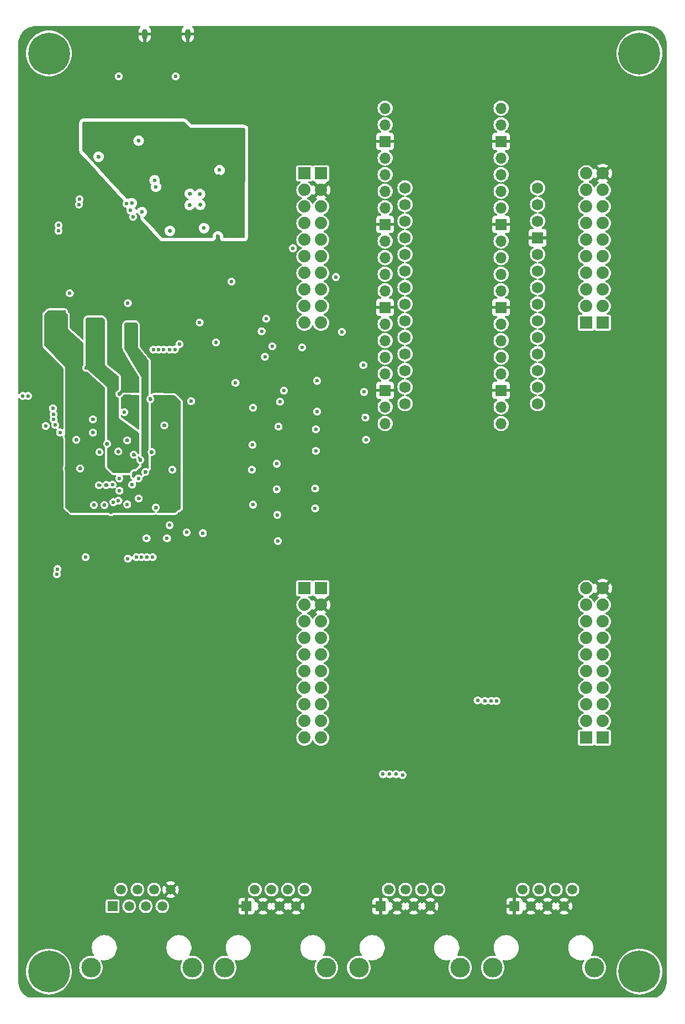
<source format=gbr>
%TF.GenerationSoftware,KiCad,Pcbnew,8.0.5-8.0.5-0~ubuntu22.04.1*%
%TF.CreationDate,2024-09-18T21:07:48+02:00*%
%TF.ProjectId,ohsim_launchpad,6f687369-6d5f-46c6-9175-6e6368706164,rev?*%
%TF.SameCoordinates,Original*%
%TF.FileFunction,Copper,L3,Inr*%
%TF.FilePolarity,Positive*%
%FSLAX46Y46*%
G04 Gerber Fmt 4.6, Leading zero omitted, Abs format (unit mm)*
G04 Created by KiCad (PCBNEW 8.0.5-8.0.5-0~ubuntu22.04.1) date 2024-09-18 21:07:48*
%MOMM*%
%LPD*%
G01*
G04 APERTURE LIST*
%TA.AperFunction,ComponentPad*%
%ADD10C,6.400000*%
%TD*%
%TA.AperFunction,ComponentPad*%
%ADD11C,1.727200*%
%TD*%
%TA.AperFunction,ComponentPad*%
%ADD12R,1.727200X1.727200*%
%TD*%
%TA.AperFunction,ComponentPad*%
%ADD13R,1.500000X1.500000*%
%TD*%
%TA.AperFunction,ComponentPad*%
%ADD14C,1.500000*%
%TD*%
%TA.AperFunction,ComponentPad*%
%ADD15C,3.000000*%
%TD*%
%TA.AperFunction,ComponentPad*%
%ADD16R,1.879600X1.879600*%
%TD*%
%TA.AperFunction,ComponentPad*%
%ADD17C,1.879600*%
%TD*%
%TA.AperFunction,ComponentPad*%
%ADD18O,0.900000X1.600000*%
%TD*%
%TA.AperFunction,ComponentPad*%
%ADD19O,1.700000X1.700000*%
%TD*%
%TA.AperFunction,ComponentPad*%
%ADD20R,1.700000X1.700000*%
%TD*%
%TA.AperFunction,ViaPad*%
%ADD21C,0.600000*%
%TD*%
G04 APERTURE END LIST*
D10*
%TO.N,unconnected-(H3-Pad1)*%
%TO.C,H3*%
X270500000Y-205000000D03*
%TD*%
D11*
%TO.N,unconnected-(A1-3.3V-Pad3V3)*%
%TO.C,A1*%
X254900000Y-90160000D03*
%TO.N,unconnected-(A1-Pad5V)*%
X254900000Y-85080000D03*
%TO.N,AOUT3*%
X234580000Y-87620000D03*
%TO.N,AOUT2*%
X234580000Y-90160000D03*
%TO.N,AOUT4*%
X234580000Y-92700000D03*
%TO.N,AOUT5*%
X234580000Y-95240000D03*
%TO.N,AOUT1*%
X234580000Y-97780000D03*
%TO.N,AOUT0*%
X234580000Y-100320000D03*
%TO.N,AOUT6*%
X234580000Y-102860000D03*
%TO.N,unconnected-(A1-PadAREF)*%
X234580000Y-85080000D03*
%TO.N,PWM1A*%
X234580000Y-105400000D03*
%TO.N,PWM1B*%
X234580000Y-107940000D03*
%TO.N,PWM2A*%
X234580000Y-110480000D03*
%TO.N,PWM2B*%
X234580000Y-113020000D03*
%TO.N,PWM3A*%
X234580000Y-115560000D03*
%TO.N,PWM3B*%
X234580000Y-118100000D03*
%TO.N,unconnected-(A1-PadD6)*%
X254900000Y-118100000D03*
%TO.N,PWM5B*%
X254900000Y-115560000D03*
%TO.N,PWM5A*%
X254900000Y-113020000D03*
%TO.N,PWM4B*%
X254900000Y-110480000D03*
%TO.N,PWM4A*%
X254900000Y-107940000D03*
%TO.N,unconnected-(A1-D11{slash}SDA-PadD11)*%
X254900000Y-105400000D03*
%TO.N,unconnected-(A1-D12{slash}SCL-PadD12)*%
X254900000Y-102860000D03*
%TO.N,unconnected-(A1-D13{slash}RX-PadD13)*%
X254900000Y-100320000D03*
%TO.N,unconnected-(A1-D14{slash}TX-PadD14)*%
X254900000Y-97780000D03*
D12*
%TO.N,GND*%
X254900000Y-92700000D03*
D11*
%TO.N,unconnected-(A1-RESET-PadRST)*%
X254900000Y-95240000D03*
%TO.N,unconnected-(A1-PadVIN)*%
X254900000Y-87620000D03*
%TD*%
D10*
%TO.N,unconnected-(H4-Pad1)*%
%TO.C,H4*%
X180000000Y-205000000D03*
%TD*%
%TO.N,unconnected-(H1-Pad1)*%
%TO.C,H1*%
X270500000Y-64500000D03*
%TD*%
D13*
%TO.N,GND*%
%TO.C,J5*%
X251347500Y-195000000D03*
D14*
%TO.N,AOUT3*%
X252617500Y-192460000D03*
%TO.N,GND*%
X253887500Y-195000000D03*
%TO.N,AOUT2*%
X255157500Y-192460000D03*
%TO.N,GND*%
X256427500Y-195000000D03*
%TO.N,AOUT4*%
X257697500Y-192460000D03*
%TO.N,GND*%
X258967500Y-195000000D03*
%TO.N,AOUT5*%
X260237500Y-192460000D03*
D15*
%TO.N,N/C*%
X248022500Y-204400000D03*
X263562500Y-204400000D03*
%TD*%
D13*
%TO.N,GND*%
%TO.C,J3*%
X210290833Y-195000000D03*
D14*
%TO.N,AOUT9*%
X211560833Y-192460000D03*
%TO.N,GND*%
X212830833Y-195000000D03*
%TO.N,AOUT8*%
X214100833Y-192460000D03*
%TO.N,GND*%
X215370833Y-195000000D03*
%TO.N,AOUT14*%
X216640833Y-192460000D03*
%TO.N,GND*%
X217910833Y-195000000D03*
%TO.N,AOUT15*%
X219180833Y-192460000D03*
D15*
%TO.N,N/C*%
X206965833Y-204400000D03*
X222505833Y-204400000D03*
%TD*%
D13*
%TO.N,GND*%
%TO.C,J4*%
X230819166Y-195000000D03*
D14*
%TO.N,AOUT12*%
X232089166Y-192460000D03*
%TO.N,GND*%
X233359166Y-195000000D03*
%TO.N,AOUT13*%
X234629166Y-192460000D03*
%TO.N,GND*%
X235899166Y-195000000D03*
%TO.N,AOUT11*%
X237169166Y-192460000D03*
%TO.N,GND*%
X238439166Y-195000000D03*
%TO.N,AOUT10*%
X239709166Y-192460000D03*
D15*
%TO.N,N/C*%
X227494166Y-204400000D03*
X243034166Y-204400000D03*
%TD*%
D10*
%TO.N,unconnected-(H2-Pad1)*%
%TO.C,H2*%
X180000000Y-64500000D03*
%TD*%
D16*
%TO.N,unconnected-(U3A-3.3V_J1-PadJ1_1)*%
%TO.C,U3*%
X219160000Y-82840000D03*
D17*
%TO.N,unconnected-(U3A-GPIO32-PadJ1_2)*%
X219160000Y-85380000D03*
%TO.N,unconnected-(U3A-GPIO19{slash}SCIRXDB-PadJ1_3)*%
X219160000Y-87920000D03*
%TO.N,unconnected-(U3A-GPIO18{slash}SCITXDB-PadJ1_4)*%
X219160000Y-90460000D03*
%TO.N,unconnected-(U3A-GPIO67-PadJ1_5)*%
X219160000Y-93000000D03*
%TO.N,unconnected-(U3A-GPIO111-PadJ1_6)*%
X219160000Y-95540000D03*
%TO.N,unconnected-(U3A-GPIO60{slash}SPICLKA-PadJ1_7)*%
X219160000Y-98080000D03*
%TO.N,unconnected-(U3A-GPIO22-PadJ1_8)*%
X219160000Y-100620000D03*
%TO.N,unconnected-(U3A-GPIO105{slash}I2CSCLA-PadJ1_9)*%
X219160000Y-103160000D03*
%TO.N,unconnected-(U3A-GPIO104{slash}I2CSDAA-PadJ1_10)*%
X219160000Y-105700000D03*
D16*
%TO.N,unconnected-(U3B-GPIO29{slash}OPXBAR6-PadJ2_1)*%
X264880000Y-105700000D03*
D17*
%TO.N,unconnected-(U3B-GPIO125{slash}SD1CLK2-PadJ2_2)*%
X264880000Y-103160000D03*
%TO.N,unconnected-(U3B-GPIO124{slash}SD1D2-PadJ2_3)*%
X264880000Y-100620000D03*
%TO.N,unconnected-(U3B-GPIO59{slash}SPIAMISO-PadJ2_4)*%
X264880000Y-98080000D03*
%TO.N,unconnected-(U3B-GPIO58{slash}SPIAMOSI-PadJ2_5)*%
X264880000Y-95540000D03*
%TO.N,unconnected-(U3B-~{RESET_J2}-PadJ2_6)*%
X264880000Y-93000000D03*
%TO.N,unconnected-(U3B-GPIO122{slash}SD1D1-PadJ2_7)*%
X264880000Y-90460000D03*
%TO.N,unconnected-(U3B-GPIO123{slash}SD1CLK1-PadJ2_8)*%
X264880000Y-87920000D03*
%TO.N,unconnected-(U3B-GPIO61{slash}SPIACS-PadJ2_9)*%
X264880000Y-85380000D03*
%TO.N,GND*%
X264880000Y-82840000D03*
D16*
%TO.N,unconnected-(U3C-+5V_J3-PadJ3_1)*%
X221700000Y-82840000D03*
D17*
%TO.N,GND*%
X221700000Y-85380000D03*
%TO.N,AOUT3*%
X221700000Y-87920000D03*
%TO.N,AOUT2*%
X221700000Y-90460000D03*
%TO.N,AOUT4*%
X221700000Y-93000000D03*
%TO.N,AOUT5*%
X221700000Y-95540000D03*
%TO.N,AOUT1*%
X221700000Y-98080000D03*
%TO.N,AOUT0*%
X221700000Y-100620000D03*
%TO.N,AOUT6*%
X221700000Y-103160000D03*
%TO.N,AOUT7*%
X221700000Y-105700000D03*
D16*
%TO.N,unconnected-(U3D-PWM{slash}BASED{slash}DAC2-PadJ4_1)*%
X262340000Y-105700000D03*
D17*
%TO.N,unconnected-(U3D-PWM{slash}BASED{slash}DAC1-PadJ4_2)*%
X262340000Y-103160000D03*
%TO.N,unconnected-(U3D-GPIO16{slash}OPXBAR7-PadJ4_3)*%
X262340000Y-100620000D03*
%TO.N,unconnected-(U3D-GPIO24{slash}OPXBAR1-PadJ4_4)*%
X262340000Y-98080000D03*
%TO.N,PWM3B*%
X262340000Y-95540000D03*
%TO.N,PWM3A*%
X262340000Y-93000000D03*
%TO.N,PWM2B*%
X262340000Y-90460000D03*
%TO.N,PWM2A*%
X262340000Y-87920000D03*
%TO.N,PWM1B*%
X262340000Y-85380000D03*
%TO.N,PWM1A*%
X262340000Y-82840000D03*
D16*
%TO.N,unconnected-(U3E-3.3V_J5-PadJ5_1)*%
X219160000Y-146340000D03*
D17*
%TO.N,unconnected-(U3E-GPIO95-PadJ5_2)*%
X219160000Y-148880000D03*
%TO.N,unconnected-(U3E-GPIO139{slash}SCICRX-PadJ5_3)*%
X219160000Y-151420000D03*
%TO.N,unconnected-(U3E-GPIO56{slash}SCICIX-PadJ5_4)*%
X219160000Y-153960000D03*
%TO.N,unconnected-(U3E-GPIO97-PadJ5_5)*%
X219160000Y-156500000D03*
%TO.N,unconnected-(U3E-GPIO94-PadJ5_6)*%
X219160000Y-159040000D03*
%TO.N,unconnected-(U3E-GPIO65{slash}SPIBCLK-PadJ5_7)*%
X219160000Y-161580000D03*
%TO.N,unconnected-(U3E-GPIO52-PadJ5_8)*%
X219160000Y-164120000D03*
%TO.N,unconnected-(U3E-GPIO41{slash}I2CSCLB{slash}J5-PadJ5_9)*%
X219160000Y-166660000D03*
%TO.N,unconnected-(U3E-GPIO40{slash}I2CSDAB{slash}J5-PadJ5_10)*%
X219160000Y-169200000D03*
D16*
%TO.N,unconnected-(U3F-GPIO25{slash}OPXBAR2-PadJ6_1)*%
X264880000Y-169200000D03*
D17*
%TO.N,unconnected-(U3F-GPIO27{slash}SD2CLK2-PadJ6_2)*%
X264880000Y-166660000D03*
%TO.N,unconnected-(U3F-GPIO26{slash}SD2D2-PadJ6_3)*%
X264880000Y-164120000D03*
%TO.N,unconnected-(U3F-GPIO64{slash}SPIBMISO-PadJ6_4)*%
X264880000Y-161580000D03*
%TO.N,unconnected-(U3F-GPIO63{slash}SPIBMOSI-PadJ6_5)*%
X264880000Y-159040000D03*
%TO.N,unconnected-(U3F-~{RESET_J6}-PadJ6_6)*%
X264880000Y-156500000D03*
%TO.N,unconnected-(U3F-GPIO130{slash}SD2D1-PadJ6_7)*%
X264880000Y-153960000D03*
%TO.N,unconnected-(U3F-GPIO131{slash}SD2CLK1-PadJ6_8)*%
X264880000Y-151420000D03*
%TO.N,unconnected-(U3F-GPIO66{slash}SPIBCS-PadJ6_9)*%
X264880000Y-148880000D03*
%TO.N,GND*%
X264880000Y-146340000D03*
D16*
%TO.N,unconnected-(U3G-+5V_J7-PadJ7_1)*%
X221700000Y-146340000D03*
D17*
%TO.N,GND*%
X221700000Y-148880000D03*
%TO.N,AOUT10*%
X221700000Y-151420000D03*
%TO.N,AOUT11*%
X221700000Y-153960000D03*
%TO.N,AOUT13*%
X221700000Y-156500000D03*
%TO.N,AOUT12*%
X221700000Y-159040000D03*
%TO.N,AOUT9*%
X221700000Y-161580000D03*
%TO.N,AOUT8*%
X221700000Y-164120000D03*
%TO.N,AOUT14*%
X221700000Y-166660000D03*
%TO.N,AOUT15*%
X221700000Y-169200000D03*
D16*
%TO.N,unconnected-(U3H-PWM{slash}BASED{slash}DAC4-PadJ8_1)*%
X262340000Y-169200000D03*
D17*
%TO.N,unconnected-(U3H-PWM{slash}BASED{slash}DAC3-PadJ8_2)*%
X262340000Y-166660000D03*
%TO.N,unconnected-(U3H-GPIO15{slash}OPXBAR4-PadJ8_3)*%
X262340000Y-164120000D03*
%TO.N,unconnected-(U3H-GPIO14{slash}OPXBAR3-PadJ8_4)*%
X262340000Y-161580000D03*
%TO.N,PWM6B*%
X262340000Y-159040000D03*
%TO.N,PWM6A*%
X262340000Y-156500000D03*
%TO.N,PWM5B*%
X262340000Y-153960000D03*
%TO.N,PWM5A*%
X262340000Y-151420000D03*
%TO.N,PWM4B*%
X262340000Y-148880000D03*
%TO.N,PWM4A*%
X262340000Y-146340000D03*
%TD*%
D18*
%TO.N,GND*%
%TO.C,J1*%
X201300000Y-61525000D03*
X194700000Y-61525000D03*
%TD*%
D19*
%TO.N,unconnected-(U15-GPIO0-Pad1)*%
%TO.C,U15*%
X231520000Y-72870000D03*
%TO.N,unconnected-(U15-GPIO1-Pad2)*%
X231520000Y-75410000D03*
D20*
%TO.N,GND*%
X231520000Y-77950000D03*
D19*
%TO.N,unconnected-(U15-GPIO2-Pad4)*%
X231520000Y-80490000D03*
%TO.N,unconnected-(U15-GPIO3-Pad5)*%
X231520000Y-83030000D03*
%TO.N,unconnected-(U15-GPIO4-Pad6)*%
X231520000Y-85570000D03*
%TO.N,unconnected-(U15-GPIO5-Pad7)*%
X231520000Y-88110000D03*
D20*
%TO.N,GND*%
X231520000Y-90650000D03*
D19*
%TO.N,unconnected-(U15-GPIO6-Pad9)*%
X231520000Y-93190000D03*
%TO.N,unconnected-(U15-GPIO7-Pad10)*%
X231520000Y-95730000D03*
%TO.N,unconnected-(U15-GPIO8-Pad11)*%
X231520000Y-98270000D03*
%TO.N,unconnected-(U15-GPIO9-Pad12)*%
X231520000Y-100810000D03*
D20*
%TO.N,GND*%
X231520000Y-103350000D03*
D19*
%TO.N,PWM1A*%
X231520000Y-105890000D03*
%TO.N,PWM1B*%
X231520000Y-108430000D03*
%TO.N,PWM2A*%
X231520000Y-110970000D03*
%TO.N,PWM2B*%
X231520000Y-113510000D03*
D20*
%TO.N,GND*%
X231520000Y-116050000D03*
D19*
%TO.N,PWM3A*%
X231520000Y-118590000D03*
%TO.N,PWM3B*%
X231520000Y-121130000D03*
%TO.N,unconnected-(U15-GPIO16-Pad21)*%
X249300000Y-121130000D03*
%TO.N,PWM5B*%
X249300000Y-118590000D03*
D20*
%TO.N,GND*%
X249300000Y-116050000D03*
D19*
%TO.N,PWM5A*%
X249300000Y-113510000D03*
%TO.N,PWM4B*%
X249300000Y-110970000D03*
%TO.N,PWM4A*%
X249300000Y-108430000D03*
%TO.N,unconnected-(U15-GPIO21-Pad27)*%
X249300000Y-105890000D03*
D20*
%TO.N,GND*%
X249300000Y-103350000D03*
D19*
%TO.N,unconnected-(U15-GPIO22-Pad29)*%
X249300000Y-100810000D03*
%TO.N,unconnected-(U15-RUN-Pad30)*%
X249300000Y-98270000D03*
%TO.N,AOUT4*%
X249300000Y-95730000D03*
%TO.N,AOUT2*%
X249300000Y-93190000D03*
D20*
%TO.N,GND*%
X249300000Y-90650000D03*
D19*
%TO.N,AOUT3*%
X249300000Y-88110000D03*
%TO.N,unconnected-(U15-ADC_VREF-Pad35)*%
X249300000Y-85570000D03*
%TO.N,unconnected-(U15-3V3-Pad36)*%
X249300000Y-83030000D03*
%TO.N,unconnected-(U15-3V3_EN-Pad37)*%
X249300000Y-80490000D03*
D20*
%TO.N,GND*%
X249300000Y-77950000D03*
D19*
%TO.N,unconnected-(U15-VSYS-Pad39)*%
X249300000Y-75410000D03*
%TO.N,unconnected-(U15-VBUS-Pad40)*%
X249300000Y-72870000D03*
%TD*%
D13*
%TO.N,Net-(J2-Pad1)*%
%TO.C,J2*%
X189762500Y-195000000D03*
D14*
%TO.N,Net-(J2-Pad2)*%
X191032500Y-192460000D03*
%TO.N,Net-(J2-Pad3)*%
X192302500Y-195000000D03*
%TO.N,Net-(J2-Pad4)*%
X193572500Y-192460000D03*
%TO.N,Net-(J2-Pad5)*%
X194842500Y-195000000D03*
%TO.N,Net-(J2-Pad6)*%
X196112500Y-192460000D03*
%TO.N,Net-(J2-Pad7)*%
X197382500Y-195000000D03*
%TO.N,GND*%
X198652500Y-192460000D03*
D15*
%TO.N,N/C*%
X186437500Y-204400000D03*
X201977500Y-204400000D03*
%TD*%
D21*
%TO.N,GND*%
X179000000Y-126600000D03*
%TO.N,RP2040_UART0_TX*%
X196200000Y-83900000D03*
X181500000Y-90800000D03*
%TO.N,RP2040_UART0_RX*%
X196400000Y-84900000D03*
X181448455Y-91648455D03*
%TO.N,GND*%
X193750000Y-77825000D03*
X187600000Y-80300000D03*
%TO.N,sdcard_sclk*%
X192473000Y-88511687D03*
%TO.N,sdcard_mosi*%
X192893993Y-89497083D03*
%TO.N,sdcard_cs*%
X194236500Y-88763500D03*
%TO.N,sdcard_miso*%
X192700000Y-87400000D03*
%TO.N,sdcard_detection*%
X191900000Y-87500000D03*
%TO.N,GND*%
X211500000Y-104100000D03*
%TO.N,+3V3*%
X208000000Y-99400000D03*
%TO.N,PROGRAM_B_RP2040*%
X176800000Y-116900000D03*
X184600000Y-87600000D03*
X181300000Y-143400000D03*
X185600000Y-141600000D03*
%TO.N,INIT_B_RP2040*%
X192100000Y-141800000D03*
X181200000Y-144200000D03*
X176000000Y-116900000D03*
X184700000Y-86800000D03*
%TO.N,FLASH_DIN_RP2040*%
X214234000Y-109300000D03*
X213100000Y-110900000D03*
%TO.N,+5V*%
X218800000Y-109463500D03*
X220900000Y-125300000D03*
X220900000Y-122000000D03*
X220800000Y-131100000D03*
X221100000Y-114600000D03*
X221100000Y-119300000D03*
X199400000Y-68000000D03*
X190700000Y-68000000D03*
X220800000Y-134100000D03*
X217400000Y-94300000D03*
%TO.N,GND*%
X183200000Y-103900000D03*
X204900000Y-110900000D03*
X208000000Y-110900000D03*
X184200000Y-123600000D03*
X229000000Y-93000000D03*
X227400000Y-112900000D03*
X186750000Y-122500000D03*
X202300000Y-108500000D03*
X188773189Y-130534943D03*
X203150000Y-86000000D03*
X190651425Y-125426535D03*
X245300000Y-93800000D03*
X205900000Y-92500000D03*
X227000000Y-92000000D03*
X246000000Y-90800000D03*
X252200000Y-112200000D03*
X203200000Y-87650000D03*
X260100000Y-89600000D03*
X189400000Y-103800000D03*
X204900000Y-112600000D03*
X191800000Y-97000000D03*
X195300000Y-103800000D03*
X217100000Y-119800000D03*
X252000000Y-82500000D03*
X198900000Y-128200000D03*
X202000000Y-135000000D03*
X243700000Y-92800000D03*
X227000000Y-93000000D03*
X260300000Y-87200000D03*
X218000000Y-114200000D03*
X198500000Y-115500000D03*
X203500000Y-108500000D03*
X193000000Y-125900000D03*
X186000000Y-97000000D03*
X192000000Y-99000000D03*
X194000000Y-126700000D03*
X199500000Y-115500000D03*
X224200000Y-115800000D03*
X212264552Y-135500000D03*
X208000000Y-112600000D03*
X194780000Y-128550000D03*
X256500000Y-109600000D03*
X201100000Y-121700000D03*
X193000000Y-97000000D03*
X246000000Y-88000000D03*
X192000000Y-103800000D03*
X187000000Y-97000000D03*
X186000000Y-99000000D03*
X188500000Y-133600000D03*
X217700000Y-130300000D03*
X184800000Y-128000000D03*
X188907858Y-124239221D03*
X198550000Y-91650000D03*
X217764552Y-138500000D03*
X193763500Y-132600000D03*
X201800000Y-112600000D03*
X256500000Y-114600000D03*
X228000000Y-93000000D03*
X227400000Y-140100000D03*
X252100000Y-109600000D03*
X201200000Y-115100000D03*
X260600000Y-84900000D03*
X227700000Y-128500000D03*
X217600000Y-121600000D03*
X256000000Y-82500000D03*
X202400000Y-122200000D03*
X217100000Y-109500000D03*
X226800000Y-120400000D03*
X187750000Y-125510099D03*
X260300000Y-92300000D03*
X197683883Y-121411722D03*
X186900000Y-133600000D03*
X201500000Y-106500000D03*
X196400000Y-134000000D03*
X247000000Y-85400000D03*
X204000000Y-135000000D03*
X199500000Y-114400000D03*
X195536500Y-117400000D03*
X196800000Y-61525000D03*
X244000000Y-88800000D03*
X190800000Y-116600000D03*
X201550000Y-87700000D03*
X186750001Y-120489901D03*
X227300000Y-136900000D03*
X201600000Y-85950000D03*
X200000000Y-135000000D03*
X199200000Y-61525000D03*
X256500000Y-112000000D03*
X187663956Y-130564485D03*
X201800000Y-110900000D03*
X195739901Y-125500000D03*
%TO.N,+3V3*%
X197950000Y-83700000D03*
X196749999Y-124489901D03*
X194970000Y-138700000D03*
X205600000Y-108700000D03*
X201800000Y-117700000D03*
X199300000Y-133620000D03*
X185600000Y-133800000D03*
X180100000Y-109200000D03*
X208000000Y-82200000D03*
X213300000Y-105100000D03*
X181600000Y-109200000D03*
X192000000Y-123700000D03*
X192674841Y-120443661D03*
X182700000Y-128000000D03*
X212600000Y-107000000D03*
X202000000Y-80400000D03*
X186694575Y-130540700D03*
X208900000Y-92250000D03*
X186700236Y-127535995D03*
X183100000Y-109200000D03*
X198700000Y-76900000D03*
X182700000Y-123100000D03*
X196950000Y-87250000D03*
X189900000Y-83150000D03*
X203100000Y-105663500D03*
X180100000Y-107800000D03*
X190750000Y-130489901D03*
X189500000Y-134700000D03*
X192760099Y-131500000D03*
X183100000Y-107800000D03*
X186749999Y-125510099D03*
X181600000Y-107800000D03*
X198100000Y-138700000D03*
X204550000Y-92150000D03*
X196879000Y-130593601D03*
X206000000Y-83250000D03*
X199100000Y-117500000D03*
X196900000Y-127700000D03*
X187300000Y-78900000D03*
%TO.N,+1V8*%
X192000000Y-109800000D03*
X194500000Y-123800000D03*
X193766398Y-128493905D03*
X192000000Y-107400000D03*
X192800000Y-109800000D03*
X183200000Y-101200000D03*
X193400000Y-110400000D03*
X192100000Y-102700000D03*
X194519232Y-127646157D03*
X194400000Y-125900000D03*
X193200000Y-107400000D03*
%TO.N,+1V0*%
X185700000Y-112600000D03*
X188100000Y-107400000D03*
X190000000Y-126200000D03*
X189804839Y-127573201D03*
X188100000Y-110900000D03*
X188100000Y-109733332D03*
X192793571Y-122530732D03*
X193400000Y-125100000D03*
X188100000Y-108566666D03*
X192627339Y-127589592D03*
X188400000Y-112600000D03*
X189765226Y-124495027D03*
X190400000Y-121800000D03*
X189400000Y-123200000D03*
X187050000Y-112600000D03*
%TO.N,+1V1*%
X203765053Y-91226109D03*
X206150000Y-82350000D03*
%TO.N,Net-(U1A-CFGBVS_0)*%
X190816117Y-131411722D03*
X192000000Y-133500000D03*
%TO.N,JTAG_TCK*%
X194200000Y-141600000D03*
X191563051Y-119373898D03*
%TO.N,JTAG_TDO*%
X195000000Y-141600000D03*
X189879036Y-133159475D03*
%TO.N,JTAG_TMS*%
X193400000Y-141600000D03*
X189739901Y-130500000D03*
%TO.N,JTAG_TDI*%
X195900000Y-141600000D03*
X190651545Y-132951545D03*
%TO.N,FPGA_M2*%
X193718277Y-129520308D03*
X203600000Y-137900000D03*
%TO.N,FPGA_M1*%
X201100000Y-137800000D03*
X192760099Y-130500001D03*
%TO.N,FPGA_M0*%
X190781723Y-129520308D03*
X198500000Y-136700000D03*
%TO.N,AOUT0*%
X215400000Y-117800000D03*
X224000000Y-98700000D03*
%TO.N,AOUT1*%
X215200000Y-121600000D03*
%TO.N,AOUT3*%
X228600000Y-123600000D03*
X245700000Y-163500000D03*
%TO.N,AOUT4*%
X247800000Y-163600000D03*
X228300000Y-116300000D03*
%TO.N,AOUT5*%
X248600000Y-163600000D03*
X228180000Y-112200000D03*
%TO.N,AOUT6*%
X216000000Y-116100000D03*
X224900000Y-107100000D03*
%TO.N,AOUT12*%
X231200000Y-174800000D03*
%TO.N,AOUT13*%
X232200000Y-174800000D03*
%TO.N,AOUT14*%
X214900000Y-131200000D03*
%TO.N,AOUT15*%
X214900000Y-127300000D03*
%TO.N,AOUT8*%
X215000000Y-135100000D03*
%TO.N,AOUT9*%
X215100000Y-139100000D03*
%TO.N,AOUT10*%
X234200000Y-174900000D03*
%TO.N,AOUT11*%
X233200000Y-174800000D03*
%TO.N,VREF_DAC*%
X211200000Y-124400000D03*
X211100000Y-128200000D03*
X211300000Y-118700000D03*
X211300000Y-133563500D03*
X208600000Y-114900000D03*
%TO.N,PWM1A*%
X196000000Y-109800000D03*
%TO.N,PWM5B*%
X180734051Y-120508366D03*
%TO.N,PWM4A*%
X181700000Y-122490500D03*
%TO.N,PWM3A*%
X199300000Y-109800000D03*
%TO.N,PWM1B*%
X196800000Y-109800000D03*
%TO.N,PWM5A*%
X180973000Y-121363500D03*
%TO.N,PWM3B*%
X200000000Y-109000000D03*
%TO.N,PWM2A*%
X197600000Y-109800000D03*
%TO.N,PWM6A*%
X180700000Y-119700000D03*
%TO.N,PWM4B*%
X179500000Y-121500000D03*
%TO.N,PWM6B*%
X180600000Y-118800000D03*
%TO.N,PWM2B*%
X198500000Y-109800000D03*
%TO.N,AOUT2*%
X246800000Y-163600000D03*
X228500000Y-120200000D03*
%TD*%
%TA.AperFunction,Conductor*%
%TO.N,GND*%
G36*
X221226619Y-149076081D02*
G01*
X221293498Y-149191920D01*
X221388080Y-149286502D01*
X221503919Y-149353381D01*
X221564057Y-149369495D01*
X220872840Y-150060712D01*
X220872840Y-150060713D01*
X220909802Y-150089482D01*
X220909807Y-150089485D01*
X221031107Y-150155129D01*
X221080698Y-150204348D01*
X221095806Y-150272565D01*
X221071636Y-150338121D01*
X221043214Y-150365758D01*
X220899712Y-150466240D01*
X220899701Y-150466249D01*
X220746246Y-150619704D01*
X220621764Y-150797481D01*
X220542382Y-150967719D01*
X220496210Y-151020158D01*
X220429016Y-151039310D01*
X220362135Y-151019094D01*
X220317618Y-150967719D01*
X220238235Y-150797481D01*
X220113753Y-150619704D01*
X219960295Y-150466246D01*
X219960286Y-150466240D01*
X219782519Y-150341765D01*
X219782515Y-150341763D01*
X219612281Y-150262382D01*
X219559841Y-150216210D01*
X219540689Y-150149017D01*
X219560905Y-150082135D01*
X219612281Y-150037618D01*
X219639767Y-150024800D01*
X219782519Y-149958235D01*
X219960295Y-149833754D01*
X220113754Y-149680295D01*
X220211688Y-149540430D01*
X220266263Y-149496809D01*
X220335762Y-149489616D01*
X220398116Y-149521138D01*
X220426815Y-149561743D01*
X220429391Y-149567615D01*
X220520055Y-149706388D01*
X221210504Y-149015940D01*
X221226619Y-149076081D01*
G37*
%TD.AperFunction*%
%TA.AperFunction,Conductor*%
G36*
X220473334Y-147433751D02*
G01*
X220517681Y-147462252D01*
X220587435Y-147532006D01*
X220690209Y-147577385D01*
X220715335Y-147580300D01*
X220748289Y-147580299D01*
X220815326Y-147599982D01*
X220861082Y-147652784D01*
X220868984Y-147695431D01*
X221564058Y-148390504D01*
X221503919Y-148406619D01*
X221388080Y-148473498D01*
X221293498Y-148568080D01*
X221226619Y-148683919D01*
X221210504Y-148744058D01*
X220520056Y-148053610D01*
X220429392Y-148192383D01*
X220429385Y-148192395D01*
X220426813Y-148198260D01*
X220381854Y-148251743D01*
X220315116Y-148272428D01*
X220247790Y-148253749D01*
X220211686Y-148219566D01*
X220196767Y-148198260D01*
X220113754Y-148079705D01*
X219960295Y-147926246D01*
X219788384Y-147805872D01*
X219744762Y-147751297D01*
X219737569Y-147681798D01*
X219769091Y-147619444D01*
X219829321Y-147584030D01*
X219859508Y-147580299D01*
X220144664Y-147580299D01*
X220144679Y-147580297D01*
X220144682Y-147580297D01*
X220169787Y-147577386D01*
X220169788Y-147577385D01*
X220169791Y-147577385D01*
X220272565Y-147532006D01*
X220342319Y-147462252D01*
X220403642Y-147428767D01*
X220473334Y-147433751D01*
G37*
%TD.AperFunction*%
%TA.AperFunction,Conductor*%
G36*
X264406619Y-146536081D02*
G01*
X264473498Y-146651920D01*
X264568080Y-146746502D01*
X264683919Y-146813381D01*
X264744057Y-146829495D01*
X264052840Y-147520712D01*
X264052840Y-147520713D01*
X264089802Y-147549482D01*
X264089807Y-147549485D01*
X264211107Y-147615129D01*
X264260698Y-147664348D01*
X264275806Y-147732565D01*
X264251636Y-147798121D01*
X264223214Y-147825758D01*
X264079712Y-147926240D01*
X264079701Y-147926249D01*
X263926246Y-148079704D01*
X263801764Y-148257481D01*
X263722382Y-148427719D01*
X263676210Y-148480158D01*
X263609016Y-148499310D01*
X263542135Y-148479094D01*
X263497618Y-148427719D01*
X263418235Y-148257481D01*
X263372661Y-148192395D01*
X263293754Y-148079705D01*
X263140295Y-147926246D01*
X262962519Y-147801765D01*
X262962515Y-147801763D01*
X262792281Y-147722382D01*
X262739841Y-147676210D01*
X262720689Y-147609017D01*
X262740905Y-147542135D01*
X262792281Y-147497618D01*
X262819767Y-147484800D01*
X262962519Y-147418235D01*
X263140295Y-147293754D01*
X263293754Y-147140295D01*
X263391688Y-147000430D01*
X263446263Y-146956809D01*
X263515762Y-146949616D01*
X263578116Y-146981138D01*
X263606815Y-147021743D01*
X263609391Y-147027615D01*
X263700055Y-147166388D01*
X264390504Y-146475940D01*
X264406619Y-146536081D01*
G37*
%TD.AperFunction*%
%TA.AperFunction,Conductor*%
G36*
X196460825Y-133710461D02*
G01*
X196492088Y-133718838D01*
X196508013Y-133725434D01*
X196533689Y-133736069D01*
X196561719Y-133752252D01*
X196573670Y-133761422D01*
X196597446Y-133779667D01*
X196620332Y-133802553D01*
X196647744Y-133838276D01*
X196663930Y-133866312D01*
X196681159Y-133907907D01*
X196689537Y-133939171D01*
X196690216Y-133944324D01*
X196695415Y-133983813D01*
X196695415Y-134016186D01*
X196689537Y-134060827D01*
X196681159Y-134092091D01*
X196663930Y-134133686D01*
X196647744Y-134161721D01*
X196620330Y-134197447D01*
X196597442Y-134220335D01*
X196561724Y-134247743D01*
X196533693Y-134263928D01*
X196496842Y-134279193D01*
X196496831Y-134279198D01*
X196459306Y-134300124D01*
X196391168Y-134315582D01*
X196335642Y-134298466D01*
X196303166Y-134279197D01*
X196303162Y-134279195D01*
X196303160Y-134279194D01*
X196266307Y-134263929D01*
X196238279Y-134247747D01*
X196202552Y-134220332D01*
X196179669Y-134197449D01*
X196152255Y-134161724D01*
X196136068Y-134133686D01*
X196118838Y-134092088D01*
X196110461Y-134060823D01*
X196104993Y-134019286D01*
X196104584Y-134016178D01*
X196104584Y-133983818D01*
X196110461Y-133939168D01*
X196118838Y-133907908D01*
X196136069Y-133866307D01*
X196152252Y-133838278D01*
X196152254Y-133838276D01*
X196179668Y-133802549D01*
X196202549Y-133779668D01*
X196238279Y-133752250D01*
X196266307Y-133736069D01*
X196307908Y-133718838D01*
X196339168Y-133710461D01*
X196383819Y-133704584D01*
X196416179Y-133704584D01*
X196460825Y-133710461D01*
G37*
%TD.AperFunction*%
%TA.AperFunction,Conductor*%
G36*
X186960826Y-133310461D02*
G01*
X186992090Y-133318838D01*
X187033687Y-133336068D01*
X187061722Y-133352254D01*
X187097445Y-133379666D01*
X187120332Y-133402553D01*
X187147744Y-133438276D01*
X187163930Y-133466312D01*
X187181158Y-133507905D01*
X187189536Y-133539171D01*
X187195414Y-133583817D01*
X187195414Y-133616190D01*
X187189537Y-133660826D01*
X187181159Y-133692091D01*
X187163930Y-133733686D01*
X187147744Y-133761722D01*
X187120332Y-133797445D01*
X187097445Y-133820332D01*
X187061722Y-133847744D01*
X187033686Y-133863930D01*
X186992093Y-133881158D01*
X186960827Y-133889536D01*
X186916180Y-133895414D01*
X186883811Y-133895414D01*
X186861499Y-133892477D01*
X186861496Y-133892475D01*
X186861492Y-133892476D01*
X186839168Y-133889536D01*
X186807907Y-133881159D01*
X186766312Y-133863930D01*
X186738277Y-133847744D01*
X186702552Y-133820331D01*
X186679663Y-133797442D01*
X186652252Y-133761719D01*
X186636067Y-133733685D01*
X186633018Y-133726324D01*
X186626447Y-133710461D01*
X186618838Y-133692091D01*
X186610461Y-133660827D01*
X186604584Y-133616178D01*
X186604584Y-133583817D01*
X186610461Y-133539168D01*
X186618838Y-133507908D01*
X186636071Y-133466305D01*
X186652252Y-133438278D01*
X186652254Y-133438276D01*
X186679668Y-133402549D01*
X186702549Y-133379668D01*
X186738279Y-133352250D01*
X186766307Y-133336069D01*
X186807908Y-133318838D01*
X186839168Y-133310461D01*
X186883819Y-133304584D01*
X186916179Y-133304584D01*
X186960826Y-133310461D01*
G37*
%TD.AperFunction*%
%TA.AperFunction,Conductor*%
G36*
X188560826Y-133310461D02*
G01*
X188592090Y-133318838D01*
X188633687Y-133336068D01*
X188661721Y-133352254D01*
X188697447Y-133379668D01*
X188720334Y-133402555D01*
X188747741Y-133438271D01*
X188763926Y-133466302D01*
X188773173Y-133488625D01*
X188773195Y-133488678D01*
X188774551Y-133491899D01*
X188775717Y-133494623D01*
X188776342Y-133495827D01*
X188776645Y-133496791D01*
X188777527Y-133498851D01*
X188777321Y-133498939D01*
X188789219Y-133536753D01*
X188789538Y-133539172D01*
X188789630Y-133539872D01*
X188789630Y-133539873D01*
X188795415Y-133583819D01*
X188795414Y-133616187D01*
X188789537Y-133660825D01*
X188781159Y-133692091D01*
X188763930Y-133733686D01*
X188747744Y-133761722D01*
X188720332Y-133797445D01*
X188697445Y-133820332D01*
X188661722Y-133847744D01*
X188633686Y-133863930D01*
X188592093Y-133881158D01*
X188560827Y-133889536D01*
X188516180Y-133895414D01*
X188483811Y-133895414D01*
X188461499Y-133892477D01*
X188461496Y-133892475D01*
X188461492Y-133892476D01*
X188439168Y-133889536D01*
X188407907Y-133881159D01*
X188366312Y-133863930D01*
X188338277Y-133847744D01*
X188302552Y-133820331D01*
X188279663Y-133797442D01*
X188252252Y-133761719D01*
X188236067Y-133733685D01*
X188233018Y-133726324D01*
X188226447Y-133710461D01*
X188218838Y-133692091D01*
X188210461Y-133660827D01*
X188204584Y-133616178D01*
X188204584Y-133583817D01*
X188210461Y-133539168D01*
X188218838Y-133507908D01*
X188236071Y-133466305D01*
X188252252Y-133438278D01*
X188252254Y-133438276D01*
X188279668Y-133402549D01*
X188302549Y-133379668D01*
X188338279Y-133352250D01*
X188366307Y-133336069D01*
X188407908Y-133318838D01*
X188439168Y-133310461D01*
X188483819Y-133304584D01*
X188516179Y-133304584D01*
X188560826Y-133310461D01*
G37*
%TD.AperFunction*%
%TA.AperFunction,Conductor*%
G36*
X193824325Y-132310461D02*
G01*
X193855588Y-132318838D01*
X193871513Y-132325434D01*
X193897189Y-132336069D01*
X193925219Y-132352252D01*
X193937170Y-132361422D01*
X193960946Y-132379667D01*
X193983832Y-132402553D01*
X194011244Y-132438276D01*
X194027429Y-132466310D01*
X194044658Y-132507903D01*
X194053037Y-132539174D01*
X194056781Y-132567619D01*
X194056782Y-132567619D01*
X194058028Y-132577077D01*
X194058914Y-132583806D01*
X194058915Y-132616186D01*
X194053037Y-132660827D01*
X194044659Y-132692091D01*
X194027430Y-132733686D01*
X194011244Y-132761722D01*
X193983832Y-132797445D01*
X193960945Y-132820332D01*
X193925222Y-132847744D01*
X193897186Y-132863930D01*
X193855591Y-132881159D01*
X193824329Y-132889537D01*
X193806216Y-132891922D01*
X193788363Y-132894273D01*
X193779679Y-132895415D01*
X193747316Y-132895415D01*
X193724998Y-132892477D01*
X193724995Y-132892475D01*
X193724992Y-132892476D01*
X193702668Y-132889536D01*
X193671407Y-132881159D01*
X193629812Y-132863930D01*
X193601776Y-132847744D01*
X193566053Y-132820332D01*
X193543166Y-132797445D01*
X193515754Y-132761722D01*
X193499568Y-132733686D01*
X193482336Y-132692084D01*
X193473961Y-132660823D01*
X193468084Y-132616177D01*
X193468084Y-132583818D01*
X193473961Y-132539168D01*
X193482338Y-132507908D01*
X193499569Y-132466307D01*
X193515752Y-132438278D01*
X193515754Y-132438276D01*
X193543168Y-132402549D01*
X193566049Y-132379668D01*
X193601779Y-132352250D01*
X193629807Y-132336069D01*
X193671408Y-132318838D01*
X193702668Y-132310461D01*
X193747319Y-132304584D01*
X193779679Y-132304584D01*
X193824325Y-132310461D01*
G37*
%TD.AperFunction*%
%TA.AperFunction,Conductor*%
G36*
X187724781Y-130274946D02*
G01*
X187756038Y-130283320D01*
X187797655Y-130300558D01*
X187825680Y-130316740D01*
X187843636Y-130330518D01*
X187865264Y-130347114D01*
X187883489Y-130364285D01*
X187887645Y-130369081D01*
X187931652Y-130404978D01*
X187968925Y-130435381D01*
X187991619Y-130448126D01*
X188040431Y-130498114D01*
X188054470Y-130566559D01*
X188029276Y-130631728D01*
X188004026Y-130656385D01*
X187951371Y-130694834D01*
X187889162Y-130755581D01*
X187889152Y-130755592D01*
X187884288Y-130761932D01*
X187861403Y-130784816D01*
X187825676Y-130812230D01*
X187797642Y-130828415D01*
X187756049Y-130845643D01*
X187724783Y-130854021D01*
X187680136Y-130859899D01*
X187647767Y-130859899D01*
X187625455Y-130856962D01*
X187625452Y-130856960D01*
X187625448Y-130856961D01*
X187603124Y-130854021D01*
X187571863Y-130845644D01*
X187530268Y-130828415D01*
X187502232Y-130812229D01*
X187466509Y-130784817D01*
X187443622Y-130761929D01*
X187416212Y-130726208D01*
X187400026Y-130698174D01*
X187382795Y-130656575D01*
X187374417Y-130625308D01*
X187368540Y-130580662D01*
X187368540Y-130548303D01*
X187374417Y-130503653D01*
X187382794Y-130472393D01*
X187400025Y-130430792D01*
X187416208Y-130402763D01*
X187443624Y-130367034D01*
X187466505Y-130344153D01*
X187502235Y-130316735D01*
X187530263Y-130300554D01*
X187571864Y-130283323D01*
X187603124Y-130274946D01*
X187647775Y-130269069D01*
X187680135Y-130269069D01*
X187724781Y-130274946D01*
G37*
%TD.AperFunction*%
%TA.AperFunction,Conductor*%
G36*
X188834017Y-130245404D02*
G01*
X188865276Y-130253779D01*
X188906876Y-130271010D01*
X188934619Y-130287030D01*
X188934632Y-130287013D01*
X188934651Y-130287027D01*
X188934773Y-130287119D01*
X188934917Y-130287202D01*
X188936555Y-130288459D01*
X188936580Y-130288478D01*
X188972306Y-130315891D01*
X188972314Y-130315897D01*
X188993110Y-130330521D01*
X189010467Y-130341677D01*
X189059041Y-130361460D01*
X189113704Y-130404978D01*
X189136162Y-130471140D01*
X189135208Y-130492486D01*
X189134219Y-130499998D01*
X189134219Y-130500002D01*
X189142105Y-130559906D01*
X189131339Y-130628941D01*
X189084959Y-130681196D01*
X189079878Y-130684210D01*
X189056684Y-130697234D01*
X189041825Y-130700651D01*
X189021401Y-130716323D01*
X189021375Y-130716341D01*
X189012299Y-130723306D01*
X189012284Y-130723318D01*
X188934910Y-130782688D01*
X188906878Y-130798872D01*
X188865281Y-130816102D01*
X188834017Y-130824480D01*
X188806555Y-130828096D01*
X188792150Y-130829993D01*
X188789369Y-130830358D01*
X188757007Y-130830358D01*
X188734688Y-130827420D01*
X188734685Y-130827418D01*
X188734681Y-130827419D01*
X188712357Y-130824479D01*
X188681095Y-130816102D01*
X188639498Y-130798872D01*
X188611465Y-130782687D01*
X188571879Y-130752312D01*
X188553652Y-130735138D01*
X188549507Y-130730354D01*
X188549506Y-130730353D01*
X188505961Y-130694834D01*
X188468210Y-130664040D01*
X188445524Y-130651300D01*
X188396711Y-130601309D01*
X188382673Y-130532864D01*
X188407868Y-130467695D01*
X188433117Y-130443040D01*
X188485769Y-130404595D01*
X188547984Y-130343843D01*
X188552846Y-130337505D01*
X188575741Y-130314608D01*
X188611467Y-130287196D01*
X188639496Y-130271012D01*
X188681096Y-130253781D01*
X188712361Y-130245404D01*
X188757008Y-130239527D01*
X188789368Y-130239527D01*
X188834017Y-130245404D01*
G37*
%TD.AperFunction*%
%TA.AperFunction,Conductor*%
G36*
X194840827Y-128260461D02*
G01*
X194872091Y-128268838D01*
X194936944Y-128295701D01*
X194951796Y-128303052D01*
X194981930Y-128320570D01*
X194988304Y-128323254D01*
X195042445Y-128367415D01*
X195064118Y-128433838D01*
X195064164Y-128439000D01*
X195064062Y-128447581D01*
X195064062Y-128447582D01*
X195075415Y-128533813D01*
X195075415Y-128566186D01*
X195069537Y-128610827D01*
X195061159Y-128642091D01*
X195043930Y-128683686D01*
X195027744Y-128711722D01*
X195000332Y-128747445D01*
X194977445Y-128770332D01*
X194941722Y-128797744D01*
X194913686Y-128813930D01*
X194872091Y-128831159D01*
X194840829Y-128839537D01*
X194822889Y-128841899D01*
X194804954Y-128844261D01*
X194796180Y-128845415D01*
X194763816Y-128845415D01*
X194707712Y-128838029D01*
X194707700Y-128838028D01*
X194671917Y-128837439D01*
X194605211Y-128816653D01*
X194565842Y-128774174D01*
X194526717Y-128704506D01*
X194526716Y-128704505D01*
X194524547Y-128700642D01*
X194524802Y-128700498D01*
X194516742Y-128685315D01*
X194498836Y-128642087D01*
X194490461Y-128610825D01*
X194484584Y-128566182D01*
X194484584Y-128533818D01*
X194490461Y-128489168D01*
X194498838Y-128457908D01*
X194516069Y-128416307D01*
X194532252Y-128388278D01*
X194559668Y-128352549D01*
X194582549Y-128329668D01*
X194618279Y-128302250D01*
X194646307Y-128286069D01*
X194687908Y-128268838D01*
X194719168Y-128260461D01*
X194763819Y-128254584D01*
X194796179Y-128254584D01*
X194840827Y-128260461D01*
G37*
%TD.AperFunction*%
%TA.AperFunction,Conductor*%
G36*
X198960825Y-127910461D02*
G01*
X198992082Y-127918835D01*
X199030288Y-127934661D01*
X199030289Y-127934661D01*
X199033695Y-127936072D01*
X199061720Y-127952252D01*
X199097446Y-127979666D01*
X199120330Y-128002551D01*
X199147744Y-128038277D01*
X199163930Y-128066312D01*
X199181159Y-128107907D01*
X199189537Y-128139171D01*
X199195415Y-128183813D01*
X199195415Y-128216186D01*
X199189537Y-128260827D01*
X199181159Y-128292091D01*
X199163930Y-128333686D01*
X199147744Y-128361722D01*
X199120332Y-128397445D01*
X199097445Y-128420332D01*
X199061722Y-128447744D01*
X199033686Y-128463930D01*
X198992093Y-128481158D01*
X198960827Y-128489536D01*
X198916180Y-128495414D01*
X198883811Y-128495414D01*
X198861499Y-128492477D01*
X198861496Y-128492475D01*
X198861492Y-128492476D01*
X198839168Y-128489536D01*
X198807907Y-128481159D01*
X198766312Y-128463930D01*
X198738276Y-128447744D01*
X198702553Y-128420332D01*
X198679667Y-128397446D01*
X198652255Y-128361724D01*
X198636068Y-128333686D01*
X198623048Y-128302252D01*
X198618838Y-128292088D01*
X198610461Y-128260823D01*
X198610413Y-128260461D01*
X198604584Y-128216178D01*
X198604584Y-128183818D01*
X198610461Y-128139168D01*
X198618838Y-128107908D01*
X198636069Y-128066307D01*
X198652252Y-128038278D01*
X198652253Y-128038277D01*
X198679668Y-128002549D01*
X198702549Y-127979668D01*
X198738279Y-127952250D01*
X198766307Y-127936069D01*
X198807908Y-127918838D01*
X198839168Y-127910461D01*
X198883819Y-127904584D01*
X198916179Y-127904584D01*
X198960825Y-127910461D01*
G37*
%TD.AperFunction*%
%TA.AperFunction,Conductor*%
G36*
X184860825Y-127710461D02*
G01*
X184892088Y-127718838D01*
X184908013Y-127725434D01*
X184933689Y-127736069D01*
X184961719Y-127752252D01*
X184973670Y-127761422D01*
X184997446Y-127779667D01*
X185020332Y-127802553D01*
X185047744Y-127838276D01*
X185063930Y-127866312D01*
X185081159Y-127907907D01*
X185089537Y-127939170D01*
X185091260Y-127952252D01*
X185095415Y-127983810D01*
X185095415Y-128016183D01*
X185089537Y-128060826D01*
X185081159Y-128092091D01*
X185063930Y-128133686D01*
X185047744Y-128161722D01*
X185020332Y-128197445D01*
X184997445Y-128220332D01*
X184961722Y-128247744D01*
X184933686Y-128263930D01*
X184892093Y-128281158D01*
X184860827Y-128289536D01*
X184816180Y-128295414D01*
X184783811Y-128295414D01*
X184761499Y-128292477D01*
X184761496Y-128292475D01*
X184761492Y-128292476D01*
X184739168Y-128289536D01*
X184707907Y-128281159D01*
X184666312Y-128263930D01*
X184638276Y-128247744D01*
X184602553Y-128220332D01*
X184579666Y-128197445D01*
X184552254Y-128161722D01*
X184536068Y-128133686D01*
X184518836Y-128092084D01*
X184510461Y-128060823D01*
X184507493Y-128038277D01*
X184504584Y-128016177D01*
X184504584Y-127983818D01*
X184510461Y-127939168D01*
X184518838Y-127907908D01*
X184536069Y-127866307D01*
X184552252Y-127838278D01*
X184562797Y-127824536D01*
X184579668Y-127802549D01*
X184602549Y-127779668D01*
X184638279Y-127752250D01*
X184666307Y-127736069D01*
X184707908Y-127718838D01*
X184739168Y-127710461D01*
X184783819Y-127704584D01*
X184816179Y-127704584D01*
X184860825Y-127710461D01*
G37*
%TD.AperFunction*%
%TA.AperFunction,Conductor*%
G36*
X193809557Y-126129209D02*
G01*
X193862070Y-126175298D01*
X193871892Y-126194219D01*
X193875463Y-126202840D01*
X193889952Y-126221723D01*
X193904689Y-126246402D01*
X193907466Y-126252586D01*
X193965145Y-126320005D01*
X193969300Y-126325131D01*
X193971716Y-126328280D01*
X193971828Y-126328392D01*
X193978379Y-126335473D01*
X193980452Y-126337896D01*
X194034846Y-126381730D01*
X194034849Y-126381732D01*
X194034854Y-126381736D01*
X194057286Y-126395045D01*
X194069486Y-126403302D01*
X194092153Y-126420695D01*
X194097160Y-126424537D01*
X194143877Y-126443887D01*
X194171907Y-126460069D01*
X194197445Y-126479665D01*
X194220330Y-126502551D01*
X194247744Y-126538277D01*
X194263930Y-126566312D01*
X194281159Y-126607907D01*
X194289537Y-126639171D01*
X194295415Y-126683812D01*
X194295415Y-126716186D01*
X194289537Y-126760827D01*
X194281159Y-126792091D01*
X194263930Y-126833686D01*
X194247744Y-126861722D01*
X194220332Y-126897445D01*
X194197445Y-126920332D01*
X194161722Y-126947744D01*
X194133689Y-126963929D01*
X194109692Y-126973869D01*
X194104501Y-126976074D01*
X194100527Y-126977804D01*
X194100525Y-126977805D01*
X194065167Y-127000089D01*
X193997955Y-127019178D01*
X193935783Y-127001826D01*
X193932855Y-127000089D01*
X193895300Y-126977807D01*
X193884862Y-126971614D01*
X193866306Y-126963928D01*
X193838271Y-126947741D01*
X193802555Y-126920334D01*
X193779669Y-126897449D01*
X193752255Y-126861724D01*
X193736068Y-126833686D01*
X193718838Y-126792088D01*
X193710461Y-126760824D01*
X193704584Y-126716178D01*
X193704584Y-126683818D01*
X193712804Y-126621381D01*
X193714876Y-126563340D01*
X193712085Y-126516488D01*
X193708431Y-126484203D01*
X193693682Y-126443887D01*
X193669860Y-126378766D01*
X193634212Y-126318686D01*
X193634207Y-126318678D01*
X193634130Y-126318574D01*
X193634120Y-126318547D01*
X193632485Y-126316084D01*
X193632616Y-126315996D01*
X193632612Y-126315989D01*
X193632763Y-126315898D01*
X193633075Y-126315691D01*
X193610130Y-126252955D01*
X193625417Y-126184778D01*
X193675136Y-126135688D01*
X193716996Y-126122050D01*
X193734563Y-126119638D01*
X193740463Y-126118828D01*
X193809557Y-126129209D01*
G37*
%TD.AperFunction*%
%TA.AperFunction,Conductor*%
G36*
X193051857Y-125609280D02*
G01*
X193089401Y-125622025D01*
X193089650Y-125621426D01*
X193143878Y-125643888D01*
X193171910Y-125660072D01*
X193174062Y-125661723D01*
X193190425Y-125674279D01*
X193197441Y-125679662D01*
X193220330Y-125702551D01*
X193247743Y-125738275D01*
X193263928Y-125766307D01*
X193294110Y-125839172D01*
X193301001Y-125855806D01*
X193301015Y-125855841D01*
X193303140Y-125860977D01*
X193307547Y-125871105D01*
X193311210Y-125879128D01*
X193311213Y-125879133D01*
X193357430Y-125948307D01*
X193378305Y-126014986D01*
X193359818Y-126082365D01*
X193307837Y-126129053D01*
X193267583Y-126140483D01*
X193206873Y-126147010D01*
X193206867Y-126147011D01*
X193122624Y-126168513D01*
X193122608Y-126168519D01*
X193092091Y-126181159D01*
X193060826Y-126189536D01*
X193016178Y-126195414D01*
X192983809Y-126195414D01*
X192961498Y-126192477D01*
X192961495Y-126192475D01*
X192961492Y-126192476D01*
X192939168Y-126189536D01*
X192907907Y-126181159D01*
X192866312Y-126163930D01*
X192838277Y-126147744D01*
X192802551Y-126120330D01*
X192779664Y-126097444D01*
X192752252Y-126061720D01*
X192736071Y-126033695D01*
X192721647Y-125998870D01*
X192718841Y-125992097D01*
X192710461Y-125960825D01*
X192704584Y-125916178D01*
X192704584Y-125883818D01*
X192710461Y-125839168D01*
X192718838Y-125807908D01*
X192736069Y-125766307D01*
X192752252Y-125738278D01*
X192779668Y-125702549D01*
X192802549Y-125679668D01*
X192838279Y-125652250D01*
X192866307Y-125636069D01*
X192907908Y-125618838D01*
X192939168Y-125610461D01*
X192983819Y-125604584D01*
X193016179Y-125604584D01*
X193051857Y-125609280D01*
G37*
%TD.AperFunction*%
%TA.AperFunction,Conductor*%
G36*
X195670229Y-125193282D02*
G01*
X195700028Y-125197204D01*
X195700028Y-125197205D01*
X195758477Y-125204899D01*
X195800723Y-125210461D01*
X195831989Y-125218838D01*
X195836147Y-125220560D01*
X195873590Y-125236069D01*
X195901622Y-125252253D01*
X195913571Y-125261422D01*
X195937347Y-125279667D01*
X195960233Y-125302553D01*
X195987645Y-125338276D01*
X196003829Y-125366307D01*
X196021063Y-125407912D01*
X196029440Y-125439179D01*
X196035315Y-125483810D01*
X196035315Y-125516179D01*
X196029437Y-125560826D01*
X196021059Y-125592092D01*
X196003830Y-125633687D01*
X195987644Y-125661722D01*
X195960233Y-125697444D01*
X195937346Y-125720332D01*
X195901623Y-125747744D01*
X195873587Y-125763930D01*
X195831992Y-125781159D01*
X195800733Y-125789536D01*
X195780082Y-125792256D01*
X195780073Y-125792257D01*
X195718657Y-125800342D01*
X195708216Y-125801270D01*
X195703593Y-125801484D01*
X195703588Y-125801484D01*
X195703585Y-125801485D01*
X195693709Y-125804295D01*
X195678140Y-125807660D01*
X195672857Y-125808451D01*
X195603642Y-125798910D01*
X195550573Y-125753464D01*
X195546378Y-125746535D01*
X195541741Y-125738278D01*
X195516746Y-125693770D01*
X195492153Y-125661719D01*
X195475970Y-125633689D01*
X195458739Y-125592088D01*
X195450362Y-125560824D01*
X195450283Y-125560221D01*
X195444485Y-125516178D01*
X195444485Y-125483817D01*
X195450362Y-125439167D01*
X195458737Y-125407912D01*
X195475970Y-125366306D01*
X195492150Y-125338281D01*
X195516745Y-125306231D01*
X195524288Y-125295964D01*
X195530227Y-125287517D01*
X195542347Y-125262374D01*
X195589188Y-125210535D01*
X195656622Y-125192248D01*
X195670229Y-125193282D01*
G37*
%TD.AperFunction*%
%TA.AperFunction,Conductor*%
G36*
X187810826Y-125220560D02*
G01*
X187842083Y-125228935D01*
X187883695Y-125246171D01*
X187911724Y-125262354D01*
X187947442Y-125289762D01*
X187970330Y-125312650D01*
X187997744Y-125348376D01*
X188013930Y-125376411D01*
X188031159Y-125418006D01*
X188039537Y-125449268D01*
X188044678Y-125488310D01*
X188044809Y-125489073D01*
X188044805Y-125489276D01*
X188044988Y-125490661D01*
X188044782Y-125490688D01*
X188044187Y-125527380D01*
X188045252Y-125527521D01*
X188039536Y-125570928D01*
X188031158Y-125602191D01*
X188013929Y-125643786D01*
X187997743Y-125671821D01*
X187970332Y-125707543D01*
X187947445Y-125730431D01*
X187911722Y-125757843D01*
X187883686Y-125774029D01*
X187842093Y-125791257D01*
X187810827Y-125799635D01*
X187766182Y-125805513D01*
X187733810Y-125805513D01*
X187689173Y-125799636D01*
X187657907Y-125791258D01*
X187616312Y-125774029D01*
X187588276Y-125757843D01*
X187552553Y-125730431D01*
X187529667Y-125707545D01*
X187508272Y-125679664D01*
X187502253Y-125671820D01*
X187486069Y-125643788D01*
X187474856Y-125616717D01*
X187468838Y-125602187D01*
X187460461Y-125570922D01*
X187455325Y-125531908D01*
X187454584Y-125526277D01*
X187454584Y-125493917D01*
X187460461Y-125449267D01*
X187468838Y-125418007D01*
X187486069Y-125376406D01*
X187502252Y-125348377D01*
X187510003Y-125338276D01*
X187529668Y-125312648D01*
X187552549Y-125289767D01*
X187588279Y-125262349D01*
X187616307Y-125246168D01*
X187657908Y-125228937D01*
X187689168Y-125220560D01*
X187733819Y-125214683D01*
X187766179Y-125214683D01*
X187810826Y-125220560D01*
G37*
%TD.AperFunction*%
%TA.AperFunction,Conductor*%
G36*
X190712250Y-125136996D02*
G01*
X190743513Y-125145373D01*
X190759438Y-125151969D01*
X190785114Y-125162604D01*
X190813144Y-125178787D01*
X190820754Y-125184626D01*
X190848871Y-125206202D01*
X190871757Y-125229088D01*
X190899169Y-125264811D01*
X190915354Y-125292845D01*
X190932583Y-125334438D01*
X190940962Y-125365708D01*
X190946839Y-125410353D01*
X190946839Y-125442723D01*
X190940962Y-125487360D01*
X190932584Y-125518626D01*
X190915355Y-125560221D01*
X190899169Y-125588257D01*
X190871757Y-125623980D01*
X190848870Y-125646867D01*
X190813147Y-125674279D01*
X190785111Y-125690465D01*
X190743518Y-125707693D01*
X190712252Y-125716071D01*
X190667605Y-125721949D01*
X190635236Y-125721949D01*
X190612924Y-125719012D01*
X190612921Y-125719010D01*
X190612917Y-125719011D01*
X190590593Y-125716071D01*
X190559332Y-125707694D01*
X190517737Y-125690465D01*
X190489702Y-125674279D01*
X190453977Y-125646866D01*
X190431088Y-125623977D01*
X190403678Y-125588255D01*
X190387494Y-125560225D01*
X190385330Y-125555000D01*
X190370263Y-125518624D01*
X190361886Y-125487360D01*
X190356872Y-125449271D01*
X190356009Y-125442713D01*
X190356009Y-125410353D01*
X190361886Y-125365703D01*
X190370263Y-125334443D01*
X190387494Y-125292842D01*
X190403677Y-125264813D01*
X190403679Y-125264811D01*
X190431093Y-125229084D01*
X190453974Y-125206203D01*
X190489704Y-125178785D01*
X190517732Y-125162604D01*
X190559333Y-125145373D01*
X190590593Y-125136996D01*
X190635244Y-125131119D01*
X190667604Y-125131119D01*
X190712250Y-125136996D01*
G37*
%TD.AperFunction*%
%TA.AperFunction,Conductor*%
G36*
X188897451Y-123929796D02*
G01*
X188967926Y-123949581D01*
X188967932Y-123949582D01*
X188967942Y-123949585D01*
X188968686Y-123949682D01*
X188969550Y-123949914D01*
X188972270Y-123950472D01*
X188972236Y-123950634D01*
X188999949Y-123958060D01*
X189041546Y-123975290D01*
X189069578Y-123991474D01*
X189105293Y-124018879D01*
X189105299Y-124018883D01*
X189128189Y-124041773D01*
X189155602Y-124077498D01*
X189171788Y-124105533D01*
X189189017Y-124147128D01*
X189197395Y-124178392D01*
X189198271Y-124185043D01*
X189203273Y-124223033D01*
X189203273Y-124255409D01*
X189200170Y-124278972D01*
X189191793Y-124310232D01*
X189180181Y-124338266D01*
X189179647Y-124342325D01*
X189178081Y-124346104D01*
X189178078Y-124346117D01*
X189178076Y-124346116D01*
X189155084Y-124401618D01*
X189128190Y-124436666D01*
X189105302Y-124459553D01*
X189069580Y-124486964D01*
X189041545Y-124503150D01*
X188999950Y-124520379D01*
X188970194Y-124528357D01*
X188970200Y-124528385D01*
X188970187Y-124528387D01*
X188970202Y-124528472D01*
X188969019Y-124528672D01*
X188968727Y-124528751D01*
X188967959Y-124528852D01*
X188967938Y-124528855D01*
X188923492Y-124538110D01*
X188923457Y-124538119D01*
X188895972Y-124546013D01*
X188826104Y-124545599D01*
X188773026Y-124513462D01*
X188756856Y-124496903D01*
X188750198Y-124490084D01*
X188750195Y-124490082D01*
X188710411Y-124459554D01*
X188687523Y-124436666D01*
X188660112Y-124400943D01*
X188643928Y-124372911D01*
X188626697Y-124331312D01*
X188618319Y-124300044D01*
X188612443Y-124255409D01*
X188612442Y-124255399D01*
X188612442Y-124223039D01*
X188618319Y-124178391D01*
X188626697Y-124147128D01*
X188643926Y-124105533D01*
X188660111Y-124077499D01*
X188673818Y-124059635D01*
X188687526Y-124041770D01*
X188710411Y-124018885D01*
X188746916Y-123990875D01*
X188776197Y-123961555D01*
X188837498Y-123928031D01*
X188897451Y-123929796D01*
G37*
%TD.AperFunction*%
%TA.AperFunction,Conductor*%
G36*
X184260825Y-123310461D02*
G01*
X184292088Y-123318838D01*
X184308013Y-123325434D01*
X184333689Y-123336069D01*
X184361719Y-123352252D01*
X184373670Y-123361422D01*
X184397446Y-123379667D01*
X184420332Y-123402553D01*
X184447744Y-123438276D01*
X184463930Y-123466312D01*
X184481159Y-123507907D01*
X184489537Y-123539171D01*
X184495415Y-123583810D01*
X184495415Y-123616186D01*
X184489537Y-123660827D01*
X184481159Y-123692091D01*
X184463930Y-123733686D01*
X184447744Y-123761722D01*
X184420332Y-123797445D01*
X184397445Y-123820332D01*
X184361722Y-123847744D01*
X184333686Y-123863930D01*
X184292093Y-123881158D01*
X184260827Y-123889536D01*
X184216180Y-123895414D01*
X184183811Y-123895414D01*
X184161499Y-123892477D01*
X184161496Y-123892475D01*
X184161492Y-123892476D01*
X184139168Y-123889536D01*
X184107907Y-123881159D01*
X184066312Y-123863930D01*
X184038277Y-123847744D01*
X184002551Y-123820330D01*
X183979663Y-123797442D01*
X183952255Y-123761724D01*
X183936069Y-123733690D01*
X183918838Y-123692089D01*
X183910461Y-123660825D01*
X183904584Y-123616178D01*
X183904584Y-123583818D01*
X183910461Y-123539168D01*
X183918838Y-123507908D01*
X183936069Y-123466307D01*
X183952252Y-123438278D01*
X183952254Y-123438276D01*
X183979668Y-123402549D01*
X184002549Y-123379668D01*
X184038279Y-123352250D01*
X184066307Y-123336069D01*
X184107908Y-123318838D01*
X184139168Y-123310461D01*
X184183819Y-123304584D01*
X184216179Y-123304584D01*
X184260825Y-123310461D01*
G37*
%TD.AperFunction*%
%TA.AperFunction,Conductor*%
G36*
X186810823Y-122210461D02*
G01*
X186842088Y-122218838D01*
X186870939Y-122230789D01*
X186870940Y-122230789D01*
X186882219Y-122235461D01*
X186882228Y-122235464D01*
X186883691Y-122236070D01*
X186911725Y-122252256D01*
X186947442Y-122279663D01*
X186970330Y-122302551D01*
X186997744Y-122338277D01*
X187013930Y-122366312D01*
X187031159Y-122407907D01*
X187039537Y-122439171D01*
X187045415Y-122483813D01*
X187045415Y-122516186D01*
X187039537Y-122560827D01*
X187031159Y-122592091D01*
X187013930Y-122633686D01*
X186997744Y-122661722D01*
X186970332Y-122697445D01*
X186947445Y-122720332D01*
X186911722Y-122747744D01*
X186883686Y-122763930D01*
X186842091Y-122781159D01*
X186810830Y-122789536D01*
X186782287Y-122793295D01*
X186782281Y-122793296D01*
X186766185Y-122795415D01*
X186733816Y-122795415D01*
X186711498Y-122792477D01*
X186711495Y-122792475D01*
X186711492Y-122792476D01*
X186689168Y-122789536D01*
X186657907Y-122781159D01*
X186616312Y-122763930D01*
X186588276Y-122747744D01*
X186552553Y-122720332D01*
X186529667Y-122697446D01*
X186502255Y-122661724D01*
X186486068Y-122633686D01*
X186468838Y-122592088D01*
X186460461Y-122560823D01*
X186455684Y-122524536D01*
X186454584Y-122516178D01*
X186454584Y-122483818D01*
X186460461Y-122439168D01*
X186468838Y-122407908D01*
X186486069Y-122366307D01*
X186502252Y-122338278D01*
X186505736Y-122333738D01*
X186529668Y-122302549D01*
X186552549Y-122279668D01*
X186588279Y-122252250D01*
X186616307Y-122236069D01*
X186657908Y-122218838D01*
X186689168Y-122210461D01*
X186733819Y-122204584D01*
X186766179Y-122204584D01*
X186810823Y-122210461D01*
G37*
%TD.AperFunction*%
%TA.AperFunction,Conductor*%
G36*
X197744708Y-121122183D02*
G01*
X197775971Y-121130560D01*
X197791896Y-121137156D01*
X197817572Y-121147791D01*
X197845602Y-121163974D01*
X197855695Y-121171718D01*
X197881329Y-121191389D01*
X197904215Y-121214275D01*
X197931627Y-121249998D01*
X197947812Y-121278032D01*
X197965041Y-121319625D01*
X197973419Y-121350889D01*
X197979298Y-121395543D01*
X197979298Y-121427912D01*
X197973420Y-121472550D01*
X197965042Y-121503813D01*
X197947813Y-121545408D01*
X197931627Y-121573444D01*
X197904215Y-121609167D01*
X197881328Y-121632054D01*
X197845605Y-121659466D01*
X197817569Y-121675652D01*
X197775974Y-121692881D01*
X197744712Y-121701259D01*
X197725879Y-121703739D01*
X197707151Y-121706205D01*
X197700063Y-121707137D01*
X197667699Y-121707137D01*
X197645381Y-121704199D01*
X197645378Y-121704197D01*
X197645375Y-121704198D01*
X197623051Y-121701258D01*
X197591790Y-121692881D01*
X197550195Y-121675652D01*
X197522159Y-121659466D01*
X197486436Y-121632054D01*
X197463550Y-121609168D01*
X197436138Y-121573446D01*
X197419951Y-121545408D01*
X197402721Y-121503810D01*
X197394344Y-121472545D01*
X197390486Y-121443237D01*
X197388467Y-121427900D01*
X197388467Y-121395540D01*
X197394344Y-121350890D01*
X197402721Y-121319630D01*
X197419952Y-121278029D01*
X197436135Y-121250000D01*
X197436137Y-121249998D01*
X197463551Y-121214271D01*
X197486432Y-121191390D01*
X197522162Y-121163972D01*
X197550190Y-121147791D01*
X197591791Y-121130560D01*
X197623051Y-121122183D01*
X197667702Y-121116306D01*
X197700062Y-121116306D01*
X197744708Y-121122183D01*
G37*
%TD.AperFunction*%
%TA.AperFunction,Conductor*%
G36*
X186810826Y-120200362D02*
G01*
X186842089Y-120208739D01*
X186858014Y-120215335D01*
X186883690Y-120225970D01*
X186911720Y-120242153D01*
X186923671Y-120251323D01*
X186947447Y-120269568D01*
X186970333Y-120292454D01*
X186997745Y-120328177D01*
X187013931Y-120356213D01*
X187031160Y-120397808D01*
X187039538Y-120429072D01*
X187045416Y-120473714D01*
X187045416Y-120506087D01*
X187039538Y-120550728D01*
X187031160Y-120581992D01*
X187013931Y-120623587D01*
X186997745Y-120651623D01*
X186970333Y-120687346D01*
X186947446Y-120710233D01*
X186911723Y-120737645D01*
X186883687Y-120753831D01*
X186842094Y-120771059D01*
X186810828Y-120779437D01*
X186766181Y-120785315D01*
X186733812Y-120785315D01*
X186711500Y-120782378D01*
X186711497Y-120782376D01*
X186711493Y-120782377D01*
X186689169Y-120779437D01*
X186657908Y-120771060D01*
X186616313Y-120753831D01*
X186588277Y-120737645D01*
X186552554Y-120710233D01*
X186529668Y-120687347D01*
X186502256Y-120651625D01*
X186486069Y-120623587D01*
X186468839Y-120581989D01*
X186460462Y-120550724D01*
X186454886Y-120508367D01*
X186454585Y-120506079D01*
X186454585Y-120473719D01*
X186460462Y-120429069D01*
X186468839Y-120397809D01*
X186486070Y-120356208D01*
X186502253Y-120328179D01*
X186502255Y-120328177D01*
X186529669Y-120292450D01*
X186552550Y-120269569D01*
X186588280Y-120242151D01*
X186616308Y-120225970D01*
X186657909Y-120208739D01*
X186689169Y-120200362D01*
X186733820Y-120194485D01*
X186766180Y-120194485D01*
X186810826Y-120200362D01*
G37*
%TD.AperFunction*%
%TA.AperFunction,Conductor*%
G36*
X195619477Y-117031493D02*
G01*
X195674399Y-117074683D01*
X195682224Y-117087184D01*
X195715528Y-117148176D01*
X195715652Y-117148373D01*
X195715765Y-117148610D01*
X195716565Y-117150075D01*
X195724866Y-117160894D01*
X195724884Y-117160916D01*
X195784244Y-117238276D01*
X195800429Y-117266309D01*
X195817659Y-117307906D01*
X195826037Y-117339171D01*
X195826588Y-117343354D01*
X195831915Y-117383812D01*
X195831915Y-117416186D01*
X195826037Y-117460827D01*
X195817659Y-117492091D01*
X195800430Y-117533686D01*
X195784244Y-117561722D01*
X195756832Y-117597445D01*
X195733944Y-117620332D01*
X195698222Y-117647743D01*
X195670189Y-117663929D01*
X195578855Y-117701762D01*
X195574777Y-117703338D01*
X195570554Y-117705198D01*
X195564241Y-117707813D01*
X195564242Y-117707814D01*
X195558197Y-117710319D01*
X195488729Y-117717798D01*
X195435240Y-117694140D01*
X195339054Y-117620333D01*
X195316166Y-117597446D01*
X195300783Y-117577399D01*
X195288751Y-117561719D01*
X195272568Y-117533686D01*
X195259758Y-117502760D01*
X195255338Y-117492088D01*
X195246961Y-117460823D01*
X195244154Y-117439500D01*
X195241084Y-117416178D01*
X195241084Y-117383818D01*
X195246961Y-117339170D01*
X195255339Y-117307906D01*
X195268777Y-117275464D01*
X195272569Y-117266307D01*
X195288754Y-117238276D01*
X195297160Y-117227321D01*
X195316167Y-117202550D01*
X195339052Y-117179665D01*
X195419634Y-117117834D01*
X195419633Y-117117833D01*
X195444810Y-117098515D01*
X195450689Y-117092275D01*
X195469139Y-117074683D01*
X195487823Y-117056867D01*
X195549924Y-117024852D01*
X195619477Y-117031493D01*
G37*
%TD.AperFunction*%
%TA.AperFunction,Conductor*%
G36*
X221226619Y-85576081D02*
G01*
X221293498Y-85691920D01*
X221388080Y-85786502D01*
X221503919Y-85853381D01*
X221564057Y-85869495D01*
X220872840Y-86560712D01*
X220872840Y-86560713D01*
X220909802Y-86589482D01*
X220909807Y-86589485D01*
X221031107Y-86655129D01*
X221080698Y-86704348D01*
X221095806Y-86772565D01*
X221071636Y-86838121D01*
X221043214Y-86865758D01*
X220899712Y-86966240D01*
X220899701Y-86966249D01*
X220746246Y-87119704D01*
X220621764Y-87297481D01*
X220542382Y-87467719D01*
X220496210Y-87520158D01*
X220429016Y-87539310D01*
X220362135Y-87519094D01*
X220317618Y-87467719D01*
X220238235Y-87297481D01*
X220168351Y-87197677D01*
X220113754Y-87119705D01*
X219960295Y-86966246D01*
X219782519Y-86841765D01*
X219782515Y-86841763D01*
X219612281Y-86762382D01*
X219559841Y-86716210D01*
X219540689Y-86649017D01*
X219560905Y-86582135D01*
X219612281Y-86537618D01*
X219639767Y-86524800D01*
X219782519Y-86458235D01*
X219960295Y-86333754D01*
X220113754Y-86180295D01*
X220211688Y-86040430D01*
X220266263Y-85996809D01*
X220335762Y-85989616D01*
X220398116Y-86021138D01*
X220426815Y-86061743D01*
X220429391Y-86067615D01*
X220520055Y-86206388D01*
X221210504Y-85515940D01*
X221226619Y-85576081D01*
G37*
%TD.AperFunction*%
%TA.AperFunction,Conductor*%
G36*
X220473334Y-83933751D02*
G01*
X220517681Y-83962252D01*
X220587435Y-84032006D01*
X220690209Y-84077385D01*
X220715335Y-84080300D01*
X220748289Y-84080299D01*
X220815326Y-84099982D01*
X220861082Y-84152784D01*
X220868984Y-84195431D01*
X221564058Y-84890504D01*
X221503919Y-84906619D01*
X221388080Y-84973498D01*
X221293498Y-85068080D01*
X221226619Y-85183919D01*
X221210504Y-85244058D01*
X220520056Y-84553610D01*
X220429392Y-84692383D01*
X220429385Y-84692395D01*
X220426813Y-84698260D01*
X220381854Y-84751743D01*
X220315116Y-84772428D01*
X220247790Y-84753749D01*
X220211686Y-84719566D01*
X220196767Y-84698260D01*
X220113754Y-84579705D01*
X219960295Y-84426246D01*
X219788384Y-84305872D01*
X219744762Y-84251297D01*
X219737569Y-84181798D01*
X219769091Y-84119444D01*
X219829321Y-84084030D01*
X219859508Y-84080299D01*
X220144664Y-84080299D01*
X220144679Y-84080297D01*
X220144682Y-84080297D01*
X220169787Y-84077386D01*
X220169788Y-84077385D01*
X220169791Y-84077385D01*
X220272565Y-84032006D01*
X220342319Y-83962252D01*
X220403642Y-83928767D01*
X220473334Y-83933751D01*
G37*
%TD.AperFunction*%
%TA.AperFunction,Conductor*%
G36*
X264406619Y-83036081D02*
G01*
X264473498Y-83151920D01*
X264568080Y-83246502D01*
X264683919Y-83313381D01*
X264744057Y-83329495D01*
X264052840Y-84020712D01*
X264052840Y-84020713D01*
X264089802Y-84049482D01*
X264089807Y-84049485D01*
X264211107Y-84115129D01*
X264260698Y-84164348D01*
X264275806Y-84232565D01*
X264251636Y-84298121D01*
X264223214Y-84325758D01*
X264079712Y-84426240D01*
X264079701Y-84426249D01*
X263926246Y-84579704D01*
X263801764Y-84757481D01*
X263722382Y-84927719D01*
X263676210Y-84980158D01*
X263609016Y-84999310D01*
X263542135Y-84979094D01*
X263497618Y-84927719D01*
X263418235Y-84757481D01*
X263372661Y-84692395D01*
X263293754Y-84579705D01*
X263140295Y-84426246D01*
X262962519Y-84301765D01*
X262962515Y-84301763D01*
X262792281Y-84222382D01*
X262739841Y-84176210D01*
X262720689Y-84109017D01*
X262740905Y-84042135D01*
X262792281Y-83997618D01*
X262819767Y-83984800D01*
X262962519Y-83918235D01*
X263140295Y-83793754D01*
X263293754Y-83640295D01*
X263391688Y-83500430D01*
X263446263Y-83456809D01*
X263515762Y-83449616D01*
X263578116Y-83481138D01*
X263606815Y-83521743D01*
X263609391Y-83527615D01*
X263700055Y-83666388D01*
X264390504Y-82975940D01*
X264406619Y-83036081D01*
G37*
%TD.AperFunction*%
%TA.AperFunction,Conductor*%
G36*
X198602173Y-91359010D02*
G01*
X198629237Y-91365187D01*
X198665620Y-91377918D01*
X198690636Y-91389966D01*
X198723266Y-91410469D01*
X198744975Y-91427781D01*
X198772215Y-91455021D01*
X198789526Y-91476728D01*
X198799426Y-91492483D01*
X198799433Y-91492495D01*
X198810033Y-91509365D01*
X198822081Y-91534382D01*
X198834809Y-91570757D01*
X198840987Y-91597827D01*
X198845301Y-91636115D01*
X198845301Y-91663884D01*
X198840986Y-91702177D01*
X198834808Y-91729244D01*
X198822082Y-91765615D01*
X198810033Y-91790636D01*
X198789529Y-91823267D01*
X198772217Y-91844975D01*
X198744975Y-91872217D01*
X198723266Y-91889529D01*
X198690636Y-91910032D01*
X198665618Y-91922081D01*
X198629243Y-91934809D01*
X198602172Y-91940987D01*
X198563882Y-91945301D01*
X198536116Y-91945301D01*
X198497826Y-91940987D01*
X198470755Y-91934809D01*
X198434380Y-91922081D01*
X198409362Y-91910032D01*
X198376732Y-91889529D01*
X198355023Y-91872217D01*
X198327780Y-91844974D01*
X198310468Y-91823265D01*
X198289965Y-91790635D01*
X198277919Y-91765622D01*
X198265189Y-91729242D01*
X198259012Y-91702175D01*
X198254697Y-91663875D01*
X198254697Y-91636111D01*
X198255391Y-91629953D01*
X198259010Y-91597825D01*
X198265186Y-91570761D01*
X198277919Y-91534373D01*
X198289966Y-91509361D01*
X198310469Y-91476731D01*
X198327777Y-91455026D01*
X198355026Y-91427777D01*
X198376731Y-91410469D01*
X198409361Y-91389966D01*
X198434373Y-91377919D01*
X198470761Y-91365186D01*
X198497822Y-91359010D01*
X198536118Y-91354696D01*
X198563880Y-91354696D01*
X198602173Y-91359010D01*
G37*
%TD.AperFunction*%
%TA.AperFunction,Conductor*%
G36*
X201618158Y-87403242D02*
G01*
X201665359Y-87427780D01*
X201665636Y-87427924D01*
X201669692Y-87429677D01*
X201669619Y-87429845D01*
X201690633Y-87439963D01*
X201703744Y-87448202D01*
X201723268Y-87460469D01*
X201744975Y-87477781D01*
X201772217Y-87505023D01*
X201789529Y-87526731D01*
X201827101Y-87586526D01*
X201837678Y-87600000D01*
X201852418Y-87618777D01*
X201878330Y-87683664D01*
X201865047Y-87752260D01*
X201859874Y-87761317D01*
X201789530Y-87873266D01*
X201772218Y-87894974D01*
X201744975Y-87922217D01*
X201723266Y-87939529D01*
X201690636Y-87960032D01*
X201665618Y-87972081D01*
X201629243Y-87984809D01*
X201602172Y-87990987D01*
X201563882Y-87995301D01*
X201536116Y-87995301D01*
X201497826Y-87990987D01*
X201470758Y-87984810D01*
X201452532Y-87978433D01*
X201452532Y-87978432D01*
X201452526Y-87978431D01*
X201434379Y-87972081D01*
X201409364Y-87960034D01*
X201385917Y-87945301D01*
X201376730Y-87939529D01*
X201355023Y-87922217D01*
X201327783Y-87894977D01*
X201310475Y-87873275D01*
X201289960Y-87840627D01*
X201277918Y-87815621D01*
X201265187Y-87779238D01*
X201259011Y-87752175D01*
X201254696Y-87713870D01*
X201254697Y-87686111D01*
X201256568Y-87669504D01*
X201259010Y-87647825D01*
X201265186Y-87620761D01*
X201277919Y-87584373D01*
X201289966Y-87559361D01*
X201310469Y-87526731D01*
X201327777Y-87505026D01*
X201355024Y-87477779D01*
X201376730Y-87460470D01*
X201376734Y-87460468D01*
X201396256Y-87448201D01*
X201409369Y-87439962D01*
X201434388Y-87427914D01*
X201484341Y-87410435D01*
X201484339Y-87410435D01*
X201484367Y-87410426D01*
X201514687Y-87398227D01*
X201584224Y-87391466D01*
X201618158Y-87403242D01*
G37*
%TD.AperFunction*%
%TA.AperFunction,Conductor*%
G36*
X203252256Y-87334950D02*
G01*
X203261315Y-87340124D01*
X203280575Y-87352225D01*
X203280575Y-87352226D01*
X203373199Y-87410426D01*
X203373265Y-87410467D01*
X203394974Y-87427780D01*
X203422220Y-87455026D01*
X203439527Y-87476727D01*
X203450489Y-87494172D01*
X203460036Y-87509367D01*
X203472081Y-87534381D01*
X203484808Y-87570752D01*
X203490987Y-87597824D01*
X203495301Y-87636113D01*
X203495301Y-87663880D01*
X203490986Y-87702175D01*
X203484808Y-87729244D01*
X203472081Y-87765617D01*
X203460032Y-87790636D01*
X203439529Y-87823266D01*
X203422217Y-87844975D01*
X203394975Y-87872217D01*
X203373266Y-87889529D01*
X203340636Y-87910032D01*
X203315618Y-87922081D01*
X203279243Y-87934809D01*
X203252172Y-87940987D01*
X203213882Y-87945301D01*
X203186118Y-87945302D01*
X203147818Y-87940986D01*
X203120750Y-87934808D01*
X203113005Y-87932098D01*
X203084382Y-87922082D01*
X203059364Y-87910034D01*
X203026731Y-87889529D01*
X203005023Y-87872217D01*
X202977783Y-87844977D01*
X202960470Y-87823268D01*
X202935026Y-87782774D01*
X202922898Y-87763472D01*
X202897582Y-87731225D01*
X202871670Y-87666341D01*
X202884950Y-87597745D01*
X202890124Y-87588685D01*
X202902225Y-87569425D01*
X202902226Y-87569426D01*
X202960474Y-87476724D01*
X202977780Y-87455023D01*
X203005024Y-87427779D01*
X203026731Y-87410469D01*
X203026785Y-87410435D01*
X203086525Y-87372899D01*
X203118773Y-87347582D01*
X203183660Y-87321670D01*
X203252256Y-87334950D01*
G37*
%TD.AperFunction*%
%TA.AperFunction,Conductor*%
G36*
X203202173Y-85709010D02*
G01*
X203229237Y-85715187D01*
X203265620Y-85727918D01*
X203290640Y-85739968D01*
X203303743Y-85748202D01*
X203303744Y-85748202D01*
X203323267Y-85760469D01*
X203344976Y-85777782D01*
X203372217Y-85805023D01*
X203389529Y-85826732D01*
X203410032Y-85859362D01*
X203422081Y-85884380D01*
X203434809Y-85920755D01*
X203440987Y-85947826D01*
X203445301Y-85986116D01*
X203445301Y-86013880D01*
X203442296Y-86040566D01*
X203440988Y-86052174D01*
X203434809Y-86079245D01*
X203433751Y-86082271D01*
X203422083Y-86115615D01*
X203410034Y-86140634D01*
X203389529Y-86173267D01*
X203372217Y-86194975D01*
X203344975Y-86222217D01*
X203323267Y-86239529D01*
X203263481Y-86277095D01*
X203263463Y-86277108D01*
X203231221Y-86302418D01*
X203166334Y-86328329D01*
X203097738Y-86315045D01*
X203088684Y-86309874D01*
X203069420Y-86297770D01*
X203069421Y-86297770D01*
X203036525Y-86277100D01*
X203036524Y-86277100D01*
X202976732Y-86239530D01*
X202955023Y-86222217D01*
X202927781Y-86194975D01*
X202910469Y-86173267D01*
X202892303Y-86144355D01*
X202879096Y-86126524D01*
X202846319Y-86082271D01*
X202846312Y-86082262D01*
X202846308Y-86082257D01*
X202836446Y-86070876D01*
X202807421Y-86007322D01*
X202817364Y-85938164D01*
X202835619Y-85909435D01*
X202901138Y-85832246D01*
X202907969Y-85824834D01*
X202955026Y-85777777D01*
X202976731Y-85760469D01*
X203009361Y-85739966D01*
X203034373Y-85727919D01*
X203070761Y-85715186D01*
X203097822Y-85709010D01*
X203136118Y-85704696D01*
X203163880Y-85704696D01*
X203202173Y-85709010D01*
G37*
%TD.AperFunction*%
%TA.AperFunction,Conductor*%
G36*
X201652173Y-85659010D02*
G01*
X201679237Y-85665187D01*
X201715620Y-85677918D01*
X201740636Y-85689966D01*
X201773266Y-85710469D01*
X201794975Y-85727781D01*
X201822217Y-85755023D01*
X201839529Y-85776731D01*
X201842152Y-85780905D01*
X201857696Y-85805643D01*
X201903683Y-85867732D01*
X201903690Y-85867741D01*
X201903694Y-85867745D01*
X201913552Y-85879122D01*
X201942576Y-85942678D01*
X201932631Y-86011836D01*
X201914374Y-86040566D01*
X201848866Y-86117743D01*
X201842011Y-86125181D01*
X201794975Y-86172217D01*
X201773266Y-86189530D01*
X201740634Y-86210034D01*
X201715618Y-86222081D01*
X201665633Y-86239571D01*
X201635310Y-86251771D01*
X201565768Y-86258530D01*
X201531837Y-86246754D01*
X201484372Y-86222080D01*
X201484368Y-86222078D01*
X201480306Y-86220323D01*
X201480378Y-86220155D01*
X201459370Y-86210038D01*
X201426732Y-86189530D01*
X201405023Y-86172217D01*
X201377781Y-86144975D01*
X201360469Y-86123266D01*
X201339966Y-86090636D01*
X201327918Y-86065619D01*
X201315190Y-86029245D01*
X201309011Y-86002175D01*
X201304696Y-85963870D01*
X201304697Y-85936111D01*
X201306427Y-85920755D01*
X201309010Y-85897825D01*
X201315186Y-85870761D01*
X201327919Y-85834373D01*
X201339966Y-85809361D01*
X201360469Y-85776731D01*
X201377777Y-85755026D01*
X201405026Y-85727777D01*
X201426731Y-85710469D01*
X201459361Y-85689966D01*
X201484373Y-85677919D01*
X201520761Y-85665186D01*
X201547822Y-85659010D01*
X201586118Y-85654696D01*
X201613880Y-85654696D01*
X201652173Y-85659010D01*
G37*
%TD.AperFunction*%
%TA.AperFunction,Conductor*%
G36*
X187652173Y-80009010D02*
G01*
X187679237Y-80015187D01*
X187715620Y-80027918D01*
X187740636Y-80039966D01*
X187773266Y-80060469D01*
X187794975Y-80077781D01*
X187822217Y-80105023D01*
X187839529Y-80126732D01*
X187860032Y-80159362D01*
X187872081Y-80184381D01*
X187884808Y-80220754D01*
X187890986Y-80247821D01*
X187895301Y-80286111D01*
X187895301Y-80313882D01*
X187890986Y-80352176D01*
X187884808Y-80379244D01*
X187872081Y-80415617D01*
X187860032Y-80440636D01*
X187839529Y-80473266D01*
X187822217Y-80494975D01*
X187794975Y-80522217D01*
X187773266Y-80539529D01*
X187740636Y-80560032D01*
X187715618Y-80572081D01*
X187679243Y-80584809D01*
X187652172Y-80590987D01*
X187613882Y-80595301D01*
X187586116Y-80595301D01*
X187547826Y-80590987D01*
X187520755Y-80584809D01*
X187484380Y-80572081D01*
X187459362Y-80560032D01*
X187426732Y-80539529D01*
X187405023Y-80522217D01*
X187377781Y-80494975D01*
X187360469Y-80473266D01*
X187339966Y-80440636D01*
X187327918Y-80415619D01*
X187315190Y-80379245D01*
X187309011Y-80352175D01*
X187304696Y-80313870D01*
X187304697Y-80286111D01*
X187309010Y-80247829D01*
X187315186Y-80220761D01*
X187327919Y-80184373D01*
X187339966Y-80159361D01*
X187360469Y-80126731D01*
X187377777Y-80105026D01*
X187405026Y-80077777D01*
X187426731Y-80060469D01*
X187459361Y-80039966D01*
X187484373Y-80027919D01*
X187520761Y-80015186D01*
X187547822Y-80009010D01*
X187586118Y-80004696D01*
X187613880Y-80004696D01*
X187652173Y-80009010D01*
G37*
%TD.AperFunction*%
%TA.AperFunction,Conductor*%
G36*
X193802173Y-77534010D02*
G01*
X193829237Y-77540187D01*
X193865620Y-77552918D01*
X193890636Y-77564966D01*
X193923266Y-77585469D01*
X193944975Y-77602781D01*
X193972217Y-77630023D01*
X193989529Y-77651732D01*
X194010032Y-77684362D01*
X194022081Y-77709381D01*
X194034808Y-77745754D01*
X194040986Y-77772821D01*
X194045301Y-77811111D01*
X194045301Y-77838882D01*
X194040986Y-77877176D01*
X194034808Y-77904244D01*
X194022081Y-77940617D01*
X194010032Y-77965636D01*
X193989529Y-77998266D01*
X193972217Y-78019975D01*
X193944975Y-78047217D01*
X193923266Y-78064529D01*
X193890636Y-78085032D01*
X193865618Y-78097081D01*
X193829243Y-78109809D01*
X193802172Y-78115987D01*
X193763882Y-78120301D01*
X193736116Y-78120301D01*
X193697826Y-78115987D01*
X193670755Y-78109809D01*
X193634380Y-78097081D01*
X193609362Y-78085032D01*
X193576732Y-78064529D01*
X193555023Y-78047217D01*
X193527781Y-78019975D01*
X193510469Y-77998266D01*
X193489966Y-77965636D01*
X193477918Y-77940619D01*
X193465190Y-77904245D01*
X193459011Y-77877175D01*
X193454696Y-77838870D01*
X193454697Y-77811111D01*
X193459010Y-77772829D01*
X193465186Y-77745761D01*
X193477919Y-77709373D01*
X193489966Y-77684361D01*
X193510469Y-77651731D01*
X193527777Y-77630026D01*
X193555026Y-77602777D01*
X193576731Y-77585469D01*
X193609361Y-77564966D01*
X193634373Y-77552919D01*
X193670761Y-77540186D01*
X193697822Y-77534010D01*
X193736118Y-77529696D01*
X193763880Y-77529696D01*
X193802173Y-77534010D01*
G37*
%TD.AperFunction*%
%TA.AperFunction,Conductor*%
G36*
X193998673Y-60320185D02*
G01*
X194044428Y-60372989D01*
X194054372Y-60442147D01*
X194025347Y-60505703D01*
X194019315Y-60512181D01*
X193962089Y-60569406D01*
X193962086Y-60569410D01*
X193858124Y-60724999D01*
X193858119Y-60725008D01*
X193786508Y-60897894D01*
X193786506Y-60897902D01*
X193750000Y-61081428D01*
X193750000Y-61275000D01*
X194450000Y-61275000D01*
X194450000Y-61775000D01*
X193750000Y-61775000D01*
X193750000Y-61968571D01*
X193786506Y-62152097D01*
X193786508Y-62152105D01*
X193858119Y-62324991D01*
X193858124Y-62325000D01*
X193962086Y-62480589D01*
X193962089Y-62480593D01*
X194094406Y-62612910D01*
X194094410Y-62612913D01*
X194249999Y-62716875D01*
X194250012Y-62716882D01*
X194422889Y-62788489D01*
X194422896Y-62788491D01*
X194450000Y-62793882D01*
X194450000Y-61924728D01*
X194488060Y-62016614D01*
X194558386Y-62086940D01*
X194650272Y-62125000D01*
X194749728Y-62125000D01*
X194841614Y-62086940D01*
X194911940Y-62016614D01*
X194950000Y-61924728D01*
X194950000Y-62793881D01*
X194977103Y-62788491D01*
X194977110Y-62788489D01*
X195149987Y-62716882D01*
X195150000Y-62716875D01*
X195305589Y-62612913D01*
X195305593Y-62612910D01*
X195437910Y-62480593D01*
X195437913Y-62480589D01*
X195541875Y-62325000D01*
X195541880Y-62324991D01*
X195613491Y-62152105D01*
X195613493Y-62152097D01*
X195649999Y-61968571D01*
X195650000Y-61968569D01*
X195650000Y-61775000D01*
X194950000Y-61775000D01*
X194950000Y-61275000D01*
X195650000Y-61275000D01*
X195650000Y-61081430D01*
X195649999Y-61081428D01*
X195613493Y-60897902D01*
X195613491Y-60897894D01*
X195541880Y-60725008D01*
X195541875Y-60724999D01*
X195437913Y-60569410D01*
X195437910Y-60569406D01*
X195380685Y-60512181D01*
X195347200Y-60450858D01*
X195352184Y-60381166D01*
X195394056Y-60325233D01*
X195459520Y-60300816D01*
X195468366Y-60300500D01*
X200531634Y-60300500D01*
X200598673Y-60320185D01*
X200644428Y-60372989D01*
X200654372Y-60442147D01*
X200625347Y-60505703D01*
X200619315Y-60512181D01*
X200562089Y-60569406D01*
X200562086Y-60569410D01*
X200458124Y-60724999D01*
X200458119Y-60725008D01*
X200386508Y-60897894D01*
X200386506Y-60897902D01*
X200350000Y-61081428D01*
X200350000Y-61275000D01*
X201050000Y-61275000D01*
X201050000Y-61775000D01*
X200350000Y-61775000D01*
X200350000Y-61968571D01*
X200386506Y-62152097D01*
X200386508Y-62152105D01*
X200458119Y-62324991D01*
X200458124Y-62325000D01*
X200562086Y-62480589D01*
X200562089Y-62480593D01*
X200694406Y-62612910D01*
X200694410Y-62612913D01*
X200849999Y-62716875D01*
X200850012Y-62716882D01*
X201022889Y-62788489D01*
X201022896Y-62788491D01*
X201050000Y-62793882D01*
X201050000Y-61924728D01*
X201088060Y-62016614D01*
X201158386Y-62086940D01*
X201250272Y-62125000D01*
X201349728Y-62125000D01*
X201441614Y-62086940D01*
X201511940Y-62016614D01*
X201550000Y-61924728D01*
X201550000Y-62793881D01*
X201577103Y-62788491D01*
X201577110Y-62788489D01*
X201749987Y-62716882D01*
X201750000Y-62716875D01*
X201905589Y-62612913D01*
X201905593Y-62612910D01*
X202037910Y-62480593D01*
X202037913Y-62480589D01*
X202141875Y-62325000D01*
X202141880Y-62324991D01*
X202213491Y-62152105D01*
X202213493Y-62152097D01*
X202249999Y-61968571D01*
X202250000Y-61968569D01*
X202250000Y-61775000D01*
X201550000Y-61775000D01*
X201550000Y-61275000D01*
X202250000Y-61275000D01*
X202250000Y-61081430D01*
X202249999Y-61081428D01*
X202213493Y-60897902D01*
X202213491Y-60897894D01*
X202141880Y-60725008D01*
X202141875Y-60724999D01*
X202037913Y-60569410D01*
X202037910Y-60569406D01*
X201980685Y-60512181D01*
X201947200Y-60450858D01*
X201952184Y-60381166D01*
X201994056Y-60325233D01*
X202059520Y-60300816D01*
X202068366Y-60300500D01*
X271952405Y-60300500D01*
X271996519Y-60300500D01*
X272003472Y-60300695D01*
X272295306Y-60317084D01*
X272309103Y-60318638D01*
X272593827Y-60367015D01*
X272607382Y-60370108D01*
X272746141Y-60410084D01*
X272884899Y-60450060D01*
X272898025Y-60454653D01*
X273164841Y-60565172D01*
X273177355Y-60571198D01*
X273343444Y-60662992D01*
X273430125Y-60710899D01*
X273441899Y-60718297D01*
X273677430Y-60885415D01*
X273688302Y-60894085D01*
X273897939Y-61081428D01*
X273903642Y-61086524D01*
X273913475Y-61096357D01*
X274105914Y-61311697D01*
X274114584Y-61322569D01*
X274281702Y-61558100D01*
X274289100Y-61569874D01*
X274428797Y-61822637D01*
X274434830Y-61835165D01*
X274545346Y-62101975D01*
X274549939Y-62115100D01*
X274629890Y-62392615D01*
X274632984Y-62406172D01*
X274681359Y-62690885D01*
X274682916Y-62704703D01*
X274699305Y-62996527D01*
X274699500Y-63003480D01*
X274699500Y-206496519D01*
X274699305Y-206503472D01*
X274682916Y-206795296D01*
X274681359Y-206809114D01*
X274632984Y-207093827D01*
X274629890Y-207107384D01*
X274549939Y-207384899D01*
X274545346Y-207398024D01*
X274434830Y-207664834D01*
X274428797Y-207677362D01*
X274289100Y-207930125D01*
X274281702Y-207941899D01*
X274114584Y-208177430D01*
X274105914Y-208188302D01*
X273913475Y-208403642D01*
X273903642Y-208413475D01*
X273688302Y-208605914D01*
X273677430Y-208614584D01*
X273441899Y-208781702D01*
X273430125Y-208789100D01*
X273177362Y-208928797D01*
X273164834Y-208934830D01*
X273030289Y-208990561D01*
X272982836Y-209000000D01*
X177017164Y-209000000D01*
X176969711Y-208990561D01*
X176835165Y-208934830D01*
X176822637Y-208928797D01*
X176569874Y-208789100D01*
X176558100Y-208781702D01*
X176322569Y-208614584D01*
X176311697Y-208605914D01*
X176177626Y-208486101D01*
X176096355Y-208413473D01*
X176086524Y-208403642D01*
X175894085Y-208188302D01*
X175885415Y-208177430D01*
X175718297Y-207941899D01*
X175710899Y-207930125D01*
X175571202Y-207677362D01*
X175565172Y-207664841D01*
X175454653Y-207398024D01*
X175450060Y-207384899D01*
X175370109Y-207107384D01*
X175367015Y-207093827D01*
X175361330Y-207060366D01*
X175318638Y-206809103D01*
X175317084Y-206795306D01*
X175300695Y-206503472D01*
X175300500Y-206496519D01*
X175300500Y-204999999D01*
X176494696Y-204999999D01*
X176494696Y-205000000D01*
X176513898Y-205366405D01*
X176571294Y-205728788D01*
X176571294Y-205728790D01*
X176666260Y-206083206D01*
X176797746Y-206425739D01*
X176964320Y-206752656D01*
X177164147Y-207060364D01*
X177202223Y-207107384D01*
X177395051Y-207345506D01*
X177654494Y-207604949D01*
X177813311Y-207733557D01*
X177939635Y-207835852D01*
X178102934Y-207941899D01*
X178247348Y-208035682D01*
X178574264Y-208202255D01*
X178916801Y-208333742D01*
X179271206Y-208428705D01*
X179633596Y-208486102D01*
X179979734Y-208504241D01*
X179999999Y-208505304D01*
X180000000Y-208505304D01*
X180000001Y-208505304D01*
X180019203Y-208504297D01*
X180366404Y-208486102D01*
X180728794Y-208428705D01*
X181083199Y-208333742D01*
X181425736Y-208202255D01*
X181752652Y-208035682D01*
X182060366Y-207835851D01*
X182345506Y-207604949D01*
X182604949Y-207345506D01*
X182835851Y-207060366D01*
X183035682Y-206752652D01*
X183202255Y-206425736D01*
X183333742Y-206083199D01*
X183428705Y-205728794D01*
X183486102Y-205366404D01*
X183505304Y-205000000D01*
X183486102Y-204633596D01*
X183449103Y-204399995D01*
X184631951Y-204399995D01*
X184631951Y-204400004D01*
X184652116Y-204669101D01*
X184712164Y-204932188D01*
X184712166Y-204932195D01*
X184810757Y-205183398D01*
X184945685Y-205417102D01*
X185081580Y-205587509D01*
X185113942Y-205628089D01*
X185300683Y-205801358D01*
X185311759Y-205811635D01*
X185534726Y-205963651D01*
X185777859Y-206080738D01*
X186035728Y-206160280D01*
X186035729Y-206160280D01*
X186035732Y-206160281D01*
X186302563Y-206200499D01*
X186302568Y-206200499D01*
X186302571Y-206200500D01*
X186302572Y-206200500D01*
X186572428Y-206200500D01*
X186572429Y-206200500D01*
X186572436Y-206200499D01*
X186839267Y-206160281D01*
X186839268Y-206160280D01*
X186839272Y-206160280D01*
X187097141Y-206080738D01*
X187340275Y-205963651D01*
X187563241Y-205811635D01*
X187761061Y-205628085D01*
X187929315Y-205417102D01*
X188064243Y-205183398D01*
X188162834Y-204932195D01*
X188222883Y-204669103D01*
X188243049Y-204400000D01*
X188233397Y-204271206D01*
X188222883Y-204130898D01*
X188162835Y-203867811D01*
X188162834Y-203867805D01*
X188064243Y-203616602D01*
X187948963Y-203416930D01*
X187932491Y-203349032D01*
X187955344Y-203283005D01*
X188010265Y-203239814D01*
X188079818Y-203233173D01*
X188088423Y-203235152D01*
X188116048Y-203242554D01*
X188366296Y-203275500D01*
X188366303Y-203275500D01*
X188618697Y-203275500D01*
X188618704Y-203275500D01*
X188868952Y-203242554D01*
X189112760Y-203177226D01*
X189345954Y-203080633D01*
X189564541Y-202954433D01*
X189564545Y-202954431D01*
X189602342Y-202925427D01*
X189764794Y-202800773D01*
X189764798Y-202800768D01*
X189764803Y-202800765D01*
X189943265Y-202622303D01*
X189943268Y-202622298D01*
X189943273Y-202622294D01*
X190096930Y-202422046D01*
X190096934Y-202422040D01*
X190223127Y-202203464D01*
X190223133Y-202203454D01*
X190319726Y-201970260D01*
X190385054Y-201726452D01*
X190418000Y-201476204D01*
X190418000Y-201223796D01*
X190417999Y-201223788D01*
X197997000Y-201223788D01*
X197997000Y-201476211D01*
X198029946Y-201726451D01*
X198095273Y-201970258D01*
X198191863Y-202203447D01*
X198191872Y-202203464D01*
X198318066Y-202422041D01*
X198318068Y-202422045D01*
X198471727Y-202622294D01*
X198471735Y-202622303D01*
X198650197Y-202800765D01*
X198650205Y-202800772D01*
X198850454Y-202954431D01*
X198850458Y-202954433D01*
X199069035Y-203080627D01*
X199069052Y-203080636D01*
X199198258Y-203134154D01*
X199302240Y-203177226D01*
X199546048Y-203242554D01*
X199796296Y-203275500D01*
X199796303Y-203275500D01*
X200048697Y-203275500D01*
X200048704Y-203275500D01*
X200298952Y-203242554D01*
X200326554Y-203235158D01*
X200396403Y-203236819D01*
X200454266Y-203275981D01*
X200481771Y-203340209D01*
X200470185Y-203409112D01*
X200466035Y-203416931D01*
X200350761Y-203616593D01*
X200350756Y-203616603D01*
X200252166Y-203867804D01*
X200252164Y-203867811D01*
X200192116Y-204130898D01*
X200171951Y-204399995D01*
X200171951Y-204400004D01*
X200192116Y-204669101D01*
X200252164Y-204932188D01*
X200252166Y-204932195D01*
X200350757Y-205183398D01*
X200485685Y-205417102D01*
X200621580Y-205587509D01*
X200653942Y-205628089D01*
X200840683Y-205801358D01*
X200851759Y-205811635D01*
X201074726Y-205963651D01*
X201317859Y-206080738D01*
X201575728Y-206160280D01*
X201575729Y-206160280D01*
X201575732Y-206160281D01*
X201842563Y-206200499D01*
X201842568Y-206200499D01*
X201842571Y-206200500D01*
X201842572Y-206200500D01*
X202112428Y-206200500D01*
X202112429Y-206200500D01*
X202112436Y-206200499D01*
X202379267Y-206160281D01*
X202379268Y-206160280D01*
X202379272Y-206160280D01*
X202637141Y-206080738D01*
X202880275Y-205963651D01*
X203103241Y-205811635D01*
X203301061Y-205628085D01*
X203469315Y-205417102D01*
X203604243Y-205183398D01*
X203702834Y-204932195D01*
X203762883Y-204669103D01*
X203783049Y-204400000D01*
X203783049Y-204399995D01*
X205160284Y-204399995D01*
X205160284Y-204400004D01*
X205180449Y-204669101D01*
X205240497Y-204932188D01*
X205240499Y-204932195D01*
X205339090Y-205183398D01*
X205474018Y-205417102D01*
X205609913Y-205587509D01*
X205642275Y-205628089D01*
X205829016Y-205801358D01*
X205840092Y-205811635D01*
X206063059Y-205963651D01*
X206306192Y-206080738D01*
X206564061Y-206160280D01*
X206564062Y-206160280D01*
X206564065Y-206160281D01*
X206830896Y-206200499D01*
X206830901Y-206200499D01*
X206830904Y-206200500D01*
X206830905Y-206200500D01*
X207100761Y-206200500D01*
X207100762Y-206200500D01*
X207100769Y-206200499D01*
X207367600Y-206160281D01*
X207367601Y-206160280D01*
X207367605Y-206160280D01*
X207625474Y-206080738D01*
X207868608Y-205963651D01*
X208091574Y-205811635D01*
X208289394Y-205628085D01*
X208457648Y-205417102D01*
X208592576Y-205183398D01*
X208691167Y-204932195D01*
X208751216Y-204669103D01*
X208771382Y-204400000D01*
X208761730Y-204271206D01*
X208751216Y-204130898D01*
X208691168Y-203867811D01*
X208691167Y-203867805D01*
X208592576Y-203616602D01*
X208477296Y-203416930D01*
X208460824Y-203349032D01*
X208483677Y-203283005D01*
X208538598Y-203239814D01*
X208608151Y-203233173D01*
X208616756Y-203235152D01*
X208644381Y-203242554D01*
X208894629Y-203275500D01*
X208894636Y-203275500D01*
X209147030Y-203275500D01*
X209147037Y-203275500D01*
X209397285Y-203242554D01*
X209641093Y-203177226D01*
X209874287Y-203080633D01*
X210092874Y-202954433D01*
X210092878Y-202954431D01*
X210130675Y-202925427D01*
X210293127Y-202800773D01*
X210293131Y-202800768D01*
X210293136Y-202800765D01*
X210471598Y-202622303D01*
X210471601Y-202622298D01*
X210471606Y-202622294D01*
X210625263Y-202422046D01*
X210625267Y-202422040D01*
X210751460Y-202203464D01*
X210751466Y-202203454D01*
X210848059Y-201970260D01*
X210913387Y-201726452D01*
X210946333Y-201476204D01*
X210946333Y-201223796D01*
X210946332Y-201223788D01*
X218525333Y-201223788D01*
X218525333Y-201476211D01*
X218558279Y-201726451D01*
X218623606Y-201970258D01*
X218720196Y-202203447D01*
X218720205Y-202203464D01*
X218846399Y-202422041D01*
X218846401Y-202422045D01*
X219000060Y-202622294D01*
X219000068Y-202622303D01*
X219178530Y-202800765D01*
X219178538Y-202800772D01*
X219378787Y-202954431D01*
X219378791Y-202954433D01*
X219597368Y-203080627D01*
X219597385Y-203080636D01*
X219726591Y-203134154D01*
X219830573Y-203177226D01*
X220074381Y-203242554D01*
X220324629Y-203275500D01*
X220324636Y-203275500D01*
X220577030Y-203275500D01*
X220577037Y-203275500D01*
X220827285Y-203242554D01*
X220854887Y-203235158D01*
X220924736Y-203236819D01*
X220982599Y-203275981D01*
X221010104Y-203340209D01*
X220998518Y-203409112D01*
X220994368Y-203416931D01*
X220879094Y-203616593D01*
X220879089Y-203616603D01*
X220780499Y-203867804D01*
X220780497Y-203867811D01*
X220720449Y-204130898D01*
X220700284Y-204399995D01*
X220700284Y-204400004D01*
X220720449Y-204669101D01*
X220780497Y-204932188D01*
X220780499Y-204932195D01*
X220879090Y-205183398D01*
X221014018Y-205417102D01*
X221149913Y-205587509D01*
X221182275Y-205628089D01*
X221369016Y-205801358D01*
X221380092Y-205811635D01*
X221603059Y-205963651D01*
X221846192Y-206080738D01*
X222104061Y-206160280D01*
X222104062Y-206160280D01*
X222104065Y-206160281D01*
X222370896Y-206200499D01*
X222370901Y-206200499D01*
X222370904Y-206200500D01*
X222370905Y-206200500D01*
X222640761Y-206200500D01*
X222640762Y-206200500D01*
X222640769Y-206200499D01*
X222907600Y-206160281D01*
X222907601Y-206160280D01*
X222907605Y-206160280D01*
X223165474Y-206080738D01*
X223408608Y-205963651D01*
X223631574Y-205811635D01*
X223829394Y-205628085D01*
X223997648Y-205417102D01*
X224132576Y-205183398D01*
X224231167Y-204932195D01*
X224291216Y-204669103D01*
X224311382Y-204400000D01*
X224311382Y-204399995D01*
X225688617Y-204399995D01*
X225688617Y-204400004D01*
X225708782Y-204669101D01*
X225768830Y-204932188D01*
X225768832Y-204932195D01*
X225867423Y-205183398D01*
X226002351Y-205417102D01*
X226138246Y-205587509D01*
X226170608Y-205628089D01*
X226357349Y-205801358D01*
X226368425Y-205811635D01*
X226591392Y-205963651D01*
X226834525Y-206080738D01*
X227092394Y-206160280D01*
X227092395Y-206160280D01*
X227092398Y-206160281D01*
X227359229Y-206200499D01*
X227359234Y-206200499D01*
X227359237Y-206200500D01*
X227359238Y-206200500D01*
X227629094Y-206200500D01*
X227629095Y-206200500D01*
X227629102Y-206200499D01*
X227895933Y-206160281D01*
X227895934Y-206160280D01*
X227895938Y-206160280D01*
X228153807Y-206080738D01*
X228396941Y-205963651D01*
X228619907Y-205811635D01*
X228817727Y-205628085D01*
X228985981Y-205417102D01*
X229120909Y-205183398D01*
X229219500Y-204932195D01*
X229279549Y-204669103D01*
X229299715Y-204400000D01*
X229290063Y-204271206D01*
X229279549Y-204130898D01*
X229219501Y-203867811D01*
X229219500Y-203867805D01*
X229120909Y-203616602D01*
X229005629Y-203416930D01*
X228989157Y-203349032D01*
X229012010Y-203283005D01*
X229066931Y-203239814D01*
X229136484Y-203233173D01*
X229145089Y-203235152D01*
X229172714Y-203242554D01*
X229422962Y-203275500D01*
X229422969Y-203275500D01*
X229675363Y-203275500D01*
X229675370Y-203275500D01*
X229925618Y-203242554D01*
X230169426Y-203177226D01*
X230402620Y-203080633D01*
X230621207Y-202954433D01*
X230621211Y-202954431D01*
X230659008Y-202925427D01*
X230821460Y-202800773D01*
X230821464Y-202800768D01*
X230821469Y-202800765D01*
X230999931Y-202622303D01*
X230999934Y-202622298D01*
X230999939Y-202622294D01*
X231153596Y-202422046D01*
X231153600Y-202422040D01*
X231279793Y-202203464D01*
X231279799Y-202203454D01*
X231376392Y-201970260D01*
X231441720Y-201726452D01*
X231474666Y-201476204D01*
X231474666Y-201223796D01*
X231474665Y-201223788D01*
X239053666Y-201223788D01*
X239053666Y-201476211D01*
X239086612Y-201726451D01*
X239151939Y-201970258D01*
X239248529Y-202203447D01*
X239248538Y-202203464D01*
X239374732Y-202422041D01*
X239374734Y-202422045D01*
X239528393Y-202622294D01*
X239528401Y-202622303D01*
X239706863Y-202800765D01*
X239706871Y-202800772D01*
X239907120Y-202954431D01*
X239907124Y-202954433D01*
X240125701Y-203080627D01*
X240125718Y-203080636D01*
X240254924Y-203134154D01*
X240358906Y-203177226D01*
X240602714Y-203242554D01*
X240852962Y-203275500D01*
X240852969Y-203275500D01*
X241105363Y-203275500D01*
X241105370Y-203275500D01*
X241355618Y-203242554D01*
X241383220Y-203235158D01*
X241453069Y-203236819D01*
X241510932Y-203275981D01*
X241538437Y-203340209D01*
X241526851Y-203409112D01*
X241522701Y-203416931D01*
X241407427Y-203616593D01*
X241407422Y-203616603D01*
X241308832Y-203867804D01*
X241308830Y-203867811D01*
X241248782Y-204130898D01*
X241228617Y-204399995D01*
X241228617Y-204400004D01*
X241248782Y-204669101D01*
X241308830Y-204932188D01*
X241308832Y-204932195D01*
X241407423Y-205183398D01*
X241542351Y-205417102D01*
X241678246Y-205587509D01*
X241710608Y-205628089D01*
X241897349Y-205801358D01*
X241908425Y-205811635D01*
X242131392Y-205963651D01*
X242374525Y-206080738D01*
X242632394Y-206160280D01*
X242632395Y-206160280D01*
X242632398Y-206160281D01*
X242899229Y-206200499D01*
X242899234Y-206200499D01*
X242899237Y-206200500D01*
X242899238Y-206200500D01*
X243169094Y-206200500D01*
X243169095Y-206200500D01*
X243169102Y-206200499D01*
X243435933Y-206160281D01*
X243435934Y-206160280D01*
X243435938Y-206160280D01*
X243693807Y-206080738D01*
X243936941Y-205963651D01*
X244159907Y-205811635D01*
X244357727Y-205628085D01*
X244525981Y-205417102D01*
X244660909Y-205183398D01*
X244759500Y-204932195D01*
X244819549Y-204669103D01*
X244839715Y-204400000D01*
X244839715Y-204399995D01*
X246216951Y-204399995D01*
X246216951Y-204400004D01*
X246237116Y-204669101D01*
X246297164Y-204932188D01*
X246297166Y-204932195D01*
X246395757Y-205183398D01*
X246530685Y-205417102D01*
X246666580Y-205587509D01*
X246698942Y-205628089D01*
X246885683Y-205801358D01*
X246896759Y-205811635D01*
X247119726Y-205963651D01*
X247362859Y-206080738D01*
X247620728Y-206160280D01*
X247620729Y-206160280D01*
X247620732Y-206160281D01*
X247887563Y-206200499D01*
X247887568Y-206200499D01*
X247887571Y-206200500D01*
X247887572Y-206200500D01*
X248157428Y-206200500D01*
X248157429Y-206200500D01*
X248157436Y-206200499D01*
X248424267Y-206160281D01*
X248424268Y-206160280D01*
X248424272Y-206160280D01*
X248682141Y-206080738D01*
X248925275Y-205963651D01*
X249148241Y-205811635D01*
X249346061Y-205628085D01*
X249514315Y-205417102D01*
X249649243Y-205183398D01*
X249747834Y-204932195D01*
X249807883Y-204669103D01*
X249828049Y-204400000D01*
X249818397Y-204271206D01*
X249807883Y-204130898D01*
X249747835Y-203867811D01*
X249747834Y-203867805D01*
X249649243Y-203616602D01*
X249533963Y-203416930D01*
X249517491Y-203349032D01*
X249540344Y-203283005D01*
X249595265Y-203239814D01*
X249664818Y-203233173D01*
X249673423Y-203235152D01*
X249701048Y-203242554D01*
X249951296Y-203275500D01*
X249951303Y-203275500D01*
X250203697Y-203275500D01*
X250203704Y-203275500D01*
X250453952Y-203242554D01*
X250697760Y-203177226D01*
X250930954Y-203080633D01*
X251149541Y-202954433D01*
X251149545Y-202954431D01*
X251187342Y-202925427D01*
X251349794Y-202800773D01*
X251349798Y-202800768D01*
X251349803Y-202800765D01*
X251528265Y-202622303D01*
X251528268Y-202622298D01*
X251528273Y-202622294D01*
X251681930Y-202422046D01*
X251681934Y-202422040D01*
X251808127Y-202203464D01*
X251808133Y-202203454D01*
X251904726Y-201970260D01*
X251970054Y-201726452D01*
X252003000Y-201476204D01*
X252003000Y-201223796D01*
X252002999Y-201223788D01*
X259582000Y-201223788D01*
X259582000Y-201476211D01*
X259614946Y-201726451D01*
X259680273Y-201970258D01*
X259776863Y-202203447D01*
X259776872Y-202203464D01*
X259903066Y-202422041D01*
X259903068Y-202422045D01*
X260056727Y-202622294D01*
X260056735Y-202622303D01*
X260235197Y-202800765D01*
X260235205Y-202800772D01*
X260435454Y-202954431D01*
X260435458Y-202954433D01*
X260654035Y-203080627D01*
X260654052Y-203080636D01*
X260783258Y-203134154D01*
X260887240Y-203177226D01*
X261131048Y-203242554D01*
X261381296Y-203275500D01*
X261381303Y-203275500D01*
X261633697Y-203275500D01*
X261633704Y-203275500D01*
X261883952Y-203242554D01*
X261911554Y-203235158D01*
X261981403Y-203236819D01*
X262039266Y-203275981D01*
X262066771Y-203340209D01*
X262055185Y-203409112D01*
X262051035Y-203416931D01*
X261935761Y-203616593D01*
X261935756Y-203616603D01*
X261837166Y-203867804D01*
X261837164Y-203867811D01*
X261777116Y-204130898D01*
X261756951Y-204399995D01*
X261756951Y-204400004D01*
X261777116Y-204669101D01*
X261837164Y-204932188D01*
X261837166Y-204932195D01*
X261935757Y-205183398D01*
X262070685Y-205417102D01*
X262206580Y-205587509D01*
X262238942Y-205628089D01*
X262425683Y-205801358D01*
X262436759Y-205811635D01*
X262659726Y-205963651D01*
X262902859Y-206080738D01*
X263160728Y-206160280D01*
X263160729Y-206160280D01*
X263160732Y-206160281D01*
X263427563Y-206200499D01*
X263427568Y-206200499D01*
X263427571Y-206200500D01*
X263427572Y-206200500D01*
X263697428Y-206200500D01*
X263697429Y-206200500D01*
X263697436Y-206200499D01*
X263964267Y-206160281D01*
X263964268Y-206160280D01*
X263964272Y-206160280D01*
X264222141Y-206080738D01*
X264465275Y-205963651D01*
X264688241Y-205811635D01*
X264886061Y-205628085D01*
X265054315Y-205417102D01*
X265189243Y-205183398D01*
X265261223Y-204999999D01*
X266994696Y-204999999D01*
X266994696Y-205000000D01*
X267013898Y-205366405D01*
X267071294Y-205728788D01*
X267071294Y-205728790D01*
X267166260Y-206083206D01*
X267297746Y-206425739D01*
X267464320Y-206752656D01*
X267664147Y-207060364D01*
X267702223Y-207107384D01*
X267895051Y-207345506D01*
X268154494Y-207604949D01*
X268313311Y-207733557D01*
X268439635Y-207835852D01*
X268602934Y-207941899D01*
X268747348Y-208035682D01*
X269074264Y-208202255D01*
X269416801Y-208333742D01*
X269771206Y-208428705D01*
X270133596Y-208486102D01*
X270479734Y-208504241D01*
X270499999Y-208505304D01*
X270500000Y-208505304D01*
X270500001Y-208505304D01*
X270519203Y-208504297D01*
X270866404Y-208486102D01*
X271228794Y-208428705D01*
X271583199Y-208333742D01*
X271925736Y-208202255D01*
X272252652Y-208035682D01*
X272560366Y-207835851D01*
X272845506Y-207604949D01*
X273104949Y-207345506D01*
X273335851Y-207060366D01*
X273535682Y-206752652D01*
X273702255Y-206425736D01*
X273833742Y-206083199D01*
X273928705Y-205728794D01*
X273986102Y-205366404D01*
X274005304Y-205000000D01*
X273986102Y-204633596D01*
X273928705Y-204271206D01*
X273833742Y-203916801D01*
X273702255Y-203574264D01*
X273535682Y-203247348D01*
X273532568Y-203242553D01*
X273335852Y-202939635D01*
X273104952Y-202654498D01*
X273104949Y-202654494D01*
X272845506Y-202395051D01*
X272560366Y-202164149D01*
X272560364Y-202164147D01*
X272252656Y-201964320D01*
X271925739Y-201797746D01*
X271583206Y-201666260D01*
X271583199Y-201666258D01*
X271228794Y-201571295D01*
X271228790Y-201571294D01*
X271228789Y-201571294D01*
X270866405Y-201513898D01*
X270500001Y-201494696D01*
X270499999Y-201494696D01*
X270133594Y-201513898D01*
X269771211Y-201571294D01*
X269771209Y-201571294D01*
X269416793Y-201666260D01*
X269074260Y-201797746D01*
X268747343Y-201964320D01*
X268439635Y-202164147D01*
X268154498Y-202395047D01*
X268154490Y-202395054D01*
X267895054Y-202654490D01*
X267895047Y-202654498D01*
X267664147Y-202939635D01*
X267464320Y-203247343D01*
X267297746Y-203574260D01*
X267166260Y-203916793D01*
X267071294Y-204271209D01*
X267071294Y-204271211D01*
X267013898Y-204633594D01*
X266994696Y-204999999D01*
X265261223Y-204999999D01*
X265287834Y-204932195D01*
X265347883Y-204669103D01*
X265368049Y-204400000D01*
X265358397Y-204271206D01*
X265347883Y-204130898D01*
X265287835Y-203867811D01*
X265287834Y-203867805D01*
X265189243Y-203616602D01*
X265054315Y-203382898D01*
X264886061Y-203171915D01*
X264886060Y-203171914D01*
X264886057Y-203171910D01*
X264688241Y-202988365D01*
X264638469Y-202954431D01*
X264465275Y-202836349D01*
X264465269Y-202836346D01*
X264465268Y-202836345D01*
X264465267Y-202836344D01*
X264222143Y-202719263D01*
X264222145Y-202719263D01*
X263964273Y-202639720D01*
X263964267Y-202639718D01*
X263697436Y-202599500D01*
X263697429Y-202599500D01*
X263427571Y-202599500D01*
X263427563Y-202599500D01*
X263220705Y-202630679D01*
X263151480Y-202621206D01*
X263098367Y-202575811D01*
X263078227Y-202508907D01*
X263097455Y-202441735D01*
X263103848Y-202432579D01*
X263111930Y-202422046D01*
X263238133Y-202203454D01*
X263334726Y-201970260D01*
X263400054Y-201726452D01*
X263433000Y-201476204D01*
X263433000Y-201223796D01*
X263400054Y-200973548D01*
X263334726Y-200729740D01*
X263291654Y-200625758D01*
X263238136Y-200496552D01*
X263238127Y-200496535D01*
X263111933Y-200277958D01*
X263111931Y-200277954D01*
X262958272Y-200077705D01*
X262958265Y-200077697D01*
X262779803Y-199899235D01*
X262779794Y-199899227D01*
X262579545Y-199745568D01*
X262579541Y-199745566D01*
X262360964Y-199619372D01*
X262360947Y-199619363D01*
X262127758Y-199522773D01*
X261973190Y-199481357D01*
X261883952Y-199457446D01*
X261852671Y-199453327D01*
X261633711Y-199424500D01*
X261633704Y-199424500D01*
X261381296Y-199424500D01*
X261381288Y-199424500D01*
X261131048Y-199457446D01*
X260887241Y-199522773D01*
X260654052Y-199619363D01*
X260654035Y-199619372D01*
X260435458Y-199745566D01*
X260435454Y-199745568D01*
X260235205Y-199899227D01*
X260056727Y-200077705D01*
X259903068Y-200277954D01*
X259903066Y-200277958D01*
X259776872Y-200496535D01*
X259776863Y-200496552D01*
X259680273Y-200729741D01*
X259614946Y-200973548D01*
X259582000Y-201223788D01*
X252002999Y-201223788D01*
X251970054Y-200973548D01*
X251904726Y-200729740D01*
X251861654Y-200625758D01*
X251808136Y-200496552D01*
X251808127Y-200496535D01*
X251681933Y-200277958D01*
X251681931Y-200277954D01*
X251528272Y-200077705D01*
X251528265Y-200077697D01*
X251349803Y-199899235D01*
X251349794Y-199899227D01*
X251149545Y-199745568D01*
X251149541Y-199745566D01*
X250930964Y-199619372D01*
X250930947Y-199619363D01*
X250697758Y-199522773D01*
X250543190Y-199481357D01*
X250453952Y-199457446D01*
X250422671Y-199453327D01*
X250203711Y-199424500D01*
X250203704Y-199424500D01*
X249951296Y-199424500D01*
X249951288Y-199424500D01*
X249701048Y-199457446D01*
X249457241Y-199522773D01*
X249224052Y-199619363D01*
X249224035Y-199619372D01*
X249005458Y-199745566D01*
X249005454Y-199745568D01*
X248805205Y-199899227D01*
X248626727Y-200077705D01*
X248473068Y-200277954D01*
X248473066Y-200277958D01*
X248346872Y-200496535D01*
X248346863Y-200496552D01*
X248250273Y-200729741D01*
X248184946Y-200973548D01*
X248152000Y-201223788D01*
X248152000Y-201476211D01*
X248184946Y-201726451D01*
X248250273Y-201970258D01*
X248346863Y-202203447D01*
X248346872Y-202203464D01*
X248473066Y-202422041D01*
X248481152Y-202432579D01*
X248506345Y-202497748D01*
X248492306Y-202566193D01*
X248443491Y-202616182D01*
X248375400Y-202631844D01*
X248364294Y-202630679D01*
X248157436Y-202599500D01*
X248157429Y-202599500D01*
X247887571Y-202599500D01*
X247887563Y-202599500D01*
X247620732Y-202639718D01*
X247620726Y-202639720D01*
X247362858Y-202719262D01*
X247119730Y-202836346D01*
X246896758Y-202988365D01*
X246698942Y-203171910D01*
X246530685Y-203382898D01*
X246395758Y-203616599D01*
X246395756Y-203616603D01*
X246297166Y-203867804D01*
X246297164Y-203867811D01*
X246237116Y-204130898D01*
X246216951Y-204399995D01*
X244839715Y-204399995D01*
X244830063Y-204271206D01*
X244819549Y-204130898D01*
X244759501Y-203867811D01*
X244759500Y-203867805D01*
X244660909Y-203616602D01*
X244525981Y-203382898D01*
X244357727Y-203171915D01*
X244357726Y-203171914D01*
X244357723Y-203171910D01*
X244159907Y-202988365D01*
X244110135Y-202954431D01*
X243936941Y-202836349D01*
X243936935Y-202836346D01*
X243936934Y-202836345D01*
X243936933Y-202836344D01*
X243693809Y-202719263D01*
X243693811Y-202719263D01*
X243435939Y-202639720D01*
X243435933Y-202639718D01*
X243169102Y-202599500D01*
X243169095Y-202599500D01*
X242899237Y-202599500D01*
X242899229Y-202599500D01*
X242692371Y-202630679D01*
X242623146Y-202621206D01*
X242570033Y-202575811D01*
X242549893Y-202508907D01*
X242569121Y-202441735D01*
X242575514Y-202432579D01*
X242583596Y-202422046D01*
X242709799Y-202203454D01*
X242806392Y-201970260D01*
X242871720Y-201726452D01*
X242904666Y-201476204D01*
X242904666Y-201223796D01*
X242871720Y-200973548D01*
X242806392Y-200729740D01*
X242763320Y-200625758D01*
X242709802Y-200496552D01*
X242709793Y-200496535D01*
X242583599Y-200277958D01*
X242583597Y-200277954D01*
X242429938Y-200077705D01*
X242429931Y-200077697D01*
X242251469Y-199899235D01*
X242251460Y-199899227D01*
X242051211Y-199745568D01*
X242051207Y-199745566D01*
X241832630Y-199619372D01*
X241832613Y-199619363D01*
X241599424Y-199522773D01*
X241444856Y-199481357D01*
X241355618Y-199457446D01*
X241324337Y-199453327D01*
X241105377Y-199424500D01*
X241105370Y-199424500D01*
X240852962Y-199424500D01*
X240852954Y-199424500D01*
X240602714Y-199457446D01*
X240358907Y-199522773D01*
X240125718Y-199619363D01*
X240125701Y-199619372D01*
X239907124Y-199745566D01*
X239907120Y-199745568D01*
X239706871Y-199899227D01*
X239528393Y-200077705D01*
X239374734Y-200277954D01*
X239374732Y-200277958D01*
X239248538Y-200496535D01*
X239248529Y-200496552D01*
X239151939Y-200729741D01*
X239086612Y-200973548D01*
X239053666Y-201223788D01*
X231474665Y-201223788D01*
X231441720Y-200973548D01*
X231376392Y-200729740D01*
X231333320Y-200625758D01*
X231279802Y-200496552D01*
X231279793Y-200496535D01*
X231153599Y-200277958D01*
X231153597Y-200277954D01*
X230999938Y-200077705D01*
X230999931Y-200077697D01*
X230821469Y-199899235D01*
X230821460Y-199899227D01*
X230621211Y-199745568D01*
X230621207Y-199745566D01*
X230402630Y-199619372D01*
X230402613Y-199619363D01*
X230169424Y-199522773D01*
X230014856Y-199481357D01*
X229925618Y-199457446D01*
X229894337Y-199453327D01*
X229675377Y-199424500D01*
X229675370Y-199424500D01*
X229422962Y-199424500D01*
X229422954Y-199424500D01*
X229172714Y-199457446D01*
X228928907Y-199522773D01*
X228695718Y-199619363D01*
X228695701Y-199619372D01*
X228477124Y-199745566D01*
X228477120Y-199745568D01*
X228276871Y-199899227D01*
X228098393Y-200077705D01*
X227944734Y-200277954D01*
X227944732Y-200277958D01*
X227818538Y-200496535D01*
X227818529Y-200496552D01*
X227721939Y-200729741D01*
X227656612Y-200973548D01*
X227623666Y-201223788D01*
X227623666Y-201476211D01*
X227656612Y-201726451D01*
X227721939Y-201970258D01*
X227818529Y-202203447D01*
X227818538Y-202203464D01*
X227944732Y-202422041D01*
X227952818Y-202432579D01*
X227978011Y-202497748D01*
X227963972Y-202566193D01*
X227915157Y-202616182D01*
X227847066Y-202631844D01*
X227835960Y-202630679D01*
X227629102Y-202599500D01*
X227629095Y-202599500D01*
X227359237Y-202599500D01*
X227359229Y-202599500D01*
X227092398Y-202639718D01*
X227092392Y-202639720D01*
X226834524Y-202719262D01*
X226591396Y-202836346D01*
X226368424Y-202988365D01*
X226170608Y-203171910D01*
X226002351Y-203382898D01*
X225867424Y-203616599D01*
X225867422Y-203616603D01*
X225768832Y-203867804D01*
X225768830Y-203867811D01*
X225708782Y-204130898D01*
X225688617Y-204399995D01*
X224311382Y-204399995D01*
X224301730Y-204271206D01*
X224291216Y-204130898D01*
X224231168Y-203867811D01*
X224231167Y-203867805D01*
X224132576Y-203616602D01*
X223997648Y-203382898D01*
X223829394Y-203171915D01*
X223829393Y-203171914D01*
X223829390Y-203171910D01*
X223631574Y-202988365D01*
X223581802Y-202954431D01*
X223408608Y-202836349D01*
X223408602Y-202836346D01*
X223408601Y-202836345D01*
X223408600Y-202836344D01*
X223165476Y-202719263D01*
X223165478Y-202719263D01*
X222907606Y-202639720D01*
X222907600Y-202639718D01*
X222640769Y-202599500D01*
X222640762Y-202599500D01*
X222370904Y-202599500D01*
X222370896Y-202599500D01*
X222164038Y-202630679D01*
X222094813Y-202621206D01*
X222041700Y-202575811D01*
X222021560Y-202508907D01*
X222040788Y-202441735D01*
X222047181Y-202432579D01*
X222055263Y-202422046D01*
X222181466Y-202203454D01*
X222278059Y-201970260D01*
X222343387Y-201726452D01*
X222376333Y-201476204D01*
X222376333Y-201223796D01*
X222343387Y-200973548D01*
X222278059Y-200729740D01*
X222234987Y-200625758D01*
X222181469Y-200496552D01*
X222181460Y-200496535D01*
X222055266Y-200277958D01*
X222055264Y-200277954D01*
X221901605Y-200077705D01*
X221901598Y-200077697D01*
X221723136Y-199899235D01*
X221723127Y-199899227D01*
X221522878Y-199745568D01*
X221522874Y-199745566D01*
X221304297Y-199619372D01*
X221304280Y-199619363D01*
X221071091Y-199522773D01*
X220916523Y-199481357D01*
X220827285Y-199457446D01*
X220796004Y-199453327D01*
X220577044Y-199424500D01*
X220577037Y-199424500D01*
X220324629Y-199424500D01*
X220324621Y-199424500D01*
X220074381Y-199457446D01*
X219830574Y-199522773D01*
X219597385Y-199619363D01*
X219597368Y-199619372D01*
X219378791Y-199745566D01*
X219378787Y-199745568D01*
X219178538Y-199899227D01*
X219000060Y-200077705D01*
X218846401Y-200277954D01*
X218846399Y-200277958D01*
X218720205Y-200496535D01*
X218720196Y-200496552D01*
X218623606Y-200729741D01*
X218558279Y-200973548D01*
X218525333Y-201223788D01*
X210946332Y-201223788D01*
X210913387Y-200973548D01*
X210848059Y-200729740D01*
X210804987Y-200625758D01*
X210751469Y-200496552D01*
X210751460Y-200496535D01*
X210625266Y-200277958D01*
X210625264Y-200277954D01*
X210471605Y-200077705D01*
X210471598Y-200077697D01*
X210293136Y-199899235D01*
X210293127Y-199899227D01*
X210092878Y-199745568D01*
X210092874Y-199745566D01*
X209874297Y-199619372D01*
X209874280Y-199619363D01*
X209641091Y-199522773D01*
X209486523Y-199481357D01*
X209397285Y-199457446D01*
X209366004Y-199453327D01*
X209147044Y-199424500D01*
X209147037Y-199424500D01*
X208894629Y-199424500D01*
X208894621Y-199424500D01*
X208644381Y-199457446D01*
X208400574Y-199522773D01*
X208167385Y-199619363D01*
X208167368Y-199619372D01*
X207948791Y-199745566D01*
X207948787Y-199745568D01*
X207748538Y-199899227D01*
X207570060Y-200077705D01*
X207416401Y-200277954D01*
X207416399Y-200277958D01*
X207290205Y-200496535D01*
X207290196Y-200496552D01*
X207193606Y-200729741D01*
X207128279Y-200973548D01*
X207095333Y-201223788D01*
X207095333Y-201476211D01*
X207128279Y-201726451D01*
X207193606Y-201970258D01*
X207290196Y-202203447D01*
X207290205Y-202203464D01*
X207416399Y-202422041D01*
X207424485Y-202432579D01*
X207449678Y-202497748D01*
X207435639Y-202566193D01*
X207386824Y-202616182D01*
X207318733Y-202631844D01*
X207307627Y-202630679D01*
X207100769Y-202599500D01*
X207100762Y-202599500D01*
X206830904Y-202599500D01*
X206830896Y-202599500D01*
X206564065Y-202639718D01*
X206564059Y-202639720D01*
X206306191Y-202719262D01*
X206063063Y-202836346D01*
X205840091Y-202988365D01*
X205642275Y-203171910D01*
X205474018Y-203382898D01*
X205339091Y-203616599D01*
X205339089Y-203616603D01*
X205240499Y-203867804D01*
X205240497Y-203867811D01*
X205180449Y-204130898D01*
X205160284Y-204399995D01*
X203783049Y-204399995D01*
X203773397Y-204271206D01*
X203762883Y-204130898D01*
X203702835Y-203867811D01*
X203702834Y-203867805D01*
X203604243Y-203616602D01*
X203469315Y-203382898D01*
X203301061Y-203171915D01*
X203301060Y-203171914D01*
X203301057Y-203171910D01*
X203103241Y-202988365D01*
X203053469Y-202954431D01*
X202880275Y-202836349D01*
X202880269Y-202836346D01*
X202880268Y-202836345D01*
X202880267Y-202836344D01*
X202637143Y-202719263D01*
X202637145Y-202719263D01*
X202379273Y-202639720D01*
X202379267Y-202639718D01*
X202112436Y-202599500D01*
X202112429Y-202599500D01*
X201842571Y-202599500D01*
X201842563Y-202599500D01*
X201635705Y-202630679D01*
X201566480Y-202621206D01*
X201513367Y-202575811D01*
X201493227Y-202508907D01*
X201512455Y-202441735D01*
X201518848Y-202432579D01*
X201526930Y-202422046D01*
X201653133Y-202203454D01*
X201749726Y-201970260D01*
X201815054Y-201726452D01*
X201848000Y-201476204D01*
X201848000Y-201223796D01*
X201815054Y-200973548D01*
X201749726Y-200729740D01*
X201706654Y-200625758D01*
X201653136Y-200496552D01*
X201653127Y-200496535D01*
X201526933Y-200277958D01*
X201526931Y-200277954D01*
X201373272Y-200077705D01*
X201373265Y-200077697D01*
X201194803Y-199899235D01*
X201194794Y-199899227D01*
X200994545Y-199745568D01*
X200994541Y-199745566D01*
X200775964Y-199619372D01*
X200775947Y-199619363D01*
X200542758Y-199522773D01*
X200388190Y-199481357D01*
X200298952Y-199457446D01*
X200267671Y-199453327D01*
X200048711Y-199424500D01*
X200048704Y-199424500D01*
X199796296Y-199424500D01*
X199796288Y-199424500D01*
X199546048Y-199457446D01*
X199302241Y-199522773D01*
X199069052Y-199619363D01*
X199069035Y-199619372D01*
X198850458Y-199745566D01*
X198850454Y-199745568D01*
X198650205Y-199899227D01*
X198471727Y-200077705D01*
X198318068Y-200277954D01*
X198318066Y-200277958D01*
X198191872Y-200496535D01*
X198191863Y-200496552D01*
X198095273Y-200729741D01*
X198029946Y-200973548D01*
X197997000Y-201223788D01*
X190417999Y-201223788D01*
X190385054Y-200973548D01*
X190319726Y-200729740D01*
X190276654Y-200625758D01*
X190223136Y-200496552D01*
X190223127Y-200496535D01*
X190096933Y-200277958D01*
X190096931Y-200277954D01*
X189943272Y-200077705D01*
X189943265Y-200077697D01*
X189764803Y-199899235D01*
X189764794Y-199899227D01*
X189564545Y-199745568D01*
X189564541Y-199745566D01*
X189345964Y-199619372D01*
X189345947Y-199619363D01*
X189112758Y-199522773D01*
X188958190Y-199481357D01*
X188868952Y-199457446D01*
X188837671Y-199453327D01*
X188618711Y-199424500D01*
X188618704Y-199424500D01*
X188366296Y-199424500D01*
X188366288Y-199424500D01*
X188116048Y-199457446D01*
X187872241Y-199522773D01*
X187639052Y-199619363D01*
X187639035Y-199619372D01*
X187420458Y-199745566D01*
X187420454Y-199745568D01*
X187220205Y-199899227D01*
X187041727Y-200077705D01*
X186888068Y-200277954D01*
X186888066Y-200277958D01*
X186761872Y-200496535D01*
X186761863Y-200496552D01*
X186665273Y-200729741D01*
X186599946Y-200973548D01*
X186567000Y-201223788D01*
X186567000Y-201476211D01*
X186599946Y-201726451D01*
X186665273Y-201970258D01*
X186761863Y-202203447D01*
X186761872Y-202203464D01*
X186888066Y-202422041D01*
X186896152Y-202432579D01*
X186921345Y-202497748D01*
X186907306Y-202566193D01*
X186858491Y-202616182D01*
X186790400Y-202631844D01*
X186779294Y-202630679D01*
X186572436Y-202599500D01*
X186572429Y-202599500D01*
X186302571Y-202599500D01*
X186302563Y-202599500D01*
X186035732Y-202639718D01*
X186035726Y-202639720D01*
X185777858Y-202719262D01*
X185534730Y-202836346D01*
X185311758Y-202988365D01*
X185113942Y-203171910D01*
X184945685Y-203382898D01*
X184810758Y-203616599D01*
X184810756Y-203616603D01*
X184712166Y-203867804D01*
X184712164Y-203867811D01*
X184652116Y-204130898D01*
X184631951Y-204399995D01*
X183449103Y-204399995D01*
X183428705Y-204271206D01*
X183333742Y-203916801D01*
X183202255Y-203574264D01*
X183035682Y-203247348D01*
X183032568Y-203242553D01*
X182835852Y-202939635D01*
X182604952Y-202654498D01*
X182604949Y-202654494D01*
X182345506Y-202395051D01*
X182060366Y-202164149D01*
X182060364Y-202164147D01*
X181752656Y-201964320D01*
X181425739Y-201797746D01*
X181083206Y-201666260D01*
X181083199Y-201666258D01*
X180728794Y-201571295D01*
X180728790Y-201571294D01*
X180728789Y-201571294D01*
X180366405Y-201513898D01*
X180000001Y-201494696D01*
X179999999Y-201494696D01*
X179633594Y-201513898D01*
X179271211Y-201571294D01*
X179271209Y-201571294D01*
X178916793Y-201666260D01*
X178574260Y-201797746D01*
X178247343Y-201964320D01*
X177939635Y-202164147D01*
X177654498Y-202395047D01*
X177654490Y-202395054D01*
X177395054Y-202654490D01*
X177395047Y-202654498D01*
X177164147Y-202939635D01*
X176964320Y-203247343D01*
X176797746Y-203574260D01*
X176666260Y-203916793D01*
X176571294Y-204271209D01*
X176571294Y-204271211D01*
X176513898Y-204633594D01*
X176494696Y-204999999D01*
X175300500Y-204999999D01*
X175300500Y-194205131D01*
X188712000Y-194205131D01*
X188712000Y-195794856D01*
X188712002Y-195794882D01*
X188714913Y-195819987D01*
X188714915Y-195819991D01*
X188760293Y-195922764D01*
X188760294Y-195922765D01*
X188839735Y-196002206D01*
X188942509Y-196047585D01*
X188967635Y-196050500D01*
X190557364Y-196050499D01*
X190557379Y-196050497D01*
X190557382Y-196050497D01*
X190582487Y-196047586D01*
X190582488Y-196047585D01*
X190582491Y-196047585D01*
X190685265Y-196002206D01*
X190764706Y-195922765D01*
X190810085Y-195819991D01*
X190813000Y-195794865D01*
X190812999Y-195000000D01*
X191246917Y-195000000D01*
X191267199Y-195205932D01*
X191267200Y-195205934D01*
X191327268Y-195403954D01*
X191424815Y-195586450D01*
X191450282Y-195617482D01*
X191556089Y-195746410D01*
X191618742Y-195797827D01*
X191716050Y-195877685D01*
X191898546Y-195975232D01*
X192096566Y-196035300D01*
X192096565Y-196035300D01*
X192115029Y-196037118D01*
X192302500Y-196055583D01*
X192508434Y-196035300D01*
X192706454Y-195975232D01*
X192888950Y-195877685D01*
X193048910Y-195746410D01*
X193180185Y-195586450D01*
X193277732Y-195403954D01*
X193337800Y-195205934D01*
X193358083Y-195000000D01*
X193786917Y-195000000D01*
X193807199Y-195205932D01*
X193807200Y-195205934D01*
X193867268Y-195403954D01*
X193964815Y-195586450D01*
X193990282Y-195617482D01*
X194096089Y-195746410D01*
X194158742Y-195797827D01*
X194256050Y-195877685D01*
X194438546Y-195975232D01*
X194636566Y-196035300D01*
X194636565Y-196035300D01*
X194655029Y-196037118D01*
X194842500Y-196055583D01*
X195048434Y-196035300D01*
X195246454Y-195975232D01*
X195428950Y-195877685D01*
X195588910Y-195746410D01*
X195720185Y-195586450D01*
X195817732Y-195403954D01*
X195877800Y-195205934D01*
X195898083Y-195000000D01*
X196326917Y-195000000D01*
X196347199Y-195205932D01*
X196347200Y-195205934D01*
X196407268Y-195403954D01*
X196504815Y-195586450D01*
X196530282Y-195617482D01*
X196636089Y-195746410D01*
X196698742Y-195797827D01*
X196796050Y-195877685D01*
X196978546Y-195975232D01*
X197176566Y-196035300D01*
X197176565Y-196035300D01*
X197195029Y-196037118D01*
X197382500Y-196055583D01*
X197588434Y-196035300D01*
X197786454Y-195975232D01*
X197968950Y-195877685D01*
X198128910Y-195746410D01*
X198260185Y-195586450D01*
X198357732Y-195403954D01*
X198417800Y-195205934D01*
X198438083Y-195000000D01*
X198417800Y-194794066D01*
X198357732Y-194596046D01*
X198260185Y-194413550D01*
X198200519Y-194340846D01*
X198128910Y-194253589D01*
X198066236Y-194202155D01*
X209040833Y-194202155D01*
X209040833Y-194750000D01*
X209915555Y-194750000D01*
X209871500Y-194826306D01*
X209840833Y-194940756D01*
X209840833Y-195059244D01*
X209871500Y-195173694D01*
X209915555Y-195250000D01*
X209040833Y-195250000D01*
X209040833Y-195797844D01*
X209047234Y-195857372D01*
X209047236Y-195857379D01*
X209097478Y-195992086D01*
X209097482Y-195992093D01*
X209183642Y-196107187D01*
X209183645Y-196107190D01*
X209298739Y-196193350D01*
X209298746Y-196193354D01*
X209433453Y-196243596D01*
X209433460Y-196243598D01*
X209492988Y-196249999D01*
X209493005Y-196250000D01*
X210040833Y-196250000D01*
X210040833Y-195375277D01*
X210117139Y-195419333D01*
X210231589Y-195450000D01*
X210350077Y-195450000D01*
X210464527Y-195419333D01*
X210540833Y-195375277D01*
X210540833Y-196250000D01*
X211088661Y-196250000D01*
X211088677Y-196249999D01*
X211148205Y-196243598D01*
X211148212Y-196243596D01*
X211282919Y-196193354D01*
X211282926Y-196193350D01*
X211398020Y-196107190D01*
X211398023Y-196107187D01*
X211484183Y-195992093D01*
X211484187Y-195992086D01*
X211534429Y-195857379D01*
X211534431Y-195857372D01*
X211540832Y-195797844D01*
X211540833Y-195797827D01*
X211540833Y-195730276D01*
X211560518Y-195663237D01*
X211613322Y-195617482D01*
X211682480Y-195607538D01*
X211746036Y-195636563D01*
X211766408Y-195659152D01*
X211787707Y-195689570D01*
X212388694Y-195088584D01*
X212411500Y-195173694D01*
X212470743Y-195276306D01*
X212554527Y-195360090D01*
X212657139Y-195419333D01*
X212742247Y-195442137D01*
X212141260Y-196043124D01*
X212203445Y-196086666D01*
X212401673Y-196179101D01*
X212401682Y-196179105D01*
X212612938Y-196235710D01*
X212612948Y-196235712D01*
X212830832Y-196254775D01*
X212830834Y-196254775D01*
X213048717Y-196235712D01*
X213048727Y-196235710D01*
X213259983Y-196179105D01*
X213259997Y-196179100D01*
X213458216Y-196086669D01*
X213458218Y-196086668D01*
X213520404Y-196043124D01*
X212919418Y-195442137D01*
X213004527Y-195419333D01*
X213107139Y-195360090D01*
X213190923Y-195276306D01*
X213250166Y-195173694D01*
X213272971Y-195088584D01*
X213873957Y-195689570D01*
X213917501Y-195627385D01*
X213917502Y-195627383D01*
X213988451Y-195475233D01*
X214034623Y-195422793D01*
X214101816Y-195403641D01*
X214168698Y-195423856D01*
X214213215Y-195475232D01*
X214284166Y-195627387D01*
X214327707Y-195689571D01*
X214928694Y-195088584D01*
X214951500Y-195173694D01*
X215010743Y-195276306D01*
X215094527Y-195360090D01*
X215197139Y-195419333D01*
X215282247Y-195442137D01*
X214681260Y-196043124D01*
X214743445Y-196086666D01*
X214941673Y-196179101D01*
X214941682Y-196179105D01*
X215152938Y-196235710D01*
X215152948Y-196235712D01*
X215370832Y-196254775D01*
X215370834Y-196254775D01*
X215588717Y-196235712D01*
X215588727Y-196235710D01*
X215799983Y-196179105D01*
X215799997Y-196179100D01*
X215998216Y-196086669D01*
X215998218Y-196086668D01*
X216060404Y-196043124D01*
X215459418Y-195442137D01*
X215544527Y-195419333D01*
X215647139Y-195360090D01*
X215730923Y-195276306D01*
X215790166Y-195173694D01*
X215812971Y-195088584D01*
X216413957Y-195689570D01*
X216457501Y-195627385D01*
X216457502Y-195627383D01*
X216528451Y-195475233D01*
X216574623Y-195422793D01*
X216641816Y-195403641D01*
X216708698Y-195423856D01*
X216753215Y-195475232D01*
X216824166Y-195627387D01*
X216867707Y-195689571D01*
X217468694Y-195088584D01*
X217491500Y-195173694D01*
X217550743Y-195276306D01*
X217634527Y-195360090D01*
X217737139Y-195419333D01*
X217822247Y-195442137D01*
X217221260Y-196043124D01*
X217283445Y-196086666D01*
X217481673Y-196179101D01*
X217481682Y-196179105D01*
X217692938Y-196235710D01*
X217692948Y-196235712D01*
X217910832Y-196254775D01*
X217910834Y-196254775D01*
X218128717Y-196235712D01*
X218128727Y-196235710D01*
X218339983Y-196179105D01*
X218339997Y-196179100D01*
X218538216Y-196086669D01*
X218538218Y-196086668D01*
X218600403Y-196043124D01*
X217999418Y-195442137D01*
X218084527Y-195419333D01*
X218187139Y-195360090D01*
X218270923Y-195276306D01*
X218330166Y-195173694D01*
X218352971Y-195088584D01*
X218953957Y-195689570D01*
X218997501Y-195627385D01*
X218997502Y-195627383D01*
X219089933Y-195429164D01*
X219089938Y-195429150D01*
X219146543Y-195217894D01*
X219146545Y-195217884D01*
X219165608Y-195000000D01*
X219165608Y-194999999D01*
X219146545Y-194782115D01*
X219146543Y-194782105D01*
X219089938Y-194570849D01*
X219089934Y-194570840D01*
X218997500Y-194372614D01*
X218997499Y-194372612D01*
X218953957Y-194310428D01*
X218953957Y-194310427D01*
X218352970Y-194911414D01*
X218330166Y-194826306D01*
X218270923Y-194723694D01*
X218187139Y-194639910D01*
X218084527Y-194580667D01*
X217999417Y-194557861D01*
X218355123Y-194202155D01*
X229569166Y-194202155D01*
X229569166Y-194750000D01*
X230443888Y-194750000D01*
X230399833Y-194826306D01*
X230369166Y-194940756D01*
X230369166Y-195059244D01*
X230399833Y-195173694D01*
X230443888Y-195250000D01*
X229569166Y-195250000D01*
X229569166Y-195797844D01*
X229575567Y-195857372D01*
X229575569Y-195857379D01*
X229625811Y-195992086D01*
X229625815Y-195992093D01*
X229711975Y-196107187D01*
X229711978Y-196107190D01*
X229827072Y-196193350D01*
X229827079Y-196193354D01*
X229961786Y-196243596D01*
X229961793Y-196243598D01*
X230021321Y-196249999D01*
X230021338Y-196250000D01*
X230569166Y-196250000D01*
X230569166Y-195375277D01*
X230645472Y-195419333D01*
X230759922Y-195450000D01*
X230878410Y-195450000D01*
X230992860Y-195419333D01*
X231069166Y-195375277D01*
X231069166Y-196250000D01*
X231616994Y-196250000D01*
X231617010Y-196249999D01*
X231676538Y-196243598D01*
X231676545Y-196243596D01*
X231811252Y-196193354D01*
X231811259Y-196193350D01*
X231926353Y-196107190D01*
X231926356Y-196107187D01*
X232012516Y-195992093D01*
X232012520Y-195992086D01*
X232062762Y-195857379D01*
X232062764Y-195857372D01*
X232069165Y-195797844D01*
X232069166Y-195797827D01*
X232069166Y-195730276D01*
X232088851Y-195663237D01*
X232141655Y-195617482D01*
X232210813Y-195607538D01*
X232274369Y-195636563D01*
X232294741Y-195659152D01*
X232316040Y-195689570D01*
X232917027Y-195088584D01*
X232939833Y-195173694D01*
X232999076Y-195276306D01*
X233082860Y-195360090D01*
X233185472Y-195419333D01*
X233270580Y-195442137D01*
X232669593Y-196043124D01*
X232731778Y-196086666D01*
X232930006Y-196179101D01*
X232930015Y-196179105D01*
X233141271Y-196235710D01*
X233141281Y-196235712D01*
X233359165Y-196254775D01*
X233359167Y-196254775D01*
X233577050Y-196235712D01*
X233577060Y-196235710D01*
X233788316Y-196179105D01*
X233788330Y-196179100D01*
X233986549Y-196086669D01*
X233986551Y-196086668D01*
X234048736Y-196043124D01*
X233447751Y-195442137D01*
X233532860Y-195419333D01*
X233635472Y-195360090D01*
X233719256Y-195276306D01*
X233778499Y-195173694D01*
X233801304Y-195088584D01*
X234402290Y-195689570D01*
X234445834Y-195627385D01*
X234445835Y-195627383D01*
X234516784Y-195475233D01*
X234562956Y-195422793D01*
X234630149Y-195403641D01*
X234697031Y-195423856D01*
X234741548Y-195475232D01*
X234812499Y-195627387D01*
X234856040Y-195689571D01*
X235457027Y-195088584D01*
X235479833Y-195173694D01*
X235539076Y-195276306D01*
X235622860Y-195360090D01*
X235725472Y-195419333D01*
X235810580Y-195442137D01*
X235209593Y-196043124D01*
X235271778Y-196086666D01*
X235470006Y-196179101D01*
X235470015Y-196179105D01*
X235681271Y-196235710D01*
X235681281Y-196235712D01*
X235899165Y-196254775D01*
X235899167Y-196254775D01*
X236117050Y-196235712D01*
X236117060Y-196235710D01*
X236328316Y-196179105D01*
X236328330Y-196179100D01*
X236526549Y-196086669D01*
X236526551Y-196086668D01*
X236588737Y-196043124D01*
X235987751Y-195442137D01*
X236072860Y-195419333D01*
X236175472Y-195360090D01*
X236259256Y-195276306D01*
X236318499Y-195173694D01*
X236341304Y-195088584D01*
X236942290Y-195689570D01*
X236985834Y-195627385D01*
X236985835Y-195627383D01*
X237056784Y-195475233D01*
X237102956Y-195422793D01*
X237170149Y-195403641D01*
X237237031Y-195423856D01*
X237281548Y-195475232D01*
X237352499Y-195627387D01*
X237396040Y-195689571D01*
X237997027Y-195088584D01*
X238019833Y-195173694D01*
X238079076Y-195276306D01*
X238162860Y-195360090D01*
X238265472Y-195419333D01*
X238350580Y-195442137D01*
X237749593Y-196043124D01*
X237811778Y-196086666D01*
X238010006Y-196179101D01*
X238010015Y-196179105D01*
X238221271Y-196235710D01*
X238221281Y-196235712D01*
X238439165Y-196254775D01*
X238439167Y-196254775D01*
X238657050Y-196235712D01*
X238657060Y-196235710D01*
X238868316Y-196179105D01*
X238868330Y-196179100D01*
X239066549Y-196086669D01*
X239066551Y-196086668D01*
X239128736Y-196043124D01*
X238527751Y-195442137D01*
X238612860Y-195419333D01*
X238715472Y-195360090D01*
X238799256Y-195276306D01*
X238858499Y-195173694D01*
X238881304Y-195088584D01*
X239482290Y-195689570D01*
X239525834Y-195627385D01*
X239525835Y-195627383D01*
X239618266Y-195429164D01*
X239618271Y-195429150D01*
X239674876Y-195217894D01*
X239674878Y-195217884D01*
X239693941Y-195000000D01*
X239693941Y-194999999D01*
X239674878Y-194782115D01*
X239674876Y-194782105D01*
X239618271Y-194570849D01*
X239618267Y-194570840D01*
X239525833Y-194372614D01*
X239525832Y-194372612D01*
X239482290Y-194310428D01*
X239482290Y-194310427D01*
X238881303Y-194911414D01*
X238858499Y-194826306D01*
X238799256Y-194723694D01*
X238715472Y-194639910D01*
X238612860Y-194580667D01*
X238527750Y-194557861D01*
X238883456Y-194202155D01*
X250097500Y-194202155D01*
X250097500Y-194750000D01*
X250972222Y-194750000D01*
X250928167Y-194826306D01*
X250897500Y-194940756D01*
X250897500Y-195059244D01*
X250928167Y-195173694D01*
X250972222Y-195250000D01*
X250097500Y-195250000D01*
X250097500Y-195797844D01*
X250103901Y-195857372D01*
X250103903Y-195857379D01*
X250154145Y-195992086D01*
X250154149Y-195992093D01*
X250240309Y-196107187D01*
X250240312Y-196107190D01*
X250355406Y-196193350D01*
X250355413Y-196193354D01*
X250490120Y-196243596D01*
X250490127Y-196243598D01*
X250549655Y-196249999D01*
X250549672Y-196250000D01*
X251097500Y-196250000D01*
X251097500Y-195375277D01*
X251173806Y-195419333D01*
X251288256Y-195450000D01*
X251406744Y-195450000D01*
X251521194Y-195419333D01*
X251597500Y-195375277D01*
X251597500Y-196250000D01*
X252145328Y-196250000D01*
X252145344Y-196249999D01*
X252204872Y-196243598D01*
X252204879Y-196243596D01*
X252339586Y-196193354D01*
X252339593Y-196193350D01*
X252454687Y-196107190D01*
X252454690Y-196107187D01*
X252540850Y-195992093D01*
X252540854Y-195992086D01*
X252591096Y-195857379D01*
X252591098Y-195857372D01*
X252597499Y-195797844D01*
X252597500Y-195797827D01*
X252597500Y-195730276D01*
X252617185Y-195663237D01*
X252669989Y-195617482D01*
X252739147Y-195607538D01*
X252802703Y-195636563D01*
X252823075Y-195659152D01*
X252844374Y-195689570D01*
X253445361Y-195088584D01*
X253468167Y-195173694D01*
X253527410Y-195276306D01*
X253611194Y-195360090D01*
X253713806Y-195419333D01*
X253798914Y-195442137D01*
X253197927Y-196043124D01*
X253260112Y-196086666D01*
X253458340Y-196179101D01*
X253458349Y-196179105D01*
X253669605Y-196235710D01*
X253669615Y-196235712D01*
X253887499Y-196254775D01*
X253887501Y-196254775D01*
X254105384Y-196235712D01*
X254105394Y-196235710D01*
X254316650Y-196179105D01*
X254316664Y-196179100D01*
X254514883Y-196086669D01*
X254514885Y-196086668D01*
X254577071Y-196043124D01*
X253976085Y-195442137D01*
X254061194Y-195419333D01*
X254163806Y-195360090D01*
X254247590Y-195276306D01*
X254306833Y-195173694D01*
X254329638Y-195088584D01*
X254930624Y-195689570D01*
X254974168Y-195627385D01*
X254974169Y-195627383D01*
X255045118Y-195475233D01*
X255091290Y-195422793D01*
X255158483Y-195403641D01*
X255225365Y-195423856D01*
X255269882Y-195475232D01*
X255340833Y-195627387D01*
X255384374Y-195689571D01*
X255985361Y-195088584D01*
X256008167Y-195173694D01*
X256067410Y-195276306D01*
X256151194Y-195360090D01*
X256253806Y-195419333D01*
X256338914Y-195442137D01*
X255737927Y-196043124D01*
X255800112Y-196086666D01*
X255998340Y-196179101D01*
X255998349Y-196179105D01*
X256209605Y-196235710D01*
X256209615Y-196235712D01*
X256427499Y-196254775D01*
X256427501Y-196254775D01*
X256645384Y-196235712D01*
X256645394Y-196235710D01*
X256856650Y-196179105D01*
X256856664Y-196179100D01*
X257054883Y-196086669D01*
X257054885Y-196086668D01*
X257117071Y-196043124D01*
X256516085Y-195442137D01*
X256601194Y-195419333D01*
X256703806Y-195360090D01*
X256787590Y-195276306D01*
X256846833Y-195173694D01*
X256869638Y-195088584D01*
X257470624Y-195689570D01*
X257514168Y-195627385D01*
X257514169Y-195627383D01*
X257585118Y-195475233D01*
X257631290Y-195422793D01*
X257698483Y-195403641D01*
X257765365Y-195423856D01*
X257809882Y-195475232D01*
X257880833Y-195627387D01*
X257924374Y-195689571D01*
X258525361Y-195088584D01*
X258548167Y-195173694D01*
X258607410Y-195276306D01*
X258691194Y-195360090D01*
X258793806Y-195419333D01*
X258878914Y-195442137D01*
X258277927Y-196043124D01*
X258340112Y-196086666D01*
X258538340Y-196179101D01*
X258538349Y-196179105D01*
X258749605Y-196235710D01*
X258749615Y-196235712D01*
X258967499Y-196254775D01*
X258967501Y-196254775D01*
X259185384Y-196235712D01*
X259185394Y-196235710D01*
X259396650Y-196179105D01*
X259396664Y-196179100D01*
X259594883Y-196086669D01*
X259594885Y-196086668D01*
X259657071Y-196043124D01*
X259056085Y-195442137D01*
X259141194Y-195419333D01*
X259243806Y-195360090D01*
X259327590Y-195276306D01*
X259386833Y-195173694D01*
X259409638Y-195088584D01*
X260010624Y-195689570D01*
X260054168Y-195627385D01*
X260054169Y-195627383D01*
X260146600Y-195429164D01*
X260146605Y-195429150D01*
X260203210Y-195217894D01*
X260203212Y-195217884D01*
X260222275Y-195000000D01*
X260222275Y-194999999D01*
X260203212Y-194782115D01*
X260203210Y-194782105D01*
X260146605Y-194570849D01*
X260146601Y-194570840D01*
X260054167Y-194372614D01*
X260054166Y-194372612D01*
X260010624Y-194310428D01*
X260010624Y-194310427D01*
X259409637Y-194911414D01*
X259386833Y-194826306D01*
X259327590Y-194723694D01*
X259243806Y-194639910D01*
X259141194Y-194580667D01*
X259056084Y-194557861D01*
X259657071Y-193956874D01*
X259594887Y-193913333D01*
X259396659Y-193820898D01*
X259396650Y-193820894D01*
X259185394Y-193764289D01*
X259185384Y-193764287D01*
X258967501Y-193745225D01*
X258967499Y-193745225D01*
X258749615Y-193764287D01*
X258749605Y-193764289D01*
X258538349Y-193820894D01*
X258538340Y-193820898D01*
X258340113Y-193913333D01*
X258277928Y-193956874D01*
X258878915Y-194557861D01*
X258793806Y-194580667D01*
X258691194Y-194639910D01*
X258607410Y-194723694D01*
X258548167Y-194826306D01*
X258525361Y-194911415D01*
X257924374Y-194310428D01*
X257880833Y-194372613D01*
X257809882Y-194524767D01*
X257763709Y-194577206D01*
X257696516Y-194596358D01*
X257629635Y-194576142D01*
X257585118Y-194524767D01*
X257514167Y-194372614D01*
X257514166Y-194372612D01*
X257470624Y-194310428D01*
X257470624Y-194310427D01*
X256869637Y-194911414D01*
X256846833Y-194826306D01*
X256787590Y-194723694D01*
X256703806Y-194639910D01*
X256601194Y-194580667D01*
X256516084Y-194557861D01*
X257117071Y-193956874D01*
X257054887Y-193913333D01*
X256856659Y-193820898D01*
X256856650Y-193820894D01*
X256645394Y-193764289D01*
X256645384Y-193764287D01*
X256427501Y-193745225D01*
X256427499Y-193745225D01*
X256209615Y-193764287D01*
X256209605Y-193764289D01*
X255998349Y-193820894D01*
X255998340Y-193820898D01*
X255800113Y-193913333D01*
X255737928Y-193956874D01*
X256338915Y-194557861D01*
X256253806Y-194580667D01*
X256151194Y-194639910D01*
X256067410Y-194723694D01*
X256008167Y-194826306D01*
X255985361Y-194911415D01*
X255384374Y-194310428D01*
X255340833Y-194372613D01*
X255269882Y-194524767D01*
X255223709Y-194577206D01*
X255156516Y-194596358D01*
X255089635Y-194576142D01*
X255045118Y-194524767D01*
X254974167Y-194372614D01*
X254974166Y-194372612D01*
X254930624Y-194310428D01*
X254930624Y-194310427D01*
X254329637Y-194911414D01*
X254306833Y-194826306D01*
X254247590Y-194723694D01*
X254163806Y-194639910D01*
X254061194Y-194580667D01*
X253976084Y-194557861D01*
X254577071Y-193956874D01*
X254514887Y-193913333D01*
X254316659Y-193820898D01*
X254316650Y-193820894D01*
X254105394Y-193764289D01*
X254105384Y-193764287D01*
X253887501Y-193745225D01*
X253887499Y-193745225D01*
X253669615Y-193764287D01*
X253669605Y-193764289D01*
X253458349Y-193820894D01*
X253458340Y-193820898D01*
X253260113Y-193913333D01*
X253197928Y-193956874D01*
X253798915Y-194557861D01*
X253713806Y-194580667D01*
X253611194Y-194639910D01*
X253527410Y-194723694D01*
X253468167Y-194826306D01*
X253445361Y-194911415D01*
X252844374Y-194310428D01*
X252823076Y-194340846D01*
X252768500Y-194384472D01*
X252699002Y-194391666D01*
X252636646Y-194360144D01*
X252601232Y-194299915D01*
X252597500Y-194269724D01*
X252597500Y-194202172D01*
X252597499Y-194202155D01*
X252591098Y-194142627D01*
X252591096Y-194142620D01*
X252540854Y-194007913D01*
X252540850Y-194007906D01*
X252454690Y-193892812D01*
X252454687Y-193892809D01*
X252339593Y-193806649D01*
X252339586Y-193806645D01*
X252204879Y-193756403D01*
X252204872Y-193756401D01*
X252145344Y-193750000D01*
X251597500Y-193750000D01*
X251597500Y-194624722D01*
X251521194Y-194580667D01*
X251406744Y-194550000D01*
X251288256Y-194550000D01*
X251173806Y-194580667D01*
X251097500Y-194624722D01*
X251097500Y-193750000D01*
X250549655Y-193750000D01*
X250490127Y-193756401D01*
X250490120Y-193756403D01*
X250355413Y-193806645D01*
X250355406Y-193806649D01*
X250240312Y-193892809D01*
X250240309Y-193892812D01*
X250154149Y-194007906D01*
X250154145Y-194007913D01*
X250103903Y-194142620D01*
X250103901Y-194142627D01*
X250097500Y-194202155D01*
X238883456Y-194202155D01*
X239128737Y-193956874D01*
X239066553Y-193913333D01*
X238868325Y-193820898D01*
X238868316Y-193820894D01*
X238657060Y-193764289D01*
X238657050Y-193764287D01*
X238439167Y-193745225D01*
X238439165Y-193745225D01*
X238221281Y-193764287D01*
X238221271Y-193764289D01*
X238010015Y-193820894D01*
X238010006Y-193820898D01*
X237811779Y-193913333D01*
X237749594Y-193956874D01*
X238350581Y-194557861D01*
X238265472Y-194580667D01*
X238162860Y-194639910D01*
X238079076Y-194723694D01*
X238019833Y-194826306D01*
X237997027Y-194911415D01*
X237396040Y-194310428D01*
X237352499Y-194372613D01*
X237281548Y-194524767D01*
X237235375Y-194577206D01*
X237168182Y-194596358D01*
X237101301Y-194576142D01*
X237056784Y-194524767D01*
X236985833Y-194372614D01*
X236985832Y-194372612D01*
X236942290Y-194310428D01*
X236942290Y-194310427D01*
X236341303Y-194911414D01*
X236318499Y-194826306D01*
X236259256Y-194723694D01*
X236175472Y-194639910D01*
X236072860Y-194580667D01*
X235987750Y-194557861D01*
X236588737Y-193956874D01*
X236526553Y-193913333D01*
X236328325Y-193820898D01*
X236328316Y-193820894D01*
X236117060Y-193764289D01*
X236117050Y-193764287D01*
X235899167Y-193745225D01*
X235899165Y-193745225D01*
X235681281Y-193764287D01*
X235681271Y-193764289D01*
X235470015Y-193820894D01*
X235470006Y-193820898D01*
X235271779Y-193913333D01*
X235209594Y-193956874D01*
X235810581Y-194557861D01*
X235725472Y-194580667D01*
X235622860Y-194639910D01*
X235539076Y-194723694D01*
X235479833Y-194826306D01*
X235457027Y-194911415D01*
X234856040Y-194310428D01*
X234812499Y-194372613D01*
X234741548Y-194524767D01*
X234695375Y-194577206D01*
X234628182Y-194596358D01*
X234561301Y-194576142D01*
X234516784Y-194524767D01*
X234445833Y-194372614D01*
X234445832Y-194372612D01*
X234402290Y-194310428D01*
X234402290Y-194310427D01*
X233801303Y-194911414D01*
X233778499Y-194826306D01*
X233719256Y-194723694D01*
X233635472Y-194639910D01*
X233532860Y-194580667D01*
X233447750Y-194557861D01*
X234048737Y-193956874D01*
X233986553Y-193913333D01*
X233788325Y-193820898D01*
X233788316Y-193820894D01*
X233577060Y-193764289D01*
X233577050Y-193764287D01*
X233359167Y-193745225D01*
X233359165Y-193745225D01*
X233141281Y-193764287D01*
X233141271Y-193764289D01*
X232930015Y-193820894D01*
X232930006Y-193820898D01*
X232731779Y-193913333D01*
X232669594Y-193956874D01*
X233270581Y-194557861D01*
X233185472Y-194580667D01*
X233082860Y-194639910D01*
X232999076Y-194723694D01*
X232939833Y-194826306D01*
X232917027Y-194911415D01*
X232316040Y-194310428D01*
X232294742Y-194340846D01*
X232240166Y-194384472D01*
X232170668Y-194391666D01*
X232108312Y-194360144D01*
X232072898Y-194299915D01*
X232069166Y-194269724D01*
X232069166Y-194202172D01*
X232069165Y-194202155D01*
X232062764Y-194142627D01*
X232062762Y-194142620D01*
X232012520Y-194007913D01*
X232012516Y-194007906D01*
X231926356Y-193892812D01*
X231926353Y-193892809D01*
X231811259Y-193806649D01*
X231811252Y-193806645D01*
X231676545Y-193756403D01*
X231676538Y-193756401D01*
X231617010Y-193750000D01*
X231069166Y-193750000D01*
X231069166Y-194624722D01*
X230992860Y-194580667D01*
X230878410Y-194550000D01*
X230759922Y-194550000D01*
X230645472Y-194580667D01*
X230569166Y-194624722D01*
X230569166Y-193750000D01*
X230021321Y-193750000D01*
X229961793Y-193756401D01*
X229961786Y-193756403D01*
X229827079Y-193806645D01*
X229827072Y-193806649D01*
X229711978Y-193892809D01*
X229711975Y-193892812D01*
X229625815Y-194007906D01*
X229625811Y-194007913D01*
X229575569Y-194142620D01*
X229575567Y-194142627D01*
X229569166Y-194202155D01*
X218355123Y-194202155D01*
X218600404Y-193956874D01*
X218538220Y-193913333D01*
X218339992Y-193820898D01*
X218339983Y-193820894D01*
X218128727Y-193764289D01*
X218128717Y-193764287D01*
X217910834Y-193745225D01*
X217910832Y-193745225D01*
X217692948Y-193764287D01*
X217692938Y-193764289D01*
X217481682Y-193820894D01*
X217481673Y-193820898D01*
X217283446Y-193913333D01*
X217221261Y-193956874D01*
X217822248Y-194557861D01*
X217737139Y-194580667D01*
X217634527Y-194639910D01*
X217550743Y-194723694D01*
X217491500Y-194826306D01*
X217468694Y-194911415D01*
X216867707Y-194310428D01*
X216824166Y-194372613D01*
X216753215Y-194524767D01*
X216707042Y-194577206D01*
X216639849Y-194596358D01*
X216572968Y-194576142D01*
X216528451Y-194524767D01*
X216457500Y-194372614D01*
X216457499Y-194372612D01*
X216413957Y-194310428D01*
X216413957Y-194310427D01*
X215812970Y-194911414D01*
X215790166Y-194826306D01*
X215730923Y-194723694D01*
X215647139Y-194639910D01*
X215544527Y-194580667D01*
X215459417Y-194557861D01*
X216060404Y-193956874D01*
X215998220Y-193913333D01*
X215799992Y-193820898D01*
X215799983Y-193820894D01*
X215588727Y-193764289D01*
X215588717Y-193764287D01*
X215370834Y-193745225D01*
X215370832Y-193745225D01*
X215152948Y-193764287D01*
X215152938Y-193764289D01*
X214941682Y-193820894D01*
X214941673Y-193820898D01*
X214743446Y-193913333D01*
X214681261Y-193956874D01*
X215282248Y-194557861D01*
X215197139Y-194580667D01*
X215094527Y-194639910D01*
X215010743Y-194723694D01*
X214951500Y-194826306D01*
X214928694Y-194911415D01*
X214327707Y-194310428D01*
X214284166Y-194372613D01*
X214213215Y-194524767D01*
X214167042Y-194577206D01*
X214099849Y-194596358D01*
X214032968Y-194576142D01*
X213988451Y-194524767D01*
X213917500Y-194372614D01*
X213917499Y-194372612D01*
X213873957Y-194310428D01*
X213873957Y-194310427D01*
X213272970Y-194911414D01*
X213250166Y-194826306D01*
X213190923Y-194723694D01*
X213107139Y-194639910D01*
X213004527Y-194580667D01*
X212919417Y-194557861D01*
X213520404Y-193956874D01*
X213458220Y-193913333D01*
X213259992Y-193820898D01*
X213259983Y-193820894D01*
X213048727Y-193764289D01*
X213048717Y-193764287D01*
X212830834Y-193745225D01*
X212830832Y-193745225D01*
X212612948Y-193764287D01*
X212612938Y-193764289D01*
X212401682Y-193820894D01*
X212401673Y-193820898D01*
X212203446Y-193913333D01*
X212141261Y-193956874D01*
X212742248Y-194557861D01*
X212657139Y-194580667D01*
X212554527Y-194639910D01*
X212470743Y-194723694D01*
X212411500Y-194826306D01*
X212388694Y-194911415D01*
X211787707Y-194310428D01*
X211766409Y-194340846D01*
X211711833Y-194384472D01*
X211642335Y-194391666D01*
X211579979Y-194360144D01*
X211544565Y-194299915D01*
X211540833Y-194269724D01*
X211540833Y-194202172D01*
X211540832Y-194202155D01*
X211534431Y-194142627D01*
X211534429Y-194142620D01*
X211484187Y-194007913D01*
X211484183Y-194007906D01*
X211398023Y-193892812D01*
X211398020Y-193892809D01*
X211282926Y-193806649D01*
X211282919Y-193806645D01*
X211148212Y-193756403D01*
X211148205Y-193756401D01*
X211088677Y-193750000D01*
X210540833Y-193750000D01*
X210540833Y-194624722D01*
X210464527Y-194580667D01*
X210350077Y-194550000D01*
X210231589Y-194550000D01*
X210117139Y-194580667D01*
X210040833Y-194624722D01*
X210040833Y-193750000D01*
X209492988Y-193750000D01*
X209433460Y-193756401D01*
X209433453Y-193756403D01*
X209298746Y-193806645D01*
X209298739Y-193806649D01*
X209183645Y-193892809D01*
X209183642Y-193892812D01*
X209097482Y-194007906D01*
X209097478Y-194007913D01*
X209047236Y-194142620D01*
X209047234Y-194142627D01*
X209040833Y-194202155D01*
X198066236Y-194202155D01*
X197968952Y-194122317D01*
X197968953Y-194122317D01*
X197968950Y-194122315D01*
X197786454Y-194024768D01*
X197588434Y-193964700D01*
X197588432Y-193964699D01*
X197588434Y-193964699D01*
X197382500Y-193944417D01*
X197176567Y-193964699D01*
X196978543Y-194024769D01*
X196880390Y-194077234D01*
X196796050Y-194122315D01*
X196796048Y-194122316D01*
X196796047Y-194122317D01*
X196636089Y-194253589D01*
X196504817Y-194413547D01*
X196407269Y-194596043D01*
X196347199Y-194794067D01*
X196326917Y-195000000D01*
X195898083Y-195000000D01*
X195877800Y-194794066D01*
X195817732Y-194596046D01*
X195720185Y-194413550D01*
X195660519Y-194340846D01*
X195588910Y-194253589D01*
X195428952Y-194122317D01*
X195428953Y-194122317D01*
X195428950Y-194122315D01*
X195246454Y-194024768D01*
X195048434Y-193964700D01*
X195048432Y-193964699D01*
X195048434Y-193964699D01*
X194842500Y-193944417D01*
X194636567Y-193964699D01*
X194438543Y-194024769D01*
X194340390Y-194077234D01*
X194256050Y-194122315D01*
X194256048Y-194122316D01*
X194256047Y-194122317D01*
X194096089Y-194253589D01*
X193964817Y-194413547D01*
X193867269Y-194596043D01*
X193807199Y-194794067D01*
X193786917Y-195000000D01*
X193358083Y-195000000D01*
X193337800Y-194794066D01*
X193277732Y-194596046D01*
X193180185Y-194413550D01*
X193120519Y-194340846D01*
X193048910Y-194253589D01*
X192888952Y-194122317D01*
X192888953Y-194122317D01*
X192888950Y-194122315D01*
X192706454Y-194024768D01*
X192508434Y-193964700D01*
X192508432Y-193964699D01*
X192508434Y-193964699D01*
X192302500Y-193944417D01*
X192096567Y-193964699D01*
X191898543Y-194024769D01*
X191800390Y-194077234D01*
X191716050Y-194122315D01*
X191716048Y-194122316D01*
X191716047Y-194122317D01*
X191556089Y-194253589D01*
X191424817Y-194413547D01*
X191327269Y-194596043D01*
X191267199Y-194794067D01*
X191246917Y-195000000D01*
X190812999Y-195000000D01*
X190812999Y-194205136D01*
X190812997Y-194205117D01*
X190810086Y-194180012D01*
X190810085Y-194180010D01*
X190810085Y-194180009D01*
X190764706Y-194077235D01*
X190685265Y-193997794D01*
X190685263Y-193997793D01*
X190582492Y-193952415D01*
X190557365Y-193949500D01*
X188967643Y-193949500D01*
X188967617Y-193949502D01*
X188942512Y-193952413D01*
X188942508Y-193952415D01*
X188839735Y-193997793D01*
X188760294Y-194077234D01*
X188714915Y-194180006D01*
X188714915Y-194180008D01*
X188712000Y-194205131D01*
X175300500Y-194205131D01*
X175300500Y-192460000D01*
X189976917Y-192460000D01*
X189997199Y-192665932D01*
X189997200Y-192665934D01*
X190057268Y-192863954D01*
X190154815Y-193046450D01*
X190154817Y-193046452D01*
X190286089Y-193206410D01*
X190382709Y-193285702D01*
X190446050Y-193337685D01*
X190628546Y-193435232D01*
X190826566Y-193495300D01*
X190826565Y-193495300D01*
X190845029Y-193497118D01*
X191032500Y-193515583D01*
X191238434Y-193495300D01*
X191436454Y-193435232D01*
X191618950Y-193337685D01*
X191778910Y-193206410D01*
X191910185Y-193046450D01*
X192007732Y-192863954D01*
X192067800Y-192665934D01*
X192088083Y-192460000D01*
X192516917Y-192460000D01*
X192537199Y-192665932D01*
X192537200Y-192665934D01*
X192597268Y-192863954D01*
X192694815Y-193046450D01*
X192694817Y-193046452D01*
X192826089Y-193206410D01*
X192922709Y-193285702D01*
X192986050Y-193337685D01*
X193168546Y-193435232D01*
X193366566Y-193495300D01*
X193366565Y-193495300D01*
X193385029Y-193497118D01*
X193572500Y-193515583D01*
X193778434Y-193495300D01*
X193976454Y-193435232D01*
X194158950Y-193337685D01*
X194318910Y-193206410D01*
X194450185Y-193046450D01*
X194547732Y-192863954D01*
X194607800Y-192665934D01*
X194628083Y-192460000D01*
X195056917Y-192460000D01*
X195077199Y-192665932D01*
X195077200Y-192665934D01*
X195137268Y-192863954D01*
X195234815Y-193046450D01*
X195234817Y-193046452D01*
X195366089Y-193206410D01*
X195462709Y-193285702D01*
X195526050Y-193337685D01*
X195708546Y-193435232D01*
X195906566Y-193495300D01*
X195906565Y-193495300D01*
X195925029Y-193497118D01*
X196112500Y-193515583D01*
X196318434Y-193495300D01*
X196516454Y-193435232D01*
X196698950Y-193337685D01*
X196858910Y-193206410D01*
X196990185Y-193046450D01*
X197087732Y-192863954D01*
X197147800Y-192665934D01*
X197158989Y-192552325D01*
X197185150Y-192487540D01*
X197223356Y-192460504D01*
X197340266Y-192460504D01*
X197372389Y-192479178D01*
X197404220Y-192541376D01*
X197405920Y-192553673D01*
X197416787Y-192677884D01*
X197416789Y-192677894D01*
X197473394Y-192889150D01*
X197473398Y-192889159D01*
X197565833Y-193087387D01*
X197609374Y-193149571D01*
X198210361Y-192548584D01*
X198233167Y-192633694D01*
X198292410Y-192736306D01*
X198376194Y-192820090D01*
X198478806Y-192879333D01*
X198563914Y-192902137D01*
X197962927Y-193503124D01*
X198025112Y-193546666D01*
X198223340Y-193639101D01*
X198223349Y-193639105D01*
X198434605Y-193695710D01*
X198434615Y-193695712D01*
X198652499Y-193714775D01*
X198652501Y-193714775D01*
X198870384Y-193695712D01*
X198870394Y-193695710D01*
X199081650Y-193639105D01*
X199081664Y-193639100D01*
X199279883Y-193546669D01*
X199279885Y-193546668D01*
X199342070Y-193503124D01*
X198741085Y-192902137D01*
X198826194Y-192879333D01*
X198928806Y-192820090D01*
X199012590Y-192736306D01*
X199071833Y-192633694D01*
X199094638Y-192548584D01*
X199695624Y-193149570D01*
X199739168Y-193087385D01*
X199739169Y-193087383D01*
X199831600Y-192889164D01*
X199831605Y-192889150D01*
X199888210Y-192677894D01*
X199888212Y-192677884D01*
X199907275Y-192460000D01*
X210505250Y-192460000D01*
X210525532Y-192665932D01*
X210525533Y-192665934D01*
X210585601Y-192863954D01*
X210683148Y-193046450D01*
X210683150Y-193046452D01*
X210814422Y-193206410D01*
X210911042Y-193285702D01*
X210974383Y-193337685D01*
X211156879Y-193435232D01*
X211354899Y-193495300D01*
X211354898Y-193495300D01*
X211373362Y-193497118D01*
X211560833Y-193515583D01*
X211766767Y-193495300D01*
X211964787Y-193435232D01*
X212147283Y-193337685D01*
X212307243Y-193206410D01*
X212438518Y-193046450D01*
X212536065Y-192863954D01*
X212596133Y-192665934D01*
X212616416Y-192460000D01*
X213045250Y-192460000D01*
X213065532Y-192665932D01*
X213065533Y-192665934D01*
X213125601Y-192863954D01*
X213223148Y-193046450D01*
X213223150Y-193046452D01*
X213354422Y-193206410D01*
X213451042Y-193285702D01*
X213514383Y-193337685D01*
X213696879Y-193435232D01*
X213894899Y-193495300D01*
X213894898Y-193495300D01*
X213913362Y-193497118D01*
X214100833Y-193515583D01*
X214306767Y-193495300D01*
X214504787Y-193435232D01*
X214687283Y-193337685D01*
X214847243Y-193206410D01*
X214978518Y-193046450D01*
X215076065Y-192863954D01*
X215136133Y-192665934D01*
X215156416Y-192460000D01*
X215585250Y-192460000D01*
X215605532Y-192665932D01*
X215605533Y-192665934D01*
X215665601Y-192863954D01*
X215763148Y-193046450D01*
X215763150Y-193046452D01*
X215894422Y-193206410D01*
X215991042Y-193285702D01*
X216054383Y-193337685D01*
X216236879Y-193435232D01*
X216434899Y-193495300D01*
X216434898Y-193495300D01*
X216453362Y-193497118D01*
X216640833Y-193515583D01*
X216846767Y-193495300D01*
X217044787Y-193435232D01*
X217227283Y-193337685D01*
X217387243Y-193206410D01*
X217518518Y-193046450D01*
X217616065Y-192863954D01*
X217676133Y-192665934D01*
X217696416Y-192460000D01*
X218125250Y-192460000D01*
X218145532Y-192665932D01*
X218145533Y-192665934D01*
X218205601Y-192863954D01*
X218303148Y-193046450D01*
X218303150Y-193046452D01*
X218434422Y-193206410D01*
X218531042Y-193285702D01*
X218594383Y-193337685D01*
X218776879Y-193435232D01*
X218974899Y-193495300D01*
X218974898Y-193495300D01*
X218993362Y-193497118D01*
X219180833Y-193515583D01*
X219386767Y-193495300D01*
X219584787Y-193435232D01*
X219767283Y-193337685D01*
X219927243Y-193206410D01*
X220058518Y-193046450D01*
X220156065Y-192863954D01*
X220216133Y-192665934D01*
X220236416Y-192460000D01*
X231033583Y-192460000D01*
X231053865Y-192665932D01*
X231053866Y-192665934D01*
X231113934Y-192863954D01*
X231211481Y-193046450D01*
X231211483Y-193046452D01*
X231342755Y-193206410D01*
X231439375Y-193285702D01*
X231502716Y-193337685D01*
X231685212Y-193435232D01*
X231883232Y-193495300D01*
X231883231Y-193495300D01*
X231901695Y-193497118D01*
X232089166Y-193515583D01*
X232295100Y-193495300D01*
X232493120Y-193435232D01*
X232675616Y-193337685D01*
X232835576Y-193206410D01*
X232966851Y-193046450D01*
X233064398Y-192863954D01*
X233124466Y-192665934D01*
X233144749Y-192460000D01*
X233573583Y-192460000D01*
X233593865Y-192665932D01*
X233593866Y-192665934D01*
X233653934Y-192863954D01*
X233751481Y-193046450D01*
X233751483Y-193046452D01*
X233882755Y-193206410D01*
X233979375Y-193285702D01*
X234042716Y-193337685D01*
X234225212Y-193435232D01*
X234423232Y-193495300D01*
X234423231Y-193495300D01*
X234441695Y-193497118D01*
X234629166Y-193515583D01*
X234835100Y-193495300D01*
X235033120Y-193435232D01*
X235215616Y-193337685D01*
X235375576Y-193206410D01*
X235506851Y-193046450D01*
X235604398Y-192863954D01*
X235664466Y-192665934D01*
X235684749Y-192460000D01*
X236113583Y-192460000D01*
X236133865Y-192665932D01*
X236133866Y-192665934D01*
X236193934Y-192863954D01*
X236291481Y-193046450D01*
X236291483Y-193046452D01*
X236422755Y-193206410D01*
X236519375Y-193285702D01*
X236582716Y-193337685D01*
X236765212Y-193435232D01*
X236963232Y-193495300D01*
X236963231Y-193495300D01*
X236981695Y-193497118D01*
X237169166Y-193515583D01*
X237375100Y-193495300D01*
X237573120Y-193435232D01*
X237755616Y-193337685D01*
X237915576Y-193206410D01*
X238046851Y-193046450D01*
X238144398Y-192863954D01*
X238204466Y-192665934D01*
X238224749Y-192460000D01*
X238653583Y-192460000D01*
X238673865Y-192665932D01*
X238673866Y-192665934D01*
X238733934Y-192863954D01*
X238831481Y-193046450D01*
X238831483Y-193046452D01*
X238962755Y-193206410D01*
X239059375Y-193285702D01*
X239122716Y-193337685D01*
X239305212Y-193435232D01*
X239503232Y-193495300D01*
X239503231Y-193495300D01*
X239521695Y-193497118D01*
X239709166Y-193515583D01*
X239915100Y-193495300D01*
X240113120Y-193435232D01*
X240295616Y-193337685D01*
X240455576Y-193206410D01*
X240586851Y-193046450D01*
X240684398Y-192863954D01*
X240744466Y-192665934D01*
X240764749Y-192460000D01*
X251561917Y-192460000D01*
X251582199Y-192665932D01*
X251582200Y-192665934D01*
X251642268Y-192863954D01*
X251739815Y-193046450D01*
X251739817Y-193046452D01*
X251871089Y-193206410D01*
X251967709Y-193285702D01*
X252031050Y-193337685D01*
X252213546Y-193435232D01*
X252411566Y-193495300D01*
X252411565Y-193495300D01*
X252430029Y-193497118D01*
X252617500Y-193515583D01*
X252823434Y-193495300D01*
X253021454Y-193435232D01*
X253203950Y-193337685D01*
X253363910Y-193206410D01*
X253495185Y-193046450D01*
X253592732Y-192863954D01*
X253652800Y-192665934D01*
X253673083Y-192460000D01*
X254101917Y-192460000D01*
X254122199Y-192665932D01*
X254122200Y-192665934D01*
X254182268Y-192863954D01*
X254279815Y-193046450D01*
X254279817Y-193046452D01*
X254411089Y-193206410D01*
X254507709Y-193285702D01*
X254571050Y-193337685D01*
X254753546Y-193435232D01*
X254951566Y-193495300D01*
X254951565Y-193495300D01*
X254970029Y-193497118D01*
X255157500Y-193515583D01*
X255363434Y-193495300D01*
X255561454Y-193435232D01*
X255743950Y-193337685D01*
X255903910Y-193206410D01*
X256035185Y-193046450D01*
X256132732Y-192863954D01*
X256192800Y-192665934D01*
X256213083Y-192460000D01*
X256641917Y-192460000D01*
X256662199Y-192665932D01*
X256662200Y-192665934D01*
X256722268Y-192863954D01*
X256819815Y-193046450D01*
X256819817Y-193046452D01*
X256951089Y-193206410D01*
X257047709Y-193285702D01*
X257111050Y-193337685D01*
X257293546Y-193435232D01*
X257491566Y-193495300D01*
X257491565Y-193495300D01*
X257510029Y-193497118D01*
X257697500Y-193515583D01*
X257903434Y-193495300D01*
X258101454Y-193435232D01*
X258283950Y-193337685D01*
X258443910Y-193206410D01*
X258575185Y-193046450D01*
X258672732Y-192863954D01*
X258732800Y-192665934D01*
X258753083Y-192460000D01*
X259181917Y-192460000D01*
X259202199Y-192665932D01*
X259202200Y-192665934D01*
X259262268Y-192863954D01*
X259359815Y-193046450D01*
X259359817Y-193046452D01*
X259491089Y-193206410D01*
X259587709Y-193285702D01*
X259651050Y-193337685D01*
X259833546Y-193435232D01*
X260031566Y-193495300D01*
X260031565Y-193495300D01*
X260050029Y-193497118D01*
X260237500Y-193515583D01*
X260443434Y-193495300D01*
X260641454Y-193435232D01*
X260823950Y-193337685D01*
X260983910Y-193206410D01*
X261115185Y-193046450D01*
X261212732Y-192863954D01*
X261272800Y-192665934D01*
X261293083Y-192460000D01*
X261272800Y-192254066D01*
X261212732Y-192056046D01*
X261115185Y-191873550D01*
X261063202Y-191810209D01*
X260983910Y-191713589D01*
X260823952Y-191582317D01*
X260823953Y-191582317D01*
X260823950Y-191582315D01*
X260641454Y-191484768D01*
X260443434Y-191424700D01*
X260443432Y-191424699D01*
X260443434Y-191424699D01*
X260237500Y-191404417D01*
X260031567Y-191424699D01*
X259833543Y-191484769D01*
X259723398Y-191543643D01*
X259651050Y-191582315D01*
X259651048Y-191582316D01*
X259651047Y-191582317D01*
X259491089Y-191713589D01*
X259359817Y-191873547D01*
X259262269Y-192056043D01*
X259202199Y-192254067D01*
X259181917Y-192460000D01*
X258753083Y-192460000D01*
X258732800Y-192254066D01*
X258672732Y-192056046D01*
X258575185Y-191873550D01*
X258523202Y-191810209D01*
X258443910Y-191713589D01*
X258283952Y-191582317D01*
X258283953Y-191582317D01*
X258283950Y-191582315D01*
X258101454Y-191484768D01*
X257903434Y-191424700D01*
X257903432Y-191424699D01*
X257903434Y-191424699D01*
X257697500Y-191404417D01*
X257491567Y-191424699D01*
X257293543Y-191484769D01*
X257183398Y-191543643D01*
X257111050Y-191582315D01*
X257111048Y-191582316D01*
X257111047Y-191582317D01*
X256951089Y-191713589D01*
X256819817Y-191873547D01*
X256722269Y-192056043D01*
X256662199Y-192254067D01*
X256641917Y-192460000D01*
X256213083Y-192460000D01*
X256192800Y-192254066D01*
X256132732Y-192056046D01*
X256035185Y-191873550D01*
X255983202Y-191810209D01*
X255903910Y-191713589D01*
X255743952Y-191582317D01*
X255743953Y-191582317D01*
X255743950Y-191582315D01*
X255561454Y-191484768D01*
X255363434Y-191424700D01*
X255363432Y-191424699D01*
X255363434Y-191424699D01*
X255157500Y-191404417D01*
X254951567Y-191424699D01*
X254753543Y-191484769D01*
X254643398Y-191543643D01*
X254571050Y-191582315D01*
X254571048Y-191582316D01*
X254571047Y-191582317D01*
X254411089Y-191713589D01*
X254279817Y-191873547D01*
X254182269Y-192056043D01*
X254122199Y-192254067D01*
X254101917Y-192460000D01*
X253673083Y-192460000D01*
X253652800Y-192254066D01*
X253592732Y-192056046D01*
X253495185Y-191873550D01*
X253443202Y-191810209D01*
X253363910Y-191713589D01*
X253203952Y-191582317D01*
X253203953Y-191582317D01*
X253203950Y-191582315D01*
X253021454Y-191484768D01*
X252823434Y-191424700D01*
X252823432Y-191424699D01*
X252823434Y-191424699D01*
X252617500Y-191404417D01*
X252411567Y-191424699D01*
X252213543Y-191484769D01*
X252103398Y-191543643D01*
X252031050Y-191582315D01*
X252031048Y-191582316D01*
X252031047Y-191582317D01*
X251871089Y-191713589D01*
X251739817Y-191873547D01*
X251642269Y-192056043D01*
X251582199Y-192254067D01*
X251561917Y-192460000D01*
X240764749Y-192460000D01*
X240744466Y-192254066D01*
X240684398Y-192056046D01*
X240586851Y-191873550D01*
X240534868Y-191810209D01*
X240455576Y-191713589D01*
X240295618Y-191582317D01*
X240295619Y-191582317D01*
X240295616Y-191582315D01*
X240113120Y-191484768D01*
X239915100Y-191424700D01*
X239915098Y-191424699D01*
X239915100Y-191424699D01*
X239709166Y-191404417D01*
X239503233Y-191424699D01*
X239305209Y-191484769D01*
X239195064Y-191543643D01*
X239122716Y-191582315D01*
X239122714Y-191582316D01*
X239122713Y-191582317D01*
X238962755Y-191713589D01*
X238831483Y-191873547D01*
X238733935Y-192056043D01*
X238673865Y-192254067D01*
X238653583Y-192460000D01*
X238224749Y-192460000D01*
X238204466Y-192254066D01*
X238144398Y-192056046D01*
X238046851Y-191873550D01*
X237994868Y-191810209D01*
X237915576Y-191713589D01*
X237755618Y-191582317D01*
X237755619Y-191582317D01*
X237755616Y-191582315D01*
X237573120Y-191484768D01*
X237375100Y-191424700D01*
X237375098Y-191424699D01*
X237375100Y-191424699D01*
X237169166Y-191404417D01*
X236963233Y-191424699D01*
X236765209Y-191484769D01*
X236655064Y-191543643D01*
X236582716Y-191582315D01*
X236582714Y-191582316D01*
X236582713Y-191582317D01*
X236422755Y-191713589D01*
X236291483Y-191873547D01*
X236193935Y-192056043D01*
X236133865Y-192254067D01*
X236113583Y-192460000D01*
X235684749Y-192460000D01*
X235664466Y-192254066D01*
X235604398Y-192056046D01*
X235506851Y-191873550D01*
X235454868Y-191810209D01*
X235375576Y-191713589D01*
X235215618Y-191582317D01*
X235215619Y-191582317D01*
X235215616Y-191582315D01*
X235033120Y-191484768D01*
X234835100Y-191424700D01*
X234835098Y-191424699D01*
X234835100Y-191424699D01*
X234629166Y-191404417D01*
X234423233Y-191424699D01*
X234225209Y-191484769D01*
X234115064Y-191543643D01*
X234042716Y-191582315D01*
X234042714Y-191582316D01*
X234042713Y-191582317D01*
X233882755Y-191713589D01*
X233751483Y-191873547D01*
X233653935Y-192056043D01*
X233593865Y-192254067D01*
X233573583Y-192460000D01*
X233144749Y-192460000D01*
X233124466Y-192254066D01*
X233064398Y-192056046D01*
X232966851Y-191873550D01*
X232914868Y-191810209D01*
X232835576Y-191713589D01*
X232675618Y-191582317D01*
X232675619Y-191582317D01*
X232675616Y-191582315D01*
X232493120Y-191484768D01*
X232295100Y-191424700D01*
X232295098Y-191424699D01*
X232295100Y-191424699D01*
X232089166Y-191404417D01*
X231883233Y-191424699D01*
X231685209Y-191484769D01*
X231575064Y-191543643D01*
X231502716Y-191582315D01*
X231502714Y-191582316D01*
X231502713Y-191582317D01*
X231342755Y-191713589D01*
X231211483Y-191873547D01*
X231113935Y-192056043D01*
X231053865Y-192254067D01*
X231033583Y-192460000D01*
X220236416Y-192460000D01*
X220216133Y-192254066D01*
X220156065Y-192056046D01*
X220058518Y-191873550D01*
X220006535Y-191810209D01*
X219927243Y-191713589D01*
X219767285Y-191582317D01*
X219767286Y-191582317D01*
X219767283Y-191582315D01*
X219584787Y-191484768D01*
X219386767Y-191424700D01*
X219386765Y-191424699D01*
X219386767Y-191424699D01*
X219180833Y-191404417D01*
X218974900Y-191424699D01*
X218776876Y-191484769D01*
X218666731Y-191543643D01*
X218594383Y-191582315D01*
X218594381Y-191582316D01*
X218594380Y-191582317D01*
X218434422Y-191713589D01*
X218303150Y-191873547D01*
X218205602Y-192056043D01*
X218145532Y-192254067D01*
X218125250Y-192460000D01*
X217696416Y-192460000D01*
X217676133Y-192254066D01*
X217616065Y-192056046D01*
X217518518Y-191873550D01*
X217466535Y-191810209D01*
X217387243Y-191713589D01*
X217227285Y-191582317D01*
X217227286Y-191582317D01*
X217227283Y-191582315D01*
X217044787Y-191484768D01*
X216846767Y-191424700D01*
X216846765Y-191424699D01*
X216846767Y-191424699D01*
X216640833Y-191404417D01*
X216434900Y-191424699D01*
X216236876Y-191484769D01*
X216126731Y-191543643D01*
X216054383Y-191582315D01*
X216054381Y-191582316D01*
X216054380Y-191582317D01*
X215894422Y-191713589D01*
X215763150Y-191873547D01*
X215665602Y-192056043D01*
X215605532Y-192254067D01*
X215585250Y-192460000D01*
X215156416Y-192460000D01*
X215136133Y-192254066D01*
X215076065Y-192056046D01*
X214978518Y-191873550D01*
X214926535Y-191810209D01*
X214847243Y-191713589D01*
X214687285Y-191582317D01*
X214687286Y-191582317D01*
X214687283Y-191582315D01*
X214504787Y-191484768D01*
X214306767Y-191424700D01*
X214306765Y-191424699D01*
X214306767Y-191424699D01*
X214100833Y-191404417D01*
X213894900Y-191424699D01*
X213696876Y-191484769D01*
X213586731Y-191543643D01*
X213514383Y-191582315D01*
X213514381Y-191582316D01*
X213514380Y-191582317D01*
X213354422Y-191713589D01*
X213223150Y-191873547D01*
X213125602Y-192056043D01*
X213065532Y-192254067D01*
X213045250Y-192460000D01*
X212616416Y-192460000D01*
X212596133Y-192254066D01*
X212536065Y-192056046D01*
X212438518Y-191873550D01*
X212386535Y-191810209D01*
X212307243Y-191713589D01*
X212147285Y-191582317D01*
X212147286Y-191582317D01*
X212147283Y-191582315D01*
X211964787Y-191484768D01*
X211766767Y-191424700D01*
X211766765Y-191424699D01*
X211766767Y-191424699D01*
X211560833Y-191404417D01*
X211354900Y-191424699D01*
X211156876Y-191484769D01*
X211046731Y-191543643D01*
X210974383Y-191582315D01*
X210974381Y-191582316D01*
X210974380Y-191582317D01*
X210814422Y-191713589D01*
X210683150Y-191873547D01*
X210585602Y-192056043D01*
X210525532Y-192254067D01*
X210505250Y-192460000D01*
X199907275Y-192460000D01*
X199907275Y-192459999D01*
X199888212Y-192242115D01*
X199888210Y-192242105D01*
X199831605Y-192030849D01*
X199831601Y-192030840D01*
X199739167Y-191832614D01*
X199739166Y-191832612D01*
X199695624Y-191770428D01*
X199695624Y-191770427D01*
X199094637Y-192371414D01*
X199071833Y-192286306D01*
X199012590Y-192183694D01*
X198928806Y-192099910D01*
X198826194Y-192040667D01*
X198741084Y-192017861D01*
X199342071Y-191416874D01*
X199279887Y-191373333D01*
X199081659Y-191280898D01*
X199081650Y-191280894D01*
X198870394Y-191224289D01*
X198870384Y-191224287D01*
X198652501Y-191205225D01*
X198652499Y-191205225D01*
X198434615Y-191224287D01*
X198434605Y-191224289D01*
X198223349Y-191280894D01*
X198223340Y-191280898D01*
X198025113Y-191373333D01*
X197962928Y-191416874D01*
X198563915Y-192017861D01*
X198478806Y-192040667D01*
X198376194Y-192099910D01*
X198292410Y-192183694D01*
X198233167Y-192286306D01*
X198210361Y-192371415D01*
X197609374Y-191770428D01*
X197565833Y-191832613D01*
X197473398Y-192030840D01*
X197473394Y-192030849D01*
X197416789Y-192242105D01*
X197416787Y-192242115D01*
X197405920Y-192366326D01*
X197380467Y-192431395D01*
X197340266Y-192460504D01*
X197223356Y-192460504D01*
X197224680Y-192459567D01*
X197193330Y-192441797D01*
X197160823Y-192379950D01*
X197158989Y-192367672D01*
X197158856Y-192366326D01*
X197147800Y-192254066D01*
X197087732Y-192056046D01*
X196990185Y-191873550D01*
X196938202Y-191810209D01*
X196858910Y-191713589D01*
X196698952Y-191582317D01*
X196698953Y-191582317D01*
X196698950Y-191582315D01*
X196516454Y-191484768D01*
X196318434Y-191424700D01*
X196318432Y-191424699D01*
X196318434Y-191424699D01*
X196112500Y-191404417D01*
X195906567Y-191424699D01*
X195708543Y-191484769D01*
X195598398Y-191543643D01*
X195526050Y-191582315D01*
X195526048Y-191582316D01*
X195526047Y-191582317D01*
X195366089Y-191713589D01*
X195234817Y-191873547D01*
X195137269Y-192056043D01*
X195077199Y-192254067D01*
X195056917Y-192460000D01*
X194628083Y-192460000D01*
X194607800Y-192254066D01*
X194547732Y-192056046D01*
X194450185Y-191873550D01*
X194398202Y-191810209D01*
X194318910Y-191713589D01*
X194158952Y-191582317D01*
X194158953Y-191582317D01*
X194158950Y-191582315D01*
X193976454Y-191484768D01*
X193778434Y-191424700D01*
X193778432Y-191424699D01*
X193778434Y-191424699D01*
X193572500Y-191404417D01*
X193366567Y-191424699D01*
X193168543Y-191484769D01*
X193058398Y-191543643D01*
X192986050Y-191582315D01*
X192986048Y-191582316D01*
X192986047Y-191582317D01*
X192826089Y-191713589D01*
X192694817Y-191873547D01*
X192597269Y-192056043D01*
X192537199Y-192254067D01*
X192516917Y-192460000D01*
X192088083Y-192460000D01*
X192067800Y-192254066D01*
X192007732Y-192056046D01*
X191910185Y-191873550D01*
X191858202Y-191810209D01*
X191778910Y-191713589D01*
X191618952Y-191582317D01*
X191618953Y-191582317D01*
X191618950Y-191582315D01*
X191436454Y-191484768D01*
X191238434Y-191424700D01*
X191238432Y-191424699D01*
X191238434Y-191424699D01*
X191032500Y-191404417D01*
X190826567Y-191424699D01*
X190628543Y-191484769D01*
X190518398Y-191543643D01*
X190446050Y-191582315D01*
X190446048Y-191582316D01*
X190446047Y-191582317D01*
X190286089Y-191713589D01*
X190154817Y-191873547D01*
X190057269Y-192056043D01*
X189997199Y-192254067D01*
X189976917Y-192460000D01*
X175300500Y-192460000D01*
X175300500Y-174799998D01*
X230594318Y-174799998D01*
X230594318Y-174800001D01*
X230614955Y-174956760D01*
X230614956Y-174956762D01*
X230656376Y-175056760D01*
X230675464Y-175102841D01*
X230771718Y-175228282D01*
X230897159Y-175324536D01*
X231043238Y-175385044D01*
X231121619Y-175395363D01*
X231199999Y-175405682D01*
X231200000Y-175405682D01*
X231200001Y-175405682D01*
X231252254Y-175398802D01*
X231356762Y-175385044D01*
X231502841Y-175324536D01*
X231624515Y-175231171D01*
X231689683Y-175205979D01*
X231758127Y-175220017D01*
X231775478Y-175231167D01*
X231897159Y-175324536D01*
X232043238Y-175385044D01*
X232121619Y-175395363D01*
X232199999Y-175405682D01*
X232200000Y-175405682D01*
X232200001Y-175405682D01*
X232252254Y-175398802D01*
X232356762Y-175385044D01*
X232502841Y-175324536D01*
X232624515Y-175231171D01*
X232689683Y-175205979D01*
X232758127Y-175220017D01*
X232775478Y-175231167D01*
X232897159Y-175324536D01*
X233043238Y-175385044D01*
X233121619Y-175395363D01*
X233199999Y-175405682D01*
X233200000Y-175405682D01*
X233200001Y-175405682D01*
X233252254Y-175398802D01*
X233356762Y-175385044D01*
X233502841Y-175324536D01*
X233571890Y-175271552D01*
X233637058Y-175246358D01*
X233705503Y-175260396D01*
X233745752Y-175294442D01*
X233768843Y-175324536D01*
X233771718Y-175328282D01*
X233897159Y-175424536D01*
X234043238Y-175485044D01*
X234121619Y-175495363D01*
X234199999Y-175505682D01*
X234200000Y-175505682D01*
X234200001Y-175505682D01*
X234252254Y-175498802D01*
X234356762Y-175485044D01*
X234502841Y-175424536D01*
X234628282Y-175328282D01*
X234724536Y-175202841D01*
X234785044Y-175056762D01*
X234805682Y-174900000D01*
X234785044Y-174743238D01*
X234724536Y-174597159D01*
X234628282Y-174471718D01*
X234502841Y-174375464D01*
X234493802Y-174371720D01*
X234356762Y-174314956D01*
X234356760Y-174314955D01*
X234200001Y-174294318D01*
X234199999Y-174294318D01*
X234043239Y-174314955D01*
X234043237Y-174314956D01*
X233897158Y-174375464D01*
X233828108Y-174428447D01*
X233762939Y-174453640D01*
X233694494Y-174439601D01*
X233654248Y-174405557D01*
X233631156Y-174375464D01*
X233628282Y-174371718D01*
X233502841Y-174275464D01*
X233356762Y-174214956D01*
X233356760Y-174214955D01*
X233200001Y-174194318D01*
X233199999Y-174194318D01*
X233043239Y-174214955D01*
X233043237Y-174214956D01*
X232897157Y-174275464D01*
X232775486Y-174368826D01*
X232710317Y-174394020D01*
X232641872Y-174379981D01*
X232624514Y-174368826D01*
X232502842Y-174275464D01*
X232356762Y-174214956D01*
X232356760Y-174214955D01*
X232200001Y-174194318D01*
X232199999Y-174194318D01*
X232043239Y-174214955D01*
X232043237Y-174214956D01*
X231897157Y-174275464D01*
X231775486Y-174368826D01*
X231710317Y-174394020D01*
X231641872Y-174379981D01*
X231624514Y-174368826D01*
X231502842Y-174275464D01*
X231356762Y-174214956D01*
X231356760Y-174214955D01*
X231200001Y-174194318D01*
X231199999Y-174194318D01*
X231043239Y-174214955D01*
X231043237Y-174214956D01*
X230897160Y-174275463D01*
X230771718Y-174371718D01*
X230675463Y-174497160D01*
X230614956Y-174643237D01*
X230614955Y-174643239D01*
X230594318Y-174799998D01*
X175300500Y-174799998D01*
X175300500Y-148879998D01*
X217914962Y-148879998D01*
X217914962Y-148880001D01*
X217933876Y-149096193D01*
X217933878Y-149096204D01*
X217990044Y-149305820D01*
X217990049Y-149305834D01*
X218012221Y-149353381D01*
X218081765Y-149502519D01*
X218127346Y-149567615D01*
X218206246Y-149680295D01*
X218359704Y-149833753D01*
X218537481Y-149958235D01*
X218707719Y-150037618D01*
X218760158Y-150083790D01*
X218779310Y-150150984D01*
X218759094Y-150217865D01*
X218707719Y-150262382D01*
X218537481Y-150341764D01*
X218359704Y-150466246D01*
X218206246Y-150619704D01*
X218081764Y-150797482D01*
X218081763Y-150797484D01*
X217990049Y-150994165D01*
X217990044Y-150994179D01*
X217933878Y-151203795D01*
X217933876Y-151203806D01*
X217914962Y-151419998D01*
X217914962Y-151420001D01*
X217933876Y-151636193D01*
X217933878Y-151636204D01*
X217990044Y-151845820D01*
X217990049Y-151845834D01*
X218081763Y-152042515D01*
X218081764Y-152042517D01*
X218206246Y-152220295D01*
X218359704Y-152373753D01*
X218537481Y-152498235D01*
X218707719Y-152577618D01*
X218760158Y-152623790D01*
X218779310Y-152690984D01*
X218759094Y-152757865D01*
X218707719Y-152802382D01*
X218537481Y-152881764D01*
X218359704Y-153006246D01*
X218206246Y-153159704D01*
X218081764Y-153337482D01*
X218081763Y-153337484D01*
X217990049Y-153534165D01*
X217990044Y-153534179D01*
X217933878Y-153743795D01*
X217933876Y-153743806D01*
X217914962Y-153959998D01*
X217914962Y-153960001D01*
X217933876Y-154176193D01*
X217933878Y-154176204D01*
X217990044Y-154385820D01*
X217990049Y-154385834D01*
X218081763Y-154582515D01*
X218081764Y-154582517D01*
X218206246Y-154760295D01*
X218359704Y-154913753D01*
X218537481Y-155038235D01*
X218707719Y-155117618D01*
X218760158Y-155163790D01*
X218779310Y-155230984D01*
X218759094Y-155297865D01*
X218707719Y-155342382D01*
X218537481Y-155421764D01*
X218359704Y-155546246D01*
X218206246Y-155699704D01*
X218081764Y-155877482D01*
X218081763Y-155877484D01*
X217990049Y-156074165D01*
X217990044Y-156074179D01*
X217933878Y-156283795D01*
X217933876Y-156283806D01*
X217914962Y-156499998D01*
X217914962Y-156500001D01*
X217933876Y-156716193D01*
X217933878Y-156716204D01*
X217990044Y-156925820D01*
X217990049Y-156925834D01*
X218081763Y-157122515D01*
X218081764Y-157122517D01*
X218206246Y-157300295D01*
X218359704Y-157453753D01*
X218537481Y-157578235D01*
X218707719Y-157657618D01*
X218760158Y-157703790D01*
X218779310Y-157770984D01*
X218759094Y-157837865D01*
X218707719Y-157882382D01*
X218537481Y-157961764D01*
X218359704Y-158086246D01*
X218206246Y-158239704D01*
X218081764Y-158417482D01*
X218081763Y-158417484D01*
X217990049Y-158614165D01*
X217990044Y-158614179D01*
X217933878Y-158823795D01*
X217933876Y-158823806D01*
X217914962Y-159039998D01*
X217914962Y-159040001D01*
X217933876Y-159256193D01*
X217933878Y-159256204D01*
X217990044Y-159465820D01*
X217990049Y-159465834D01*
X218081763Y-159662515D01*
X218081764Y-159662517D01*
X218206246Y-159840295D01*
X218359704Y-159993753D01*
X218537481Y-160118235D01*
X218707719Y-160197618D01*
X218760158Y-160243790D01*
X218779310Y-160310984D01*
X218759094Y-160377865D01*
X218707719Y-160422382D01*
X218537481Y-160501764D01*
X218359704Y-160626246D01*
X218206246Y-160779704D01*
X218081764Y-160957482D01*
X218081763Y-160957484D01*
X217990049Y-161154165D01*
X217990044Y-161154179D01*
X217933878Y-161363795D01*
X217933876Y-161363806D01*
X217914962Y-161579998D01*
X217914962Y-161580001D01*
X217933876Y-161796193D01*
X217933878Y-161796204D01*
X217990044Y-162005820D01*
X217990049Y-162005834D01*
X218081763Y-162202515D01*
X218081764Y-162202517D01*
X218206246Y-162380295D01*
X218359704Y-162533753D01*
X218537481Y-162658235D01*
X218707719Y-162737618D01*
X218760158Y-162783790D01*
X218779310Y-162850984D01*
X218759094Y-162917865D01*
X218707719Y-162962382D01*
X218537481Y-163041764D01*
X218359704Y-163166246D01*
X218206246Y-163319704D01*
X218081764Y-163497482D01*
X218081763Y-163497484D01*
X217990049Y-163694165D01*
X217990044Y-163694179D01*
X217933878Y-163903795D01*
X217933876Y-163903806D01*
X217914962Y-164119998D01*
X217914962Y-164120001D01*
X217933876Y-164336193D01*
X217933878Y-164336204D01*
X217990044Y-164545820D01*
X217990049Y-164545834D01*
X218081763Y-164742515D01*
X218081764Y-164742517D01*
X218206246Y-164920295D01*
X218359704Y-165073753D01*
X218537481Y-165198235D01*
X218707719Y-165277618D01*
X218760158Y-165323790D01*
X218779310Y-165390984D01*
X218759094Y-165457865D01*
X218707719Y-165502382D01*
X218537481Y-165581764D01*
X218359704Y-165706246D01*
X218206246Y-165859704D01*
X218081764Y-166037482D01*
X218081763Y-166037484D01*
X217990049Y-166234165D01*
X217990044Y-166234179D01*
X217933878Y-166443795D01*
X217933876Y-166443806D01*
X217914962Y-166659998D01*
X217914962Y-166660001D01*
X217933876Y-166876193D01*
X217933878Y-166876204D01*
X217990044Y-167085820D01*
X217990049Y-167085834D01*
X218081763Y-167282515D01*
X218081764Y-167282517D01*
X218206246Y-167460295D01*
X218359704Y-167613753D01*
X218537481Y-167738235D01*
X218707719Y-167817618D01*
X218760158Y-167863790D01*
X218779310Y-167930984D01*
X218759094Y-167997865D01*
X218707719Y-168042382D01*
X218537481Y-168121764D01*
X218359704Y-168246246D01*
X218206246Y-168399704D01*
X218081764Y-168577482D01*
X218081763Y-168577484D01*
X217990049Y-168774165D01*
X217990044Y-168774179D01*
X217933878Y-168983795D01*
X217933876Y-168983806D01*
X217914962Y-169199998D01*
X217914962Y-169200001D01*
X217933876Y-169416193D01*
X217933878Y-169416204D01*
X217990044Y-169625820D01*
X217990049Y-169625834D01*
X218081763Y-169822515D01*
X218081765Y-169822519D01*
X218206246Y-170000295D01*
X218359705Y-170153754D01*
X218537481Y-170278235D01*
X218631876Y-170322252D01*
X218734165Y-170369950D01*
X218734167Y-170369950D01*
X218734172Y-170369953D01*
X218943801Y-170426123D01*
X219098228Y-170439633D01*
X219159998Y-170445038D01*
X219160000Y-170445038D01*
X219160002Y-170445038D01*
X219214190Y-170440297D01*
X219376199Y-170426123D01*
X219585828Y-170369953D01*
X219782519Y-170278235D01*
X219960295Y-170153754D01*
X220113754Y-170000295D01*
X220238235Y-169822519D01*
X220317618Y-169652281D01*
X220363790Y-169599841D01*
X220430983Y-169580689D01*
X220497865Y-169600905D01*
X220542382Y-169652281D01*
X220621765Y-169822519D01*
X220746246Y-170000295D01*
X220899705Y-170153754D01*
X221077481Y-170278235D01*
X221171876Y-170322252D01*
X221274165Y-170369950D01*
X221274167Y-170369950D01*
X221274172Y-170369953D01*
X221483801Y-170426123D01*
X221638228Y-170439633D01*
X221699998Y-170445038D01*
X221700000Y-170445038D01*
X221700002Y-170445038D01*
X221754190Y-170440297D01*
X221916199Y-170426123D01*
X222125828Y-170369953D01*
X222322519Y-170278235D01*
X222500295Y-170153754D01*
X222653754Y-170000295D01*
X222778235Y-169822519D01*
X222869953Y-169625828D01*
X222926123Y-169416199D01*
X222945038Y-169200000D01*
X222926123Y-168983801D01*
X222869953Y-168774172D01*
X222778235Y-168577481D01*
X222653754Y-168399705D01*
X222500295Y-168246246D01*
X222322519Y-168121765D01*
X222152281Y-168042382D01*
X222099841Y-167996210D01*
X222080689Y-167929017D01*
X222100905Y-167862135D01*
X222152281Y-167817618D01*
X222179767Y-167804800D01*
X222322519Y-167738235D01*
X222500295Y-167613754D01*
X222653754Y-167460295D01*
X222778235Y-167282519D01*
X222869953Y-167085828D01*
X222926123Y-166876199D01*
X222945038Y-166660000D01*
X222926123Y-166443801D01*
X222869953Y-166234172D01*
X222778235Y-166037481D01*
X222653754Y-165859705D01*
X222500295Y-165706246D01*
X222322519Y-165581765D01*
X222152281Y-165502382D01*
X222099841Y-165456210D01*
X222080689Y-165389017D01*
X222100905Y-165322135D01*
X222152281Y-165277618D01*
X222179767Y-165264800D01*
X222322519Y-165198235D01*
X222500295Y-165073754D01*
X222653754Y-164920295D01*
X222778235Y-164742519D01*
X222869953Y-164545828D01*
X222926123Y-164336199D01*
X222945038Y-164120000D01*
X222926123Y-163903801D01*
X222869953Y-163694172D01*
X222779409Y-163499998D01*
X245094318Y-163499998D01*
X245094318Y-163500001D01*
X245114955Y-163656760D01*
X245114956Y-163656762D01*
X245156376Y-163756760D01*
X245175464Y-163802841D01*
X245271718Y-163928282D01*
X245397159Y-164024536D01*
X245543238Y-164085044D01*
X245621619Y-164095363D01*
X245699999Y-164105682D01*
X245700000Y-164105682D01*
X245700001Y-164105682D01*
X245767861Y-164096748D01*
X245856762Y-164085044D01*
X246002841Y-164024536D01*
X246128282Y-163928282D01*
X246128284Y-163928279D01*
X246134729Y-163923334D01*
X246136951Y-163926230D01*
X246183279Y-163900600D01*
X246252997Y-163905200D01*
X246308681Y-163946132D01*
X246371715Y-164028279D01*
X246371716Y-164028280D01*
X246371718Y-164028282D01*
X246497159Y-164124536D01*
X246643238Y-164185044D01*
X246721619Y-164195363D01*
X246799999Y-164205682D01*
X246800000Y-164205682D01*
X246800001Y-164205682D01*
X246852254Y-164198802D01*
X246956762Y-164185044D01*
X247102841Y-164124536D01*
X247224515Y-164031171D01*
X247289683Y-164005979D01*
X247358127Y-164020017D01*
X247375478Y-164031167D01*
X247497159Y-164124536D01*
X247643238Y-164185044D01*
X247721619Y-164195363D01*
X247799999Y-164205682D01*
X247800000Y-164205682D01*
X247800001Y-164205682D01*
X247852254Y-164198802D01*
X247956762Y-164185044D01*
X248102841Y-164124536D01*
X248124515Y-164107904D01*
X248189681Y-164082711D01*
X248258126Y-164096748D01*
X248275478Y-164107899D01*
X248297159Y-164124536D01*
X248297162Y-164124537D01*
X248297163Y-164124538D01*
X248370198Y-164154790D01*
X248443238Y-164185044D01*
X248521619Y-164195363D01*
X248599999Y-164205682D01*
X248600000Y-164205682D01*
X248600001Y-164205682D01*
X248652254Y-164198802D01*
X248756762Y-164185044D01*
X248902841Y-164124536D01*
X249028282Y-164028282D01*
X249124536Y-163902841D01*
X249185044Y-163756762D01*
X249205682Y-163600000D01*
X249185044Y-163443238D01*
X249124536Y-163297159D01*
X249028282Y-163171718D01*
X248902841Y-163075464D01*
X248893802Y-163071720D01*
X248756762Y-163014956D01*
X248756760Y-163014955D01*
X248600001Y-162994318D01*
X248599999Y-162994318D01*
X248443239Y-163014955D01*
X248443237Y-163014956D01*
X248297158Y-163075464D01*
X248275484Y-163092095D01*
X248210314Y-163117287D01*
X248141870Y-163103247D01*
X248124516Y-163092095D01*
X248102841Y-163075464D01*
X247956762Y-163014956D01*
X247956760Y-163014955D01*
X247800001Y-162994318D01*
X247799999Y-162994318D01*
X247643239Y-163014955D01*
X247643237Y-163014956D01*
X247497157Y-163075464D01*
X247375486Y-163168826D01*
X247310317Y-163194020D01*
X247241872Y-163179981D01*
X247224514Y-163168826D01*
X247102842Y-163075464D01*
X246956762Y-163014956D01*
X246956760Y-163014955D01*
X246800001Y-162994318D01*
X246799999Y-162994318D01*
X246643239Y-163014955D01*
X246643237Y-163014956D01*
X246497160Y-163075463D01*
X246497159Y-163075464D01*
X246371718Y-163171718D01*
X246371716Y-163171720D01*
X246365271Y-163176666D01*
X246363174Y-163173934D01*
X246315381Y-163199690D01*
X246245718Y-163194321D01*
X246191318Y-163153867D01*
X246131156Y-163075464D01*
X246128282Y-163071718D01*
X246002841Y-162975464D01*
X245971258Y-162962382D01*
X245856762Y-162914956D01*
X245856760Y-162914955D01*
X245700001Y-162894318D01*
X245699999Y-162894318D01*
X245543239Y-162914955D01*
X245543237Y-162914956D01*
X245397160Y-162975463D01*
X245271718Y-163071718D01*
X245175463Y-163197160D01*
X245114956Y-163343237D01*
X245114955Y-163343239D01*
X245094318Y-163499998D01*
X222779409Y-163499998D01*
X222778235Y-163497481D01*
X222653754Y-163319705D01*
X222500295Y-163166246D01*
X222322519Y-163041765D01*
X222265027Y-163014956D01*
X222152281Y-162962382D01*
X222099841Y-162916210D01*
X222080689Y-162849017D01*
X222100905Y-162782135D01*
X222152281Y-162737618D01*
X222179767Y-162724800D01*
X222322519Y-162658235D01*
X222500295Y-162533754D01*
X222653754Y-162380295D01*
X222778235Y-162202519D01*
X222869953Y-162005828D01*
X222926123Y-161796199D01*
X222945038Y-161580000D01*
X222926123Y-161363801D01*
X222869953Y-161154172D01*
X222778235Y-160957481D01*
X222653754Y-160779705D01*
X222500295Y-160626246D01*
X222322519Y-160501765D01*
X222152281Y-160422382D01*
X222099841Y-160376210D01*
X222080689Y-160309017D01*
X222100905Y-160242135D01*
X222152281Y-160197618D01*
X222179767Y-160184800D01*
X222322519Y-160118235D01*
X222500295Y-159993754D01*
X222653754Y-159840295D01*
X222778235Y-159662519D01*
X222869953Y-159465828D01*
X222926123Y-159256199D01*
X222945038Y-159040000D01*
X222926123Y-158823801D01*
X222869953Y-158614172D01*
X222778235Y-158417481D01*
X222653754Y-158239705D01*
X222500295Y-158086246D01*
X222322519Y-157961765D01*
X222152281Y-157882382D01*
X222099841Y-157836210D01*
X222080689Y-157769017D01*
X222100905Y-157702135D01*
X222152281Y-157657618D01*
X222179767Y-157644800D01*
X222322519Y-157578235D01*
X222500295Y-157453754D01*
X222653754Y-157300295D01*
X222778235Y-157122519D01*
X222869953Y-156925828D01*
X222926123Y-156716199D01*
X222945038Y-156500000D01*
X222926123Y-156283801D01*
X222869953Y-156074172D01*
X222778235Y-155877481D01*
X222653754Y-155699705D01*
X222500295Y-155546246D01*
X222322519Y-155421765D01*
X222152281Y-155342382D01*
X222099841Y-155296210D01*
X222080689Y-155229017D01*
X222100905Y-155162135D01*
X222152281Y-155117618D01*
X222179767Y-155104800D01*
X222322519Y-155038235D01*
X222500295Y-154913754D01*
X222653754Y-154760295D01*
X222778235Y-154582519D01*
X222869953Y-154385828D01*
X222926123Y-154176199D01*
X222945038Y-153960000D01*
X222926123Y-153743801D01*
X222869953Y-153534172D01*
X222778235Y-153337481D01*
X222653754Y-153159705D01*
X222500295Y-153006246D01*
X222322519Y-152881765D01*
X222152281Y-152802382D01*
X222099841Y-152756210D01*
X222080689Y-152689017D01*
X222100905Y-152622135D01*
X222152281Y-152577618D01*
X222179767Y-152564800D01*
X222322519Y-152498235D01*
X222500295Y-152373754D01*
X222653754Y-152220295D01*
X222778235Y-152042519D01*
X222869953Y-151845828D01*
X222926123Y-151636199D01*
X222945038Y-151420000D01*
X222926123Y-151203801D01*
X222869953Y-150994172D01*
X222778235Y-150797481D01*
X222653754Y-150619705D01*
X222500295Y-150466246D01*
X222356784Y-150365757D01*
X222313160Y-150311182D01*
X222305968Y-150241683D01*
X222337490Y-150179329D01*
X222368892Y-150155129D01*
X222490191Y-150089485D01*
X222490197Y-150089481D01*
X222527158Y-150060713D01*
X222527159Y-150060711D01*
X221835942Y-149369494D01*
X221896081Y-149353381D01*
X222011920Y-149286502D01*
X222106502Y-149191920D01*
X222173381Y-149076081D01*
X222189495Y-149015942D01*
X222879942Y-149706389D01*
X222970608Y-149567614D01*
X223066454Y-149349104D01*
X223125030Y-149117796D01*
X223125032Y-149117788D01*
X223144735Y-148880006D01*
X223144735Y-148879993D01*
X223125032Y-148642211D01*
X223125030Y-148642203D01*
X223066454Y-148410895D01*
X222970607Y-148192382D01*
X222879942Y-148053609D01*
X222189494Y-148744057D01*
X222173381Y-148683919D01*
X222106502Y-148568080D01*
X222011920Y-148473498D01*
X221896081Y-148406619D01*
X221835941Y-148390504D01*
X222531915Y-147694529D01*
X222543440Y-147643852D01*
X222593308Y-147594913D01*
X222651708Y-147580299D01*
X222684664Y-147580299D01*
X222684679Y-147580297D01*
X222684682Y-147580297D01*
X222709787Y-147577386D01*
X222709788Y-147577385D01*
X222709791Y-147577385D01*
X222812565Y-147532006D01*
X222892006Y-147452565D01*
X222937385Y-147349791D01*
X222940300Y-147324665D01*
X222940299Y-146339998D01*
X261094962Y-146339998D01*
X261094962Y-146340001D01*
X261113876Y-146556193D01*
X261113878Y-146556204D01*
X261170044Y-146765820D01*
X261170049Y-146765834D01*
X261192221Y-146813381D01*
X261261765Y-146962519D01*
X261386246Y-147140295D01*
X261539705Y-147293754D01*
X261717481Y-147418235D01*
X261887719Y-147497618D01*
X261940158Y-147543790D01*
X261959310Y-147610984D01*
X261939094Y-147677865D01*
X261887719Y-147722382D01*
X261717481Y-147801764D01*
X261539704Y-147926246D01*
X261386246Y-148079704D01*
X261261764Y-148257482D01*
X261261763Y-148257484D01*
X261170049Y-148454165D01*
X261170044Y-148454179D01*
X261113878Y-148663795D01*
X261113876Y-148663806D01*
X261094962Y-148879998D01*
X261094962Y-148880001D01*
X261113876Y-149096193D01*
X261113878Y-149096204D01*
X261170044Y-149305820D01*
X261170049Y-149305834D01*
X261192221Y-149353381D01*
X261261765Y-149502519D01*
X261307346Y-149567615D01*
X261386246Y-149680295D01*
X261539704Y-149833753D01*
X261717481Y-149958235D01*
X261887719Y-150037618D01*
X261940158Y-150083790D01*
X261959310Y-150150984D01*
X261939094Y-150217865D01*
X261887719Y-150262382D01*
X261717481Y-150341764D01*
X261539704Y-150466246D01*
X261386246Y-150619704D01*
X261261764Y-150797482D01*
X261261763Y-150797484D01*
X261170049Y-150994165D01*
X261170044Y-150994179D01*
X261113878Y-151203795D01*
X261113876Y-151203806D01*
X261094962Y-151419998D01*
X261094962Y-151420001D01*
X261113876Y-151636193D01*
X261113878Y-151636204D01*
X261170044Y-151845820D01*
X261170049Y-151845834D01*
X261261763Y-152042515D01*
X261261764Y-152042517D01*
X261386246Y-152220295D01*
X261539704Y-152373753D01*
X261717481Y-152498235D01*
X261887719Y-152577618D01*
X261940158Y-152623790D01*
X261959310Y-152690984D01*
X261939094Y-152757865D01*
X261887719Y-152802382D01*
X261717481Y-152881764D01*
X261539704Y-153006246D01*
X261386246Y-153159704D01*
X261261764Y-153337482D01*
X261261763Y-153337484D01*
X261170049Y-153534165D01*
X261170044Y-153534179D01*
X261113878Y-153743795D01*
X261113876Y-153743806D01*
X261094962Y-153959998D01*
X261094962Y-153960001D01*
X261113876Y-154176193D01*
X261113878Y-154176204D01*
X261170044Y-154385820D01*
X261170049Y-154385834D01*
X261261763Y-154582515D01*
X261261764Y-154582517D01*
X261386246Y-154760295D01*
X261539704Y-154913753D01*
X261717481Y-155038235D01*
X261887719Y-155117618D01*
X261940158Y-155163790D01*
X261959310Y-155230984D01*
X261939094Y-155297865D01*
X261887719Y-155342382D01*
X261717481Y-155421764D01*
X261539704Y-155546246D01*
X261386246Y-155699704D01*
X261261764Y-155877482D01*
X261261763Y-155877484D01*
X261170049Y-156074165D01*
X261170044Y-156074179D01*
X261113878Y-156283795D01*
X261113876Y-156283806D01*
X261094962Y-156499998D01*
X261094962Y-156500001D01*
X261113876Y-156716193D01*
X261113878Y-156716204D01*
X261170044Y-156925820D01*
X261170049Y-156925834D01*
X261261763Y-157122515D01*
X261261764Y-157122517D01*
X261386246Y-157300295D01*
X261539704Y-157453753D01*
X261717481Y-157578235D01*
X261887719Y-157657618D01*
X261940158Y-157703790D01*
X261959310Y-157770984D01*
X261939094Y-157837865D01*
X261887719Y-157882382D01*
X261717481Y-157961764D01*
X261539704Y-158086246D01*
X261386246Y-158239704D01*
X261261764Y-158417482D01*
X261261763Y-158417484D01*
X261170049Y-158614165D01*
X261170044Y-158614179D01*
X261113878Y-158823795D01*
X261113876Y-158823806D01*
X261094962Y-159039998D01*
X261094962Y-159040001D01*
X261113876Y-159256193D01*
X261113878Y-159256204D01*
X261170044Y-159465820D01*
X261170049Y-159465834D01*
X261261763Y-159662515D01*
X261261764Y-159662517D01*
X261386246Y-159840295D01*
X261539704Y-159993753D01*
X261717481Y-160118235D01*
X261887719Y-160197618D01*
X261940158Y-160243790D01*
X261959310Y-160310984D01*
X261939094Y-160377865D01*
X261887719Y-160422382D01*
X261717481Y-160501764D01*
X261539704Y-160626246D01*
X261386246Y-160779704D01*
X261261764Y-160957482D01*
X261261763Y-160957484D01*
X261170049Y-161154165D01*
X261170044Y-161154179D01*
X261113878Y-161363795D01*
X261113876Y-161363806D01*
X261094962Y-161579998D01*
X261094962Y-161580001D01*
X261113876Y-161796193D01*
X261113878Y-161796204D01*
X261170044Y-162005820D01*
X261170049Y-162005834D01*
X261261763Y-162202515D01*
X261261764Y-162202517D01*
X261386246Y-162380295D01*
X261539704Y-162533753D01*
X261717481Y-162658235D01*
X261887719Y-162737618D01*
X261940158Y-162783790D01*
X261959310Y-162850984D01*
X261939094Y-162917865D01*
X261887719Y-162962382D01*
X261717481Y-163041764D01*
X261539704Y-163166246D01*
X261386246Y-163319704D01*
X261261764Y-163497482D01*
X261261763Y-163497484D01*
X261170049Y-163694165D01*
X261170044Y-163694179D01*
X261113878Y-163903795D01*
X261113876Y-163903806D01*
X261094962Y-164119998D01*
X261094962Y-164120001D01*
X261113876Y-164336193D01*
X261113878Y-164336204D01*
X261170044Y-164545820D01*
X261170049Y-164545834D01*
X261261763Y-164742515D01*
X261261764Y-164742517D01*
X261386246Y-164920295D01*
X261539704Y-165073753D01*
X261717481Y-165198235D01*
X261887719Y-165277618D01*
X261940158Y-165323790D01*
X261959310Y-165390984D01*
X261939094Y-165457865D01*
X261887719Y-165502382D01*
X261717481Y-165581764D01*
X261539704Y-165706246D01*
X261386246Y-165859704D01*
X261261764Y-166037482D01*
X261261763Y-166037484D01*
X261170049Y-166234165D01*
X261170044Y-166234179D01*
X261113878Y-166443795D01*
X261113876Y-166443806D01*
X261094962Y-166659998D01*
X261094962Y-166660001D01*
X261113876Y-166876193D01*
X261113878Y-166876204D01*
X261170044Y-167085820D01*
X261170049Y-167085834D01*
X261261763Y-167282515D01*
X261261765Y-167282519D01*
X261386246Y-167460295D01*
X261539705Y-167613754D01*
X261711615Y-167734127D01*
X261755237Y-167788702D01*
X261762430Y-167858201D01*
X261730908Y-167920555D01*
X261670678Y-167955969D01*
X261640489Y-167959700D01*
X261355343Y-167959700D01*
X261355317Y-167959702D01*
X261330212Y-167962613D01*
X261330208Y-167962615D01*
X261227435Y-168007993D01*
X261147994Y-168087434D01*
X261102615Y-168190206D01*
X261102615Y-168190208D01*
X261099700Y-168215331D01*
X261099700Y-170184656D01*
X261099702Y-170184682D01*
X261102613Y-170209787D01*
X261102615Y-170209791D01*
X261147993Y-170312564D01*
X261147994Y-170312565D01*
X261227435Y-170392006D01*
X261330209Y-170437385D01*
X261355335Y-170440300D01*
X263324664Y-170440299D01*
X263324679Y-170440297D01*
X263324682Y-170440297D01*
X263349787Y-170437386D01*
X263349788Y-170437385D01*
X263349791Y-170437385D01*
X263452565Y-170392006D01*
X263522319Y-170322252D01*
X263583642Y-170288767D01*
X263653334Y-170293751D01*
X263697681Y-170322252D01*
X263767435Y-170392006D01*
X263870209Y-170437385D01*
X263895335Y-170440300D01*
X265864664Y-170440299D01*
X265864679Y-170440297D01*
X265864682Y-170440297D01*
X265889787Y-170437386D01*
X265889788Y-170437385D01*
X265889791Y-170437385D01*
X265992565Y-170392006D01*
X266072006Y-170312565D01*
X266117385Y-170209791D01*
X266120300Y-170184665D01*
X266120299Y-168215336D01*
X266120297Y-168215317D01*
X266117386Y-168190212D01*
X266117385Y-168190210D01*
X266117385Y-168190209D01*
X266072006Y-168087435D01*
X265992565Y-168007994D01*
X265965877Y-167996210D01*
X265889792Y-167962615D01*
X265864668Y-167959700D01*
X265579511Y-167959700D01*
X265512472Y-167940015D01*
X265466717Y-167887211D01*
X265456773Y-167818053D01*
X265485798Y-167754497D01*
X265508381Y-167734130D01*
X265680295Y-167613754D01*
X265833754Y-167460295D01*
X265958235Y-167282519D01*
X266049953Y-167085828D01*
X266106123Y-166876199D01*
X266125038Y-166660000D01*
X266106123Y-166443801D01*
X266049953Y-166234172D01*
X265958235Y-166037481D01*
X265833754Y-165859705D01*
X265680295Y-165706246D01*
X265502519Y-165581765D01*
X265332281Y-165502382D01*
X265279841Y-165456210D01*
X265260689Y-165389017D01*
X265280905Y-165322135D01*
X265332281Y-165277618D01*
X265359767Y-165264800D01*
X265502519Y-165198235D01*
X265680295Y-165073754D01*
X265833754Y-164920295D01*
X265958235Y-164742519D01*
X266049953Y-164545828D01*
X266106123Y-164336199D01*
X266125038Y-164120000D01*
X266106123Y-163903801D01*
X266049953Y-163694172D01*
X265958235Y-163497481D01*
X265833754Y-163319705D01*
X265680295Y-163166246D01*
X265502519Y-163041765D01*
X265445027Y-163014956D01*
X265332281Y-162962382D01*
X265279841Y-162916210D01*
X265260689Y-162849017D01*
X265280905Y-162782135D01*
X265332281Y-162737618D01*
X265359767Y-162724800D01*
X265502519Y-162658235D01*
X265680295Y-162533754D01*
X265833754Y-162380295D01*
X265958235Y-162202519D01*
X266049953Y-162005828D01*
X266106123Y-161796199D01*
X266125038Y-161580000D01*
X266106123Y-161363801D01*
X266049953Y-161154172D01*
X265958235Y-160957481D01*
X265833754Y-160779705D01*
X265680295Y-160626246D01*
X265502519Y-160501765D01*
X265332281Y-160422382D01*
X265279841Y-160376210D01*
X265260689Y-160309017D01*
X265280905Y-160242135D01*
X265332281Y-160197618D01*
X265359767Y-160184800D01*
X265502519Y-160118235D01*
X265680295Y-159993754D01*
X265833754Y-159840295D01*
X265958235Y-159662519D01*
X266049953Y-159465828D01*
X266106123Y-159256199D01*
X266125038Y-159040000D01*
X266106123Y-158823801D01*
X266049953Y-158614172D01*
X265958235Y-158417481D01*
X265833754Y-158239705D01*
X265680295Y-158086246D01*
X265502519Y-157961765D01*
X265332281Y-157882382D01*
X265279841Y-157836210D01*
X265260689Y-157769017D01*
X265280905Y-157702135D01*
X265332281Y-157657618D01*
X265359767Y-157644800D01*
X265502519Y-157578235D01*
X265680295Y-157453754D01*
X265833754Y-157300295D01*
X265958235Y-157122519D01*
X266049953Y-156925828D01*
X266106123Y-156716199D01*
X266125038Y-156500000D01*
X266106123Y-156283801D01*
X266049953Y-156074172D01*
X265958235Y-155877481D01*
X265833754Y-155699705D01*
X265680295Y-155546246D01*
X265502519Y-155421765D01*
X265332281Y-155342382D01*
X265279841Y-155296210D01*
X265260689Y-155229017D01*
X265280905Y-155162135D01*
X265332281Y-155117618D01*
X265359767Y-155104800D01*
X265502519Y-155038235D01*
X265680295Y-154913754D01*
X265833754Y-154760295D01*
X265958235Y-154582519D01*
X266049953Y-154385828D01*
X266106123Y-154176199D01*
X266125038Y-153960000D01*
X266106123Y-153743801D01*
X266049953Y-153534172D01*
X265958235Y-153337481D01*
X265833754Y-153159705D01*
X265680295Y-153006246D01*
X265502519Y-152881765D01*
X265332281Y-152802382D01*
X265279841Y-152756210D01*
X265260689Y-152689017D01*
X265280905Y-152622135D01*
X265332281Y-152577618D01*
X265359767Y-152564800D01*
X265502519Y-152498235D01*
X265680295Y-152373754D01*
X265833754Y-152220295D01*
X265958235Y-152042519D01*
X266049953Y-151845828D01*
X266106123Y-151636199D01*
X266125038Y-151420000D01*
X266106123Y-151203801D01*
X266049953Y-150994172D01*
X265958235Y-150797481D01*
X265833754Y-150619705D01*
X265680295Y-150466246D01*
X265502519Y-150341765D01*
X265502515Y-150341763D01*
X265332281Y-150262382D01*
X265279841Y-150216210D01*
X265260689Y-150149017D01*
X265280905Y-150082135D01*
X265332281Y-150037618D01*
X265359767Y-150024800D01*
X265502519Y-149958235D01*
X265680295Y-149833754D01*
X265833754Y-149680295D01*
X265958235Y-149502519D01*
X266049953Y-149305828D01*
X266106123Y-149096199D01*
X266122335Y-148910885D01*
X266125038Y-148880001D01*
X266125038Y-148879998D01*
X266106123Y-148663806D01*
X266106123Y-148663801D01*
X266049953Y-148454172D01*
X265958235Y-148257481D01*
X265833754Y-148079705D01*
X265680295Y-147926246D01*
X265536784Y-147825757D01*
X265493160Y-147771182D01*
X265485968Y-147701683D01*
X265517490Y-147639329D01*
X265548892Y-147615129D01*
X265670191Y-147549485D01*
X265670197Y-147549481D01*
X265707158Y-147520713D01*
X265707159Y-147520711D01*
X265015942Y-146829494D01*
X265076081Y-146813381D01*
X265191920Y-146746502D01*
X265286502Y-146651920D01*
X265353381Y-146536081D01*
X265369495Y-146475942D01*
X266059942Y-147166389D01*
X266150608Y-147027614D01*
X266246454Y-146809104D01*
X266305030Y-146577796D01*
X266305032Y-146577788D01*
X266324735Y-146340006D01*
X266324735Y-146339993D01*
X266305032Y-146102211D01*
X266305030Y-146102203D01*
X266246454Y-145870895D01*
X266150607Y-145652382D01*
X266059942Y-145513609D01*
X265369494Y-146204057D01*
X265353381Y-146143919D01*
X265286502Y-146028080D01*
X265191920Y-145933498D01*
X265076081Y-145866619D01*
X265015941Y-145850504D01*
X265707158Y-145159286D01*
X265707158Y-145159284D01*
X265670203Y-145130521D01*
X265670192Y-145130514D01*
X265460349Y-145016953D01*
X265460339Y-145016948D01*
X265234664Y-144939474D01*
X264999304Y-144900200D01*
X264760696Y-144900200D01*
X264525335Y-144939474D01*
X264299660Y-145016948D01*
X264299655Y-145016950D01*
X264089804Y-145130516D01*
X264052839Y-145159286D01*
X264744058Y-145850504D01*
X264683919Y-145866619D01*
X264568080Y-145933498D01*
X264473498Y-146028080D01*
X264406619Y-146143919D01*
X264390504Y-146204058D01*
X263700056Y-145513610D01*
X263609392Y-145652383D01*
X263609385Y-145652395D01*
X263606813Y-145658260D01*
X263561854Y-145711743D01*
X263495116Y-145732428D01*
X263427790Y-145713749D01*
X263391686Y-145679566D01*
X263376767Y-145658260D01*
X263293754Y-145539705D01*
X263140295Y-145386246D01*
X262962519Y-145261765D01*
X262888896Y-145227434D01*
X262765834Y-145170049D01*
X262765820Y-145170044D01*
X262556204Y-145113878D01*
X262556200Y-145113877D01*
X262556199Y-145113877D01*
X262556198Y-145113876D01*
X262556193Y-145113876D01*
X262340002Y-145094962D01*
X262339998Y-145094962D01*
X262123806Y-145113876D01*
X262123795Y-145113878D01*
X261914179Y-145170044D01*
X261914165Y-145170049D01*
X261717484Y-145261763D01*
X261717482Y-145261764D01*
X261539704Y-145386246D01*
X261386246Y-145539704D01*
X261261764Y-145717482D01*
X261261763Y-145717484D01*
X261170049Y-145914165D01*
X261170044Y-145914179D01*
X261113878Y-146123795D01*
X261113876Y-146123806D01*
X261094962Y-146339998D01*
X222940299Y-146339998D01*
X222940299Y-145355336D01*
X222940297Y-145355317D01*
X222937386Y-145330212D01*
X222937385Y-145330210D01*
X222937385Y-145330209D01*
X222892006Y-145227435D01*
X222812565Y-145147994D01*
X222812563Y-145147993D01*
X222709792Y-145102615D01*
X222684665Y-145099700D01*
X220715343Y-145099700D01*
X220715317Y-145099702D01*
X220690212Y-145102613D01*
X220690208Y-145102615D01*
X220587435Y-145147993D01*
X220587434Y-145147994D01*
X220517681Y-145217748D01*
X220456358Y-145251233D01*
X220386666Y-145246249D01*
X220342319Y-145217748D01*
X220272565Y-145147994D01*
X220169792Y-145102615D01*
X220144665Y-145099700D01*
X218175343Y-145099700D01*
X218175317Y-145099702D01*
X218150212Y-145102613D01*
X218150208Y-145102615D01*
X218047435Y-145147993D01*
X217967994Y-145227434D01*
X217922615Y-145330206D01*
X217922615Y-145330208D01*
X217919700Y-145355331D01*
X217919700Y-147324656D01*
X217919702Y-147324682D01*
X217922613Y-147349787D01*
X217922615Y-147349791D01*
X217967993Y-147452564D01*
X217967994Y-147452565D01*
X218047435Y-147532006D01*
X218150209Y-147577385D01*
X218175335Y-147580300D01*
X218460490Y-147580299D01*
X218527527Y-147599983D01*
X218573282Y-147652787D01*
X218583226Y-147721946D01*
X218554201Y-147785501D01*
X218531612Y-147805873D01*
X218359712Y-147926240D01*
X218359701Y-147926249D01*
X218206246Y-148079704D01*
X218081764Y-148257482D01*
X218081763Y-148257484D01*
X217990049Y-148454165D01*
X217990044Y-148454179D01*
X217933878Y-148663795D01*
X217933876Y-148663806D01*
X217914962Y-148879998D01*
X175300500Y-148879998D01*
X175300500Y-144199998D01*
X180594318Y-144199998D01*
X180594318Y-144200001D01*
X180614955Y-144356760D01*
X180614956Y-144356762D01*
X180675464Y-144502841D01*
X180771718Y-144628282D01*
X180897159Y-144724536D01*
X181043238Y-144785044D01*
X181121619Y-144795363D01*
X181199999Y-144805682D01*
X181200000Y-144805682D01*
X181200001Y-144805682D01*
X181252254Y-144798802D01*
X181356762Y-144785044D01*
X181502841Y-144724536D01*
X181628282Y-144628282D01*
X181724536Y-144502841D01*
X181785044Y-144356762D01*
X181805682Y-144200000D01*
X181785044Y-144043238D01*
X181734716Y-143921737D01*
X181727248Y-143852271D01*
X181750901Y-143798803D01*
X181824536Y-143702841D01*
X181885044Y-143556762D01*
X181905682Y-143400000D01*
X181885044Y-143243238D01*
X181824536Y-143097159D01*
X181728282Y-142971718D01*
X181602841Y-142875464D01*
X181456762Y-142814956D01*
X181456760Y-142814955D01*
X181300001Y-142794318D01*
X181299999Y-142794318D01*
X181143239Y-142814955D01*
X181143237Y-142814956D01*
X180997160Y-142875463D01*
X180871718Y-142971718D01*
X180775463Y-143097160D01*
X180714956Y-143243237D01*
X180714955Y-143243239D01*
X180694318Y-143399998D01*
X180694318Y-143400001D01*
X180714955Y-143556760D01*
X180714957Y-143556765D01*
X180765281Y-143678259D01*
X180772750Y-143747728D01*
X180749097Y-143801196D01*
X180675464Y-143897158D01*
X180614956Y-144043237D01*
X180614955Y-144043239D01*
X180594318Y-144199998D01*
X175300500Y-144199998D01*
X175300500Y-141599998D01*
X184994318Y-141599998D01*
X184994318Y-141600001D01*
X185014955Y-141756760D01*
X185014956Y-141756762D01*
X185075464Y-141902841D01*
X185171718Y-142028282D01*
X185297159Y-142124536D01*
X185443238Y-142185044D01*
X185521619Y-142195363D01*
X185599999Y-142205682D01*
X185600000Y-142205682D01*
X185600001Y-142205682D01*
X185652254Y-142198802D01*
X185756762Y-142185044D01*
X185902841Y-142124536D01*
X186028282Y-142028282D01*
X186124536Y-141902841D01*
X186167135Y-141799998D01*
X191494318Y-141799998D01*
X191494318Y-141800001D01*
X191514955Y-141956760D01*
X191514956Y-141956762D01*
X191575464Y-142102841D01*
X191671718Y-142228282D01*
X191797159Y-142324536D01*
X191943238Y-142385044D01*
X192021619Y-142395363D01*
X192099999Y-142405682D01*
X192100000Y-142405682D01*
X192100001Y-142405682D01*
X192152254Y-142398802D01*
X192256762Y-142385044D01*
X192402841Y-142324536D01*
X192528282Y-142228282D01*
X192624536Y-142102841D01*
X192684115Y-141959004D01*
X192727953Y-141904603D01*
X192794247Y-141882538D01*
X192861947Y-141899817D01*
X192897048Y-141930970D01*
X192971718Y-142028282D01*
X193097159Y-142124536D01*
X193243238Y-142185044D01*
X193321619Y-142195363D01*
X193399999Y-142205682D01*
X193400000Y-142205682D01*
X193400001Y-142205682D01*
X193452254Y-142198802D01*
X193556762Y-142185044D01*
X193702841Y-142124536D01*
X193724515Y-142107904D01*
X193789681Y-142082711D01*
X193858126Y-142096748D01*
X193875478Y-142107899D01*
X193897159Y-142124536D01*
X193897162Y-142124537D01*
X193897163Y-142124538D01*
X193970198Y-142154790D01*
X194043238Y-142185044D01*
X194121619Y-142195363D01*
X194199999Y-142205682D01*
X194200000Y-142205682D01*
X194200001Y-142205682D01*
X194252254Y-142198802D01*
X194356762Y-142185044D01*
X194502841Y-142124536D01*
X194524515Y-142107904D01*
X194589681Y-142082711D01*
X194658126Y-142096748D01*
X194675478Y-142107899D01*
X194697159Y-142124536D01*
X194697162Y-142124537D01*
X194697163Y-142124538D01*
X194770198Y-142154790D01*
X194843238Y-142185044D01*
X194921619Y-142195363D01*
X194999999Y-142205682D01*
X195000000Y-142205682D01*
X195000001Y-142205682D01*
X195052254Y-142198802D01*
X195156762Y-142185044D01*
X195302841Y-142124536D01*
X195374513Y-142069539D01*
X195439682Y-142044345D01*
X195508127Y-142058383D01*
X195525484Y-142069538D01*
X195550767Y-142088938D01*
X195597157Y-142124535D01*
X195597158Y-142124535D01*
X195597159Y-142124536D01*
X195743238Y-142185044D01*
X195821619Y-142195363D01*
X195899999Y-142205682D01*
X195900000Y-142205682D01*
X195900001Y-142205682D01*
X195952254Y-142198802D01*
X196056762Y-142185044D01*
X196202841Y-142124536D01*
X196328282Y-142028282D01*
X196424536Y-141902841D01*
X196485044Y-141756762D01*
X196505682Y-141600000D01*
X196485044Y-141443238D01*
X196424536Y-141297159D01*
X196328282Y-141171718D01*
X196202841Y-141075464D01*
X196056762Y-141014956D01*
X196056760Y-141014955D01*
X195900001Y-140994318D01*
X195899999Y-140994318D01*
X195743239Y-141014955D01*
X195743237Y-141014956D01*
X195597157Y-141075464D01*
X195525486Y-141130460D01*
X195460317Y-141155654D01*
X195391872Y-141141615D01*
X195374514Y-141130460D01*
X195302842Y-141075464D01*
X195156762Y-141014956D01*
X195156760Y-141014955D01*
X195000001Y-140994318D01*
X194999999Y-140994318D01*
X194843239Y-141014955D01*
X194843237Y-141014956D01*
X194697158Y-141075464D01*
X194675484Y-141092095D01*
X194610314Y-141117287D01*
X194541870Y-141103247D01*
X194524516Y-141092095D01*
X194502841Y-141075464D01*
X194356762Y-141014956D01*
X194356760Y-141014955D01*
X194200001Y-140994318D01*
X194199999Y-140994318D01*
X194043239Y-141014955D01*
X194043237Y-141014956D01*
X193897158Y-141075464D01*
X193875484Y-141092095D01*
X193810314Y-141117287D01*
X193741870Y-141103247D01*
X193724516Y-141092095D01*
X193702841Y-141075464D01*
X193556762Y-141014956D01*
X193556760Y-141014955D01*
X193400001Y-140994318D01*
X193399999Y-140994318D01*
X193243239Y-141014955D01*
X193243237Y-141014956D01*
X193097160Y-141075463D01*
X192971718Y-141171718D01*
X192875463Y-141297160D01*
X192815886Y-141440993D01*
X192772045Y-141495396D01*
X192705751Y-141517461D01*
X192638051Y-141500182D01*
X192602950Y-141469028D01*
X192528282Y-141371718D01*
X192402841Y-141275464D01*
X192256762Y-141214956D01*
X192256760Y-141214955D01*
X192100001Y-141194318D01*
X192099999Y-141194318D01*
X191943239Y-141214955D01*
X191943237Y-141214956D01*
X191797160Y-141275463D01*
X191671718Y-141371718D01*
X191575463Y-141497160D01*
X191514956Y-141643237D01*
X191514955Y-141643239D01*
X191494318Y-141799998D01*
X186167135Y-141799998D01*
X186185044Y-141756762D01*
X186205682Y-141600000D01*
X186185044Y-141443238D01*
X186124536Y-141297159D01*
X186028282Y-141171718D01*
X185902841Y-141075464D01*
X185756762Y-141014956D01*
X185756760Y-141014955D01*
X185600001Y-140994318D01*
X185599999Y-140994318D01*
X185443239Y-141014955D01*
X185443237Y-141014956D01*
X185297160Y-141075463D01*
X185171718Y-141171718D01*
X185075463Y-141297160D01*
X185014956Y-141443237D01*
X185014955Y-141443239D01*
X184994318Y-141599998D01*
X175300500Y-141599998D01*
X175300500Y-138699998D01*
X194364318Y-138699998D01*
X194364318Y-138700001D01*
X194384955Y-138856760D01*
X194384956Y-138856762D01*
X194420775Y-138943238D01*
X194445464Y-139002841D01*
X194541718Y-139128282D01*
X194667159Y-139224536D01*
X194813238Y-139285044D01*
X194891619Y-139295363D01*
X194969999Y-139305682D01*
X194970000Y-139305682D01*
X194970001Y-139305682D01*
X195022254Y-139298802D01*
X195126762Y-139285044D01*
X195272841Y-139224536D01*
X195398282Y-139128282D01*
X195494536Y-139002841D01*
X195555044Y-138856762D01*
X195575682Y-138700000D01*
X195575682Y-138699998D01*
X197494318Y-138699998D01*
X197494318Y-138700001D01*
X197514955Y-138856760D01*
X197514956Y-138856762D01*
X197550775Y-138943238D01*
X197575464Y-139002841D01*
X197671718Y-139128282D01*
X197797159Y-139224536D01*
X197943238Y-139285044D01*
X198021619Y-139295363D01*
X198099999Y-139305682D01*
X198100000Y-139305682D01*
X198100001Y-139305682D01*
X198152254Y-139298802D01*
X198256762Y-139285044D01*
X198402841Y-139224536D01*
X198528282Y-139128282D01*
X198549985Y-139099998D01*
X214494318Y-139099998D01*
X214494318Y-139100001D01*
X214514955Y-139256760D01*
X214514956Y-139256762D01*
X214575464Y-139402841D01*
X214671718Y-139528282D01*
X214797159Y-139624536D01*
X214943238Y-139685044D01*
X215021619Y-139695363D01*
X215099999Y-139705682D01*
X215100000Y-139705682D01*
X215100001Y-139705682D01*
X215152254Y-139698802D01*
X215256762Y-139685044D01*
X215402841Y-139624536D01*
X215528282Y-139528282D01*
X215624536Y-13
... [269407 chars truncated]
</source>
